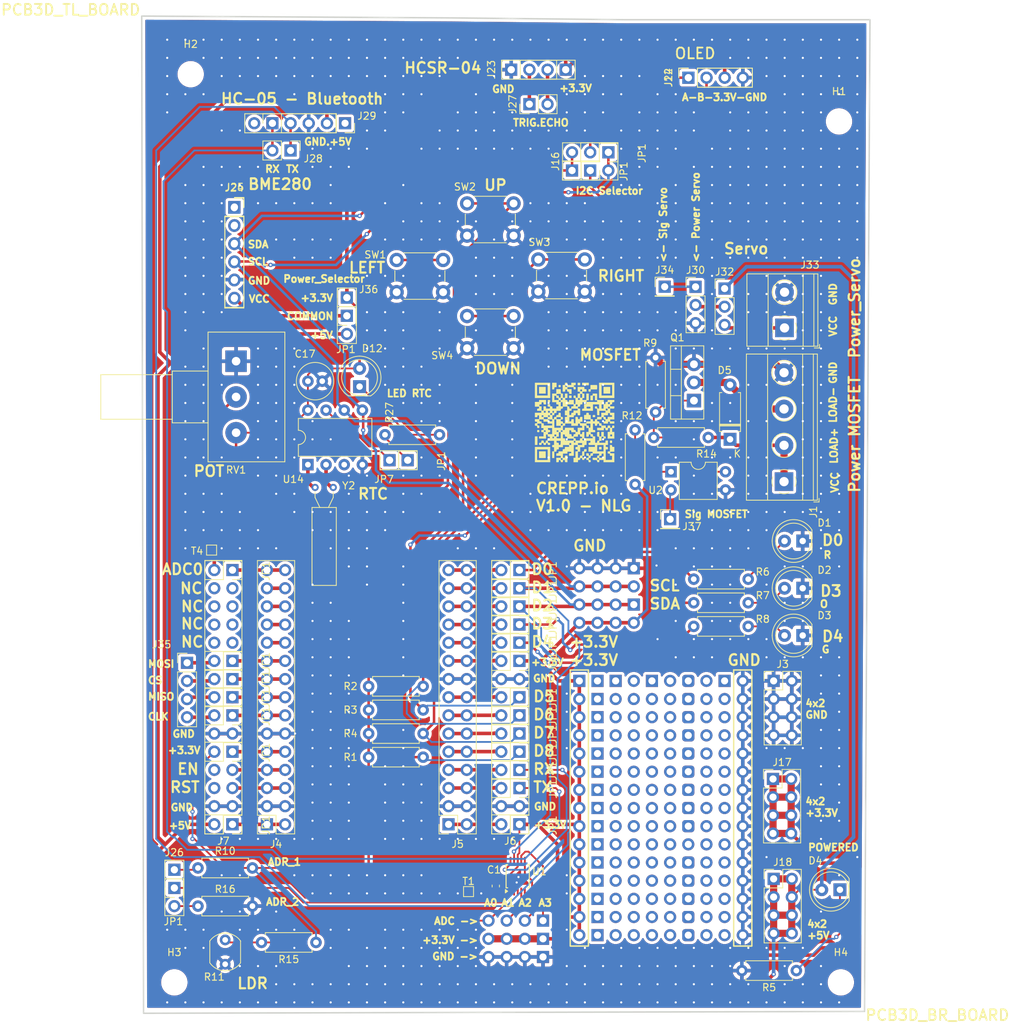
<source format=kicad_pcb>
(kicad_pcb (version 20240108) (generator "pcbnew") (generator_version "8.0")
  (layers (0 "F.Cu" signal) (31 "B.Cu" signal) (34 "B.Paste" user) (35 "F.Paste" user) (36 "B.SilkS" user "B.Silkscreen") (37 "F.SilkS" user "F.Silkscreen") (38 "B.Mask" user) (39 "F.Mask" user) (44 "Edge.Cuts" user))
  (net 0 "")
  (net 1 "Net-(D1-A)")
  (net 2 "Net-(D2-A)")
  (net 3 "/LED/RED_LED")
  (net 4 "Net-(D3-A)")
  (net 5 "/LED/ORANGE_LED")
  (net 6 "/LED/GREEN")
  (net 7 "/OLED/A")
  (net 8 "/OLED/B")
  (net 9 "/IO_Extender/A1")
  (net 10 "/IO_Extender/SDA")
  (net 11 "/LDR")
  (net 12 "/IO_Extender/A2")
  (net 13 "/IO_Extender/SCL")
  (net 14 "/IO_Extender/A3")
  (net 15 "Net-(U1-ALERT{slash}RDY)")
  (net 26 "/MCU/CS")
  (net 27 "+3.3V")
  (net 28 "Net-(D12-K)")
  (net 29 "Net-(JP7-A)")
  (net 30 "Net-(JP7-B)")
  (net 31 "Net-(U14-X2)")
  (net 32 "Net-(U14-X1)")
  (net 33 "+5V")
  (net 34 "Net-(D5-A)")
  (net 35 "Net-(D5-K)")
  (net 36 "Net-(Q1-G)")
  (net 37 "/MCU/Pin_20")
  (net 38 "/MCU/Pin_24")
  (net 39 "/MCU/Pin_6")
  (net 40 "/MCU/Pin_26")
  (net 41 "/MCU/Pin_28")
  (net 42 "/MCU/Pin_30")
  (net 43 "/MCU/Pin_12")
  (net 44 "/MCU/Pin_10")
  (net 45 "/MCU/Pin_14")
  (net 46 "/MCU/Pin_16")
  (net 47 "/MCU/Pin_8")
  (net 48 "/MCU/Pin_22")
  (net 49 "/MCU/Pin_19")
  (net 50 "/MCU/Pin_29")
  (net 51 "/MCU/Pin_9")
  (net 52 "/MCU/Pin_25")
  (net 53 "/MCU/Pin_13")
  (net 54 "/MCU/Pin_5")
  (net 55 "/MCU/Pin_23")
  (net 56 "/MCU/Pin_15")
  (net 57 "/MCU/Pin_1")
  (net 58 "/MCU/Pin_17")
  (net 59 "/MCU/Pin_27")
  (net 60 "/MCU/Pin_21")
  (net 61 "/MCU/Pin_7")
  (net 62 "/POT")
  (net 157 "GND")
  (net 163 "Net-(R12-Pad2)")
  (net 174 "Net-(J26-Pin_1)")
  (net 175 "Net-(J26-Pin_3)")
  (net 176 "Net-(J26-Pin_2)")
  (net 181 "/MCU/Pin_2")
  (net 182 "/MCU/GPIO12_D6")
  (net 183 "/MCU/GPIO14_D5")
  (net 184 "/MCU/GPIO13_D7_RX2")
  (net 185 "/MCU/GPIO15_D8_TX2")
  (net 186 "/MCU/CLK")
  (net 189 "/MCU/EN")
  (net 190 "/MCU/MOSI")
  (net 191 "/MCU/RESET")
  (net 192 "/MCU/MISO")
  (net 193 "Net-(D4-K)")
  (net 198 "Net-(J23-Pin_2)")
  (net 199 "/Bluetooth/TX")
  (net 200 "/Bluetooth/RX")
  (net 208 "Net-(J30-Pin_2)")
  (net 209 "Net-(J30-Pin_1)")
  (net 210 "/Power/Ext_Servo")
  (net 211 "Net-(J23-Pin_3)")
  (net 227 "/Sensors/VCC_Sensor")
  (net 228 "Net-(J37-Pin_1)")
  (footprint "Resistor_THT:R_Axial_DIN0207_L6.3mm_D2.5mm_P7.62mm_Horizontal" (layer "F.Cu") (at 151.13 79.756)
    (property "Reference" "R7")
    (property "Value" "270")
  )
  (footprint "Connector_PinHeader_2.54mm:PinHeader_2x01_P2.54mm_Vertical" (layer "F.Cu") (at 126.746 75.184 180)
    (property "Reference" "JP1")
    (property "Value" "J2.54MM")
  )
  (footprint "Connector_PinSocket_2.54mm:PinSocket_1x06_P2.54mm_Vertical" (layer "F.Cu") (at 86.893 24.409)
    (property "Reference" "J25")
    (property "Value" "BME")
  )
  (footprint "Potentiometer_THT:Potentiometer_Alps_RK163_Single_Horizontal" (layer "F.Cu") (at 87.122 45.974)
    (property "Reference" "RV1")
    (property "Value" "R_Potentiometer")
  )
  (footprint "Connector_PinHeader_2.54mm:PinHeader_2x01_P2.54mm_Vertical" (layer "F.Cu") (at 86.614 90.424 180)
    (property "Reference" "JP1")
    (property "Value" "J2.54MM")
  )
  (footprint "Connector_PinHeader_2.54mm:PinHeader_1x04_P2.54mm_Vertical" (layer "F.Cu") (at 130.048 129.286 -90)
    (property "Reference" "J20" (hide yes))
    (property "Value" "GND_Analog" (hide yes))
  )
  (footprint "Connector_PinHeader_2.54mm:PinHeader_1x03_P2.54mm_Vertical" (layer "F.Cu") (at 151.384 35.575)
    (property "Reference" "J30")
    (property "Value" "Servo")
  )
  (footprint "Connector_PinHeader_2.54mm:PinHeader_2x01_P2.54mm_Vertical" (layer "F.Cu") (at 78.486 119.634 90)
    (property "Reference" "JP1")
    (property "Value" "J2.54MM")
  )
  (footprint "Connector_PinHeader_2.54mm:PinHeader_2x04_P2.54mm_Vertical" (layer "F.Cu") (at 142.748 74.93 -90)
    (property "Reference" "J13" (hide yes))
    (property "Value" "Conn_02x04_Odd_Even" (hide yes))
  )
  (footprint "LED_THT:LED_D5.0mm" (layer "F.Cu") (at 166.37 84.328 180)
    (property "Reference" "D3")
    (property "Value" "LED")
  )
  (footprint "Button_Switch_THT:SW_PUSH_6mm" (layer "F.Cu") (at 119.432 39.66)
    (property "Reference" "SW4")
    (property "Value" "SW_Down")
  )
  (footprint "Connector_PinSocket_2.54mm:PinSocket_2x15_P2.54mm_Vertical" (layer "F.Cu") (at 91.44 110.744 180)
    (property "Reference" "J4")
    (property "Value" "Right_Connector")
  )
  (footprint "Connector_PinHeader_2.54mm:PinHeader_2x04_P2.54mm_Vertical" (layer "F.Cu") (at 142.748 80.01 -90)
    (property "Reference" "J15" (hide yes))
    (property "Value" "Conn_02x04_Odd_Even" (hide yes))
  )
  (footprint "Resistor_THT:R_Axial_DIN0207_L6.3mm_D2.5mm_P7.62mm_Horizontal" (layer "F.Cu") (at 115.57 56.261 180)
    (property "Reference" "R27")
    (property "Value" "270")
  )
  (footprint "Connector_PinHeader_2.54mm:PinHeader_1x04_P2.54mm_Vertical" (layer "F.Cu") (at 130.048 124.206 -90)
    (property "Reference" "J19" (hide yes))
    (property "Value" "Analog_Inputs" (hide yes))
  )
  (footprint "Connector_PinHeader_2.54mm:PinHeader_2x01_P2.54mm_Vertical" (layer "F.Cu") (at 86.619 87.884 180)
    (property "Reference" "JP1")
    (property "Value" "J2.54MM")
  )
  (footprint "Connector_PinHeader_2.54mm:PinHeader_2x01_P2.54mm_Vertical" (layer "F.Cu") (at 126.746 98.044 180)
    (property "Reference" "JP1")
    (property "Value" "J2.54MM")
  )
  (footprint "Connector_PinHeader_2.54mm:PinHeader_2x03_P2.54mm_Vertical" (layer "F.Cu") (at 134.112 19.304 90)
    (property "Reference" "J16")
    (property "Value" "I2C_Selector")
  )
  (footprint "Connector_PinHeader_2.54mm:PinHeader_2x01_P2.54mm_Vertical" (layer "F.Cu") (at 126.746 77.724 180)
    (property "Reference" "JP1")
    (property "Value" "J2.54MM")
  )
  (footprint "Connector_PinSocket_2.54mm:PinSocket_1x04_P2.54mm_Vertical" (layer "F.Cu") (at 150.378 6.325 90)
    (property "Reference" "J22")
    (property "Value" "OLED_SOCKET_VIRTUAL")
  )
  (footprint "Connector_PinHeader_2.54mm:PinHeader_2x15_P2.54mm_Vertical" (layer "F.Cu") (at 126.746 110.744 180)
    (property "Reference" "J6")
    (property "Value" "Right_Connector" (hide yes))
  )
  (footprint "MountingHole:MountingHole_3.2mm_M3" (layer "F.Cu") (at 171.45 12.446)
    (property "Reference" "H1")
    (property "Value" "MountingHole")
  )
  (footprint "Connector_PinHeader_2.54mm:PinHeader_2x15_P2.54mm_Vertical" (layer "F.Cu") (at 86.614 110.744 180)
    (property "Reference" "J7")
    (property "Value" "Left_Connector" (hide yes))
  )
  (footprint "MountingHole:MountingHole_3.2mm_M3" (layer "F.Cu") (at 171.704 132.842)
    (property "Reference" "H4")
    (property "Value" "MountingHole")
  )
  (footprint "Connector_PinHeader_2.54mm:PinHeader_2x01_P2.54mm_Vertical" (layer "F.Cu") (at 126.746 110.744 180)
    (property "Reference" "JP1")
    (property "Value" "J2.54MM")
  )
  (footprint "MountingHole:MountingHole_3.2mm_M3" (layer "F.Cu") (at 80.772 5.842)
    (property "Reference" "H2")
    (property "Value" "MountingHole")
  )
  (footprint "Connector_PinHeader_2.54mm:PinHeader_1x02_P2.54mm_Vertical" (layer "F.Cu") (at 108.585 59.817 90)
    (property "Reference" "JP7")
    (property "Value" "Jumper")
  )
  (footprint "TerminalBlock_Phoenix:TerminalBlock_Phoenix_MKDS-1,5-2_1x02_P5.00mm_Horizontal" (layer "F.Cu") (at 163.83 41.322 90)
    (property "Reference" "J33")
    (property "Value" "Screw_Terminal_01x02")
  )
  (footprint "Button_Switch_THT:SW_PUSH_6mm" (layer "F.Cu") (at 119.432 23.912)
    (property "Reference" "SW2")
    (property "Value" "SW_Up")
  )
  (footprint "Resistor_THT:R_Axial_DIN0207_L6.3mm_D2.5mm_P7.62mm_Horizontal" (layer "F.Cu") (at 105.664 101.346)
    (property "Reference" "R1")
    (property "Value" "10k")
  )
  (footprint "Connector_PinHeader_2.54mm:PinHeader_2x01_P2.54mm_Vertical" (layer "F.Cu") (at 126.751 105.664 180)
    (property "Reference" "JP1")
    (property "Value" "J2.54MM")
  )
  (footprint "Connector_PinSocket_2.54mm:PinSocket_1x04_P2.54mm_Vertical" (layer "F.Cu") (at 125.603 5.207 90)
    (property "Reference" "J23")
    (property "Value" "HC-SR")
  )
  (footprint "Connector_PinHeader_2.54mm:PinHeader_2x01_P2.54mm_Vertical" (layer "F.Cu") (at 126.746 85.344 180)
    (property "Reference" "JP1")
    (property "Value" "J2.54MM")
  )
  (footprint "Connector_PinHeader_2.54mm:PinHeader_2x01_P2.54mm_Vertical" (layer "F.Cu") (at 102.616 39.624 90)
    (property "Reference" "JP1")
    (property "Value" "J2.54MM")
  )
  (footprint "TestPoint:TestPoint_Pad_1.0x1.0mm" (layer "F.Cu") (at 119.634 120.142)
    (property "Reference" "T1")
    (property "Value" "TestPoint")
  )
  (footprint "LED_THT:LED_D5.0mm" (layer "F.Cu") (at 166.37 71.12 180)
    (property "Reference" "D1")
    (property "Value" "LED")
  )
  (footprint "Connector_PinHeader_2.54mm:PinHeader_1x04_P2.54mm_Vertical" (layer "F.Cu") (at 130.048 126.746 -90)
    (property "Reference" "J21" (hide yes))
    (property "Value" "+3.3V_Analog" (hide yes))
  )
  (footprint "Package_DIP:DIP-4_W7.62mm" (layer "F.Cu") (at 147.95 61.436)
    (property "Reference" "U2")
    (property "Value" "PC817")
  )
  (footprint "Connector_PinHeader_2.54mm:PinHeader_1x04_P2.54mm_Vertical" (layer "F.Cu") (at 80.264 88.148)
    (property "Reference" "J35")
    (property "Value" "SPI_Connector")
  )
  (footprint "Connector_PinHeader_2.54mm:PinHeader_2x15_P2.54mm_Vertical" (layer "F.Cu") (at 135.128 90.678)
    (property "Reference" "J12" (hide yes))
    (property "Value" "Right_Connector" (hide yes))
  )
  (footprint "Connector_PinSocket_2.54mm:PinSocket_2x15_P2.54mm_Vertical" (layer "F.Cu") (at 116.84 110.744 180)
    (property "Reference" "J5")
    (property "Value" "Right_Connector")
  )
  (footprint "Button_Switch_THT:SW_PUSH_6mm" (layer "F.Cu") (at 129.39 31.75)
    (property "Reference" "SW3")
    (property "Value" "SW_Right")
  )
  (footprint "LED_THT:LED_D5.0mm" (layer "F.Cu") (at 104.394 49.53 90)
    (property "Reference" "D12")
    (property "Value" "LED")
  )
  (footprint "Connector_PinHeader_2.54mm:PinHeader_2x01_P2.54mm_Vertical" (layer "F.Cu") (at 126.746 92.964 180)
    (property "Reference" "JP1")
    (property "Value" "J2.54MM")
  )
  (footprint "Diode_THT:D_A-405_P7.62mm_Horizontal" (layer "F.Cu") (at 156.21 56.896 90)
    (property "Reference" "D5")
    (property "Value" "D")
  )
  (footprint "Resistor_THT:R_Axial_DIN0207_L6.3mm_D2.5mm_P7.62mm_Horizontal" (layer "F.Cu") (at 105.664 91.44)
    (property "Reference" "R2")
    (property "Value" "10k")
  )
  (footprint "Connector_PinHeader_2.54mm:PinHeader_2x01_P2.54mm_Vertical" (layer "F.Cu") (at 126.746 82.804 180)
    (property "Reference" "JP1")
    (property "Value" "J2.54MM")
  )
  (footprint "Connector_PinHeader_2.54mm:PinHeader_2x15_P2.54mm_Vertical" (layer "F.Cu") (at 155.448 90.678)
    (property "Reference" "J8" (hide yes))
    (property "Value" "Right_Connector" (hide yes))
  )
  (footprint "Connector_PinHeader_2.54mm:PinHeader_2x04_P2.54mm_Vertical" (layer "F.Cu") (at 162.218 104.394)
    (property "Reference" "J17")
    (property "Value" "Conn_02x04_Odd_Even")
  )
  (footprint "Connector_PinHeader_2.54mm:PinHeader_2x04_P2.54mm_Vertical" (layer "F.Cu") (at 162.306 90.678)
    (property "Reference" "J3")
    (property "Value" "Conn_02x04_Odd_Even")
  )
  (footprint "Package_SO:TSSOP-10_3x3mm_P0.5mm" (layer "F.Cu") (at 126.508 117.992 90)
    (property "Reference" "U1")
    (property "Value" "ADS1115IDGS")
  )
  (footprint "Connector_PinHeader_2.54mm:PinHeader_2x01_P2.54mm_Vertical" (layer "F.Cu") (at 126.746 100.584 180)
    (property "Reference" "JP1")
    (property "Value" "J2.54MM")
  )
  (footprint "Connector_PinSocket_2.54mm:PinSocket_1x06_P2.54mm_Vertical" (layer "F.Cu") (at 102.362 12.7 -90)
    (property "Reference" "J29")
    (property "Value" "Conn_01x06_Socket")
  )
  (footprint "Connector_PinHeader_2.54mm:PinHeader_2x15_P2.54mm_Vertical" (layer "F.Cu") (at 140.208 90.678)
    (property "Reference" "J9" (hide yes))
    (property "Value" "Right_Connector" (hide yes))
  )
  (footprint "LED_THT:LED_D5.0mm" (layer "F.Cu") (at 171.577 119.888 180)
    (property "Reference" "D4")
    (property "Value" "LED")
  )
  (footprint "Connector_PinHeader_2.54mm:PinHeader_2x01_P2.54mm_Vertical" (layer "F.Cu") (at 86.614 110.744 180)
    (property "Reference" "JP1")
    (property "Value" "J2.54MM")
  )
  (footprint "Connector_PinHeader_2.54mm:PinHeader_1x03_P2.54mm_Vertical" (layer "F.Cu") (at 102.616 37.084)
    (property "Reference" "J36")
    (property "Value" "Power_Selector")
  )
  (footprint "Resistor_THT:R_Axial_DIN0207_L6.3mm_D2.5mm_P7.62mm_Horizontal" (layer "F.Cu") (at 105.664 94.742)
    (property "Reference" "R3")
    (property "Value" "10k")
  )
  (footprint "Resistor_THT:R_Axial_DIN0207_L6.3mm_D2.5mm_P7.62mm_Horizontal" (layer "F.Cu") (at 165.481 131.191 180)
    (property "Reference" "R5")
    (property "Value" "270")
  )
  (footprint "Connector_PinSocket_2.54mm:PinSocket_1x06_P2.54mm_Vertical" (layer "F.Cu") (at 86.868 24.511)
    (property "Reference" "J24")
    (property "Value" "BME_VIRTUAL")
  )
  (footprint "Connector_PinHeader_2.54mm:PinHeader_2x01_P2.54mm_Vertical" (layer "F.Cu") (at 86.619 100.584 180)
    (property "Reference" "JP1")
    (property "Value" "J2.54MM")
  )
  (footprint "Connector_PinHeader_2.54mm:PinHeader_1x03_P2.54mm_Vertical" (layer "F.Cu") (at 78.486 117.094)
    (property "Reference" "J26")
    (property "Value" "Addr_Selector")
  )
  (footprint "Connector_PinHeader_2.54mm:PinHeader_1x01_P2.54mm_Vertical" (layer "F.Cu") (at 147.828 68.072)
    (property "Reference" "J37")
    (property "Value" "Sig_MOSFET")
  )
  (footprint "Connector_PinSocket_2.54mm:PinSocket_1x04_P2.54mm_Vertical" (layer "F.Cu") (at 92.202 12.7 90)
    (property "Reference" "J31" (hide yes))
    (property "Value" "HC-05_VIRTUAL" (hide yes))
  )
  (footprint "Connector_PinHeader_2.54mm:PinHeader_2x01_P2.54mm_Vertical" (layer "F.Cu") (at 111.125 59.817 180)
    (property "Reference" "JP1")
    (property "Value" "J2.54MM")
  )
  (footprint "Resistor_THT:R_Axial_DIN0207_L6.3mm_D2.5mm_P7.62mm_Horizontal" (layer "F.Cu") (at 81.788 122.174)
    (property "Reference" "R16")
    (property "Value" "10k")
  )
  (footprint "Connector_PinHeader_2.54mm:PinHeader_2x01_P2.54mm_Vertical" (layer "F.Cu") (at 126.746 87.884 180)
    (property "Reference" "JP1")
    (property "Value" "J2.54MM")
  )
  (footprint "Resistor_THT:R_Axial_DIN0207_L6.3mm_D2.5mm_P7.62mm_Horizontal" (layer "F.Cu") (at 98.298 127.254 180)
    (property "Reference" "R15")
    (property "Value" "10k")
  )
  (footprint "Connector_PinHeader_2.54mm:PinHeader_2x15_P2.54mm_Vertical" (layer "F.Cu") (at 150.368 90.678)
    (property "Reference" "J11" (hide yes))
    (property "Value" "Right_Connector" (hide yes))
  )
  (footprint "Resistor_THT:R_Axial_DIN0207_L6.3mm_D2.5mm_P7.62mm_Horizontal" (layer "F.Cu") (at 142.93 63.206 90)
    (property "Reference" "R12")
    (property "Value" "270")
  )
  (footprint "MountingHole:MountingHole_3.2mm_M3" (layer "F.Cu") (at 78.486 132.842)
    (property "Reference" "H3")
    (property "Value" "MountingHole")
  )
  (footprint "TerminalBlock_Phoenix:TerminalBlock_Phoenix_MKDS-1,5-4-5.08_1x04_P5.08mm_Horizontal" (layer "F.Cu") (at 163.76 62.816 90)
    (property "Reference" "J1")
    (property "Value" "Screw_Terminal_01x04")
  )
  (footprint "Capacitor_THT:C_Radial_D5.0mm_H11.0mm_P2.00mm" (layer "F.Cu") (at 99.171 48.768 180)
    (property "Reference" "C17")
    (property "Value" "100nF")
  )
  (footprint "Connector_PinHeader_2.54mm:PinHeader_1x03_P2.54mm_Vertical" (layer "F.Cu") (at 155.448 35.814)
    (property "Reference" "J32")
    (property "Value" "Power_Servo_Selector")
  )
  (footprint "Resistor_THT:R_Axial_DIN0207_L6.3mm_D2.5mm_P7.62mm_Horizontal" (layer "F.Cu") (at 151.13 76.454)
    (property "Reference" "R6")
    (property "Value" "270")
  )
  (footprint "Resistor_THT:R_Axial_DIN0207_L6.3mm_D2.5mm_P7.62mm_Horizontal" (layer "F.Cu") (at 151.13 83.058)
    (property "Reference" "R8")
    (property "Value" "270")
  )
  (footprint "Connector_PinHeader_2.54mm:PinHeader_2x01_P2.54mm_Vertical" (layer "F.Cu") (at 86.614 95.504 180)
    (property "Reference" "JP1")
    (property "Value" "J2.54MM")
  )
  (footprint "Connector_PinHeader_2.54mm:PinHeader_2x15_P2.54mm_Vertical" (layer "F.Cu") (at 145.288 90.678)
    (property "Reference" "J10" (hide yes))
    (property "Value" "Right_Connector" (hide yes))
  )
  (footprint "Connector_PinHeader_2.54mm:PinHeader_2x01_P2.54mm_Vertical" (layer "F.Cu") (at 126.746 95.504 180)
    (property "Reference" "JP1")
    (property "Value" "J2.54MM")
  )
  (footprint "Connector_PinHeader_2.54mm:PinHeader_1x02_P2.54mm_Vertical" (layer "F.Cu") (at 128.143 10.033 90)
    (property "Reference" "J27")
    (property "Value" "SIG_HCSR04")
  )
  (footprint "Crystal:Crystal_AT310_D3.0mm_L10.0mm_Horizontal" (layer "F.Cu") (at 98.171 63.627)
    (property "Reference" "Y2")
    (property "Value" "16MHz")
  )
  (footprint "Package_TO_SOT_THT:TO-220-3_Vertical" (layer "F.Cu") (at 151.16 51.486 90)
    (property "Reference" "Q1")
    (property "Value" "IRF520")
  )
  (footprint "Button_Switch_THT:SW_PUSH_6mm" (layer "F.Cu") (at 109.578 31.822)
    (property "Reference" "SW1")
    (property "Value" "SW_Left")
  )
  (footprint "Connector_PinHeader_2.54mm:PinHeader_2x01_P2.54mm_Vertical" (layer "F.Cu") (at 126.746 80.264 180)
    (property "Reference" "JP1")
    (property "Value" "J2.54MM")
  )
  (footprint "LOGO" (layer "F.Cu") (at 134.493 54.61)
    (property "Reference" "G***" (hide yes))
    (property "Value" "LOGO" (hide yes))
  )
  (footprint "Connector_PinHeader_2.54mm:PinHeader_2x04_P2.54mm_Vertical" (layer "F.Cu") (at 162.306 118.364)
    (property "Reference" "J18")
    (property "Value" "Conn_02x04_Odd_Even")
  )
  (footprint "Capacitor_SMD:C_0603_1608Metric" (layer "F.Cu") (at 123.444 119.367 -90)
    (property "Reference" "C1")
    (property "Value" "100nF")
  )
  (footprint "Connector_PinSocket_2.54mm:PinSocket_1x04_P2.54mm_Vertical" (layer "F.Cu") (at 150.378 6.325 90)
    (property "Reference" "J14")
    (property "Value" "OLED_SOCKET")
  )
  (footprint "Connector_PinHeader_2.54mm:PinHeader_1x02_P2.54mm_Vertical" (layer "F.Cu") (at 94.742 16.51 -90)
    (property "Reference" "J28")
    (property "Value" "SIG_HC-05")
  )
  (footprint "OptoDevice:R_LDR_5.1x4.3mm_P3.4mm_Vertical" (layer "F.Cu") (at 85.598 126.902 -90)
    (property "Reference" "R11")
    (property "Value" "LDR07")
  )
  (footprint "Connector_PinHeader_2.54mm:PinHeader_1x01_P2.54mm_Vertical" (layer "F.Cu") (at 147.066 35.56)
    (property "Reference" "J34")
    (property "Value" "Sig_Servo")
  )
  (footprint "Connector_PinHeader_2.54mm:PinHeader_2x01_P2.54mm_Vertical" (layer "F.Cu") (at 139.192 16.764 180)
    (property "Reference" "JP1")
    (property "Value" "J2.54MM")
  )
  (footprint "Resistor_THT:R_Axial_DIN0207_L6.3mm_D2.5mm_P7.62mm_Horizontal" (layer "F.Cu") (at 105.664 98.044)
    (property "Reference" "R4")
    (property "Value" "10k")
  )
  (footprint "LED_THT:LED_D5.0mm" (layer "F.Cu") (at 166.37 77.724 180)
    (property "Reference" "D2")
    (property "Value" "LED")
  )
  (footprint "Resistor_THT:R_Axial_DIN0207_L6.3mm_D2.5mm_P7.62mm_Horizontal" (layer "F.Cu") (at 145.796 53.086 90)
    (property "Reference" "R9")
    (property "Value" "10k")
  )
  (footprint "Resistor_THT:R_Axial_DIN0207_L6.3mm_D2.5mm_P7.62mm_Horizontal" (layer "F.Cu") (at 153.162 56.642 180)
    (property "Reference" "R14")
    (property "Value" "1k")
  )
  (footprint "Connector_PinHeader_2.54mm:PinHeader_2x01_P2.54mm_Vertical" (layer "F.Cu") (at 136.652 19.304 180)
    (property "Reference" "JP1")
    (property "Value" "J2.54MM")
  )
  (footprint "Resistor_THT:R_Axial_DIN0207_L6.3mm_D2.5mm_P7.62mm_Horizontal" (layer "F.Cu") (at 81.788 116.84)
    (property "Reference" "R10")
    (property "Value" "10k")
  )
  (footprint "TestPoint:TestPoint_Pad_1.0x1.0mm" (layer "F.Cu") (at 83.693 72.39)
    (property "Reference" "T4")
    (property "Value" "TestPoint")
  )
  (footprint "Connector_PinHeader_2.54mm:PinHeader_2x01_P2.54mm_Vertical" (layer "F.Cu") (at 86.619 75.184 180)
    (property "Reference" "JP1")
    (property "Value" "J2.54MM")
  )
  (footprint "Connector_PinHeader_2.54mm:PinHeader_2x01_P2.54mm_Vertical" (layer "F.Cu") (at 86.614 92.964 180)
    (property "Reference" "JP1")
    (property "Value" "J2.54MM")
  )
  (footprint "Package_DIP:DIP-8_W7.62mm" (layer "F.Cu") (at 97.165 60.442 90)
    (property "Reference" "U14")
    (property "Value" "DS1307+")
  )
  (footprint "Connector_PinHeader_2.54mm:PinHeader_2x01_P2.54mm_Vertical" (layer "F.Cu") (at 126.746 103.124 180)
    (property "Reference" "JP1")
    (property "Value" "J2.54MM")
  )
  (footprint "Connector_PinSocket_2.54mm:PinSocket_1x04_P2.54mm_Vertical" (layer "F.Cu") (at 133.223 5.207 -90)
    (property "Reference" "J2" (hide yes))
    (property "Value" "HC-SR04_VIRTUAL" (hide yes))
  )
  (gr_rect (start 156.718 89.154) (end 159.258 127.762) (stroke (width 0.2)) (fill none) (layer "F.SilkS"))
  (gr_rect (start 133.858 89.154) (end 136.398 127.762) (stroke (width 0.2)) (fill none) (layer "F.SilkS"))
  (gr_poly (pts (xy 175.778606 -1.778989) (xy 141.742606 -1.778989) (xy 141.488606 -1.778989) (xy 117.358606 -2.032989) (xy 73.924606 -2.286989) (xy 74.178606 137.159011) (xy 175.016606 136.905011)) (stroke (width 0.2)) (fill none) (layer "Edge.Cuts"))
  (gr_text "CREPP.io\nV1.0 - NLG\n" (at 128.905 67.056 0) (layer "F.SilkS") (effects (font (size 1.5 1.5) (thickness 0.3) (bold yes)) (justify left bottom)))
  (gr_text "D8" (at 128.524 101.346 0) (layer "F.SilkS") (effects (font (size 1.5 1.5) (thickness 0.3) (bold yes)) (justify left bottom)))
  (gr_text "COMMON" (at 94.107 40.259 0) (layer "F.SilkS") (effects (font (size 1 1) (thickness 0.25) (bold yes)) (justify left bottom)))
  (gr_text "PCB3D_BR_BOARD" (at 175.006 138.303 0) (layer "F.SilkS") (effects (font (size 1.5 1.5) (thickness 0.25) (bold yes)) (justify left bottom)))
  (gr_text "+3.3V" (at 96.012 37.719 0) (layer "F.SilkS") (effects (font (size 1 1) (thickness 0.25) (bold yes)) (justify left bottom)))
  (gr_text "GND" (at 171.196 49.276 90) (layer "F.SilkS") (effects (font (size 1 1) (thickness 0.25) (bold yes)) (justify left bottom)))
  (gr_text "GND.+5V" (at 96.52 15.875 0) (layer "F.SilkS") (effects (font (size 1 1) (thickness 0.25) (bold yes)) (justify left bottom)))
  (gr_text "CLK" (at 74.676 96.266 0) (layer "F.SilkS") (effects (font (size 1 1) (thickness 0.25) (bold yes)) (justify left bottom)))
  (gr_text "POWERED" (at 167.005 114.554 0) (layer "F.SilkS") (effects (font (size 1 1) (thickness 0.25) (bold yes)) (justify left bottom)))
  (gr_text "Sig MOSFET" (at 149.733 67.945 0) (layer "F.SilkS") (effects (font (size 1 1) (thickness 0.25) (bold yes)) (justify left bottom)))
  (gr_text "+3.3V" (at 133.604 86.106 0) (layer "F.SilkS") (effects (font (size 1.5 1.5) (thickness 0.3) (bold yes)) (justify left bottom)))
  (gr_text "TRIG.ECHO" (at 125.73 13.208 0) (layer "F.SilkS") (effects (font (size 1 1) (thickness 0.25) (bold yes)) (justify left bottom)))
  (gr_text "NC" (at 79.248 81.153 0) (layer "F.SilkS") (effects (font (size 1.5 1.5) (thickness 0.3) (bold yes)) (justify left bottom)))
  (gr_text "Servo" (at 155.194 31.115 0) (layer "F.SilkS") (effects (font (size 1.5 1.5) (thickness 0.3) (bold yes)) (justify left bottom)))
  (gr_text "D7" (at 128.524 98.806 0) (layer "F.SilkS") (effects (font (size 1.5 1.5) (thickness 0.3) (bold yes)) (justify left bottom)))
  (gr_text "HC-05 - Bluetooth" (at 84.836 10.16 0) (layer "F.SilkS") (effects (font (size 1.5 1.5) (thickness 0.3) (bold yes)) (justify left bottom)))
  (gr_text "GND" (at 77.851 108.966 0) (layer "F.SilkS") (effects (font (size 1 1) (thickness 0.25) (bold yes)) (justify left bottom)))
  (gr_text "+3.3V" (at 128.651 111.379 0) (layer "F.SilkS") (effects (font (size 1 1) (thickness 0.25) (bold yes)) (justify left bottom)))
  (gr_text "NC" (at 79.121 78.613 0) (layer "F.SilkS") (effects (font (size 1.5 1.5) (thickness 0.3) (bold yes)) (justify left bottom)))
  (gr_text "RST" (at 77.724 106.426 0) (layer "F.SilkS") (effects (font (size 1.5 1.5) (thickness 0.3) (bold yes)) (justify left bottom)))
  (gr_text "ADR_1" (at 91.44 116.586 0) (layer "F.SilkS") (effects (font (size 1 1) (thickness 0.25) (bold yes)) (justify left bottom)))
  (gr_text "GND" (at 122.809 8.509 0) (layer "F.SilkS") (effects (font (size 1 1) (thickness 0.25) (bold yes)) (justify left bottom)))
  (gr_text "ADC0" (at 76.581 75.946 0) (layer "F.SilkS") (effects (font (size 1.5 1.5) (thickness 0.3) (bold yes)) (justify left bottom)))
  (gr_text "R" (at 169.164 73.66 0) (layer "F.SilkS") (effects (font (size 1 1) (thickness 0.25) (bold yes)) (justify left bottom)))
  (gr_text "A-B-3.3V-GND" (at 149.352 9.652 0) (layer "F.SilkS") (effects (font (size 1 1) (thickness 0.25) (bold yes)) (justify left bottom)))
  (gr_text "D3" (at 168.656 78.994 0) (layer "F.SilkS") (effects (font (size 1.5 1.5) (thickness 0.3) (bold yes)) (justify left bottom)))
  (gr_text "GND" (at 128.524 90.932 0) (layer "F.SilkS") (effects (font (size 1 1) (thickness 0.25) (bold yes)) (justify left bottom)))
  (gr_text "+3.3V" (at 132.207 8.382 0) (layer "F.SilkS") (effects (font (size 1 1) (thickness 0.25) (bold yes)) (justify left bottom)))
  (gr_text "GND" (at 128.651 108.839 0) (layer "F.SilkS") (effects (font (size 1 1) (thickness 0.25) (bold yes)) (justify left bottom)))
  (gr_text "MOSI" (at 74.676 88.9 0) (layer "F.SilkS") (effects (font (size 1 1) (thickness 0.25) (bold yes)) (justify left bottom)))
  (gr_text "CS" (at 74.676 91.186 0) (layer "F.SilkS") (effects (font (size 1 1) (thickness 0.25) (bold yes)) (justify left bottom)))
  (gr_text "4x2\nGND" (at 166.624 96.012 0) (layer "F.SilkS") (effects (font (size 1 1) (thickness 0.25) (bold yes)) (justify left bottom)))
  (gr_text "RTC" (at 104.013 65.405 0) (layer "F.SilkS") (effects (font (size 1.5 1.5) (thickness 0.3) (bold yes)) (justify left bottom)))
  (gr_text "4x2\n+5V" (at 166.878 126.873 0) (layer "F.SilkS") (effects (font (size 1 1) (thickness 0.25) (bold yes)) (justify left bottom)))
  (gr_text "ADR_2" (at 91.186 122.174 0) (layer "F.SilkS") (effects (font (size 1 1) (thickness 0.25) (bold yes)) (justify left bottom)))
  (gr_text "A3" (at 129.286 122.301 0) (layer "F.SilkS") (effects (font (size 1 1) (thickness 0.25) (bold yes)) (justify left bottom)))
  (gr_text "NC" (at 79.248 83.566 0) (layer "F.SilkS") (effects (font (size 1.5 1.5) (thickness 0.3) (bold yes)) (justify left bottom)))
  (gr_text "TX" (at 128.524 106.426 0) (layer "F.SilkS") (effects (font (size 1.5 1.5) (thickness 0.3) (bold yes)) (justify left bottom)))
  (gr_text "HCSR-04" (at 110.49 5.842 0) (layer "F.SilkS") (effects (font (size 1.5 1.5) (thickness 0.3) (bold yes)) (justify left bottom)))
  (gr_text "<- Power Servo" (at 152.019 32.258 90) (layer "F.SilkS") (effects (font (size 1 1) (thickness 0.25) (bold yes)) (justify left bottom)))
  (gr_text "D2" (at 128.27 81.026 0) (layer "F.SilkS") (effects (font (size 1.5 1.5) (thickness 0.3) (bold yes)) (justify left bottom)))
  (gr_text "D6" (at 128.524 96.266 0) (layer "F.SilkS") (effects (font (size 1.5 1.5) (thickness 0.3) (bold yes)) (justify left bottom)))
  (gr_text "GND ->" (at 114.427 129.794 0) (layer "F.SilkS") (effects (font (size 1 1) (thickness 0.25) (bold yes)) (justify left bottom)))
  (gr_text "D0" (at 168.91 71.882 0) (layer "F.SilkS") (effects (font (size 1.5 1.5) (thickness 0.3) (bold yes)) (justify left bottom)))
  (gr_text "RIGHT" (at 137.541 34.925 0) (layer "F.SilkS") (effects (font (size 1.5 1.5) (thickness 0.3) (bold yes)) (justify left bottom)))
  (gr_text "TX\n" (at 93.98 19.685 0) (layer "F.SilkS") (effects (font (size 1 1) (thickness 0.25) (bold yes)) (justify left bottom)))
  (gr_text "I2C Selector" (at 134.493 22.733 0) (layer "F.SilkS") (effects (font (size 1 1) (thickness 0.25) (bold yes)) (justify left bottom)))
  (gr_text "D4" (at 128.27 86.106 0) (layer "F.SilkS") (effects (font (size 1.5 1.5) (thickness 0.3) (bold yes)) (justify left bottom)))
  (gr_text "MISO" (at 74.676 93.472 0) (layer "F.SilkS") (effects (font (size 1 1) (thickness 0.25) (bold yes)) (justify left bottom)))
  (gr_text "SDA" (at 144.78 80.772 0) (layer "F.SilkS") (effects (font (size 1.5 1.5) (thickness 0.3) (bold yes)) (justify left bottom)))
  (gr_text "LDR" (at 87.122 133.858 0) (layer "F.SilkS") (effects (font (size 1.5 1.5) (thickness 0.3) (bold yes)) (justify left bottom)))
  (gr_text "A1" (at 124.079 122.301 0) (layer "F.SilkS") (effects (font (size 1 1) (thickness 0.25) (bold yes)) (justify left bottom)))
  (gr_text "POT" (at 81.026 62.23 0) (layer "F.SilkS") (effects (font (size 1.5 1.5) (thickness 0.3) (bold yes)) (justify left bottom)))
  (gr_text "<- Sig Servo" (at 147.447 32.258 90) (layer "F.SilkS") (effects (font (size 1 1) (thickness 0.25) (bold yes)) (justify left bottom)))
  (gr_text "SCL" (at 88.646 32.639 0) (layer "F.SilkS") (effects (font (size 1 1) (thickness 0.25) (bold yes)) (justify left bottom)))
  (gr_text "DOWN" (at 120.396 47.879 0) (layer "F.SilkS") (effects (font (size 1.5 1.5) (thickness 0.3) (bold yes)) (justify left bottom)))
  (gr_text "A0" (at 121.666 122.301 0) (layer "F.SilkS") (effects (font (size 1 1) (thickness 0.25) (bold yes)) (justify left bottom)))
  (gr_text "PCB3D_TL_BOARD" (at 54.102 -2.286 0) (layer "F.SilkS") (effects (font (size 1.5 1.5) (thickness 0.25) (bold yes)) (justify left bottom)))
  (gr_text "GND" (at 88.646 35.306 0) (layer "F.SilkS") (effects (font (size 1 1) (thickness 0.25) (bold yes)) (justify left bottom)))
  (gr_text "D5" (at 128.524 93.726 0) (layer "F.SilkS") (effects (font (size 1.5 1.5) (thickness 0.3) (bold yes)) (justify left bottom)))
  (gr_text "LED RTC" (at 108.077 51.054 0) (layer "F.SilkS") (effects (font (size 1 1) (thickness 0.25) (bold yes)) (justify left bottom)))
  (gr_text "+3.3V ->" (at 113.03 127.508 0) (layer "F.SilkS") (effects (font (size 1 1) (thickness 0.25) (bold yes)) (justify left bottom)))
  (gr_text "O" (at 168.656 80.518 0) (layer "F.SilkS") (effects (font (size 1 1) (thickness 0.25) (bold yes)) (justify left bottom)))
  (gr_text "LEFT" (at 102.743 33.782 0) (layer "F.SilkS") (effects (font (size 1.5 1.5) (thickness 0.3) (bold yes)) (justify left bottom)))
  (gr_text "A2" (at 126.492 122.301 0) (layer "F.SilkS") (effects (font (size 1 1) (thickness 0.25) (bold yes)) (justify left bottom)))
  (gr_text "UP" (at 121.666 22.225 0) (layer "F.SilkS") (effects (font (size 1.5 1.5) (thickness 0.3) (bold yes)) (justify left bottom)))
  (gr_text "GND" (at 134.112 72.644 0) (layer "F.SilkS") (effects (font (size 1.5 1.5) (thickness 0.3) (bold yes)) (justify left bottom)))
  (gr_text "D4" (at 168.91 85.344 0) (layer "F.SilkS") (effects (font (size 1.5 1.5) (thickness 0.3) (bold yes)) (justify left bottom)))
  (gr_text "+5V" (at 97.409 42.926 0) (layer "F.SilkS") (effects (font (size 1 1) (thickness 0.25) (bold yes)) (justify left bottom)))
  (gr_text "4x2\n+3.3V" (at 166.624 109.728 0) (layer "F.SilkS") (effects (font (size 1 1) (thickness 0.25) (bold yes)) (justify left bottom)))
  (gr_text "VCC" (at 88.773 37.846 0) (layer "F.SilkS") (effects (font (size 1 1) (thickness 0.25) (bold yes)) (justify left bottom)))
  (gr_text "G" (at 168.91 86.868 0) (layer "F.SilkS") (effects (font (size 1 1) (thickness 0.25) (bold yes)) (justify left bottom)))
  (gr_text "GND" (at 155.702 88.646 0) (layer "F.SilkS") (effects (font (size 1.5 1.5) (thickness 0.3) (bold yes)) (justify left bottom)))
  (gr_text "D1" (at 128.27 78.486 0) (layer "F.SilkS") (effects (font (size 1.5 1.5) (thickness 0.3) (bold yes)) (justify left bottom)))
  (gr_text "D0" (at 128.27 75.946 0) (layer "F.SilkS") (effects (font (size 1.5 1.5) (thickness 0.3) (bold yes)) (justify left bottom)))
  (gr_text "VCC" (at 171.45 64.516 90) (layer "F.SilkS") (effects (font (size 1 1) (thickness 0.25) (bold yes)) (justify left bottom)))
  (gr_text "OLED" (at 148.336 3.81 0) (layer "F.SilkS") (effects (font (size 1.5 1.5) (thickness 0.25) (bold yes)) (justify left bottom)))
  (gr_text "LOAD-" (at 171.196 54.737 90) (layer "F.SilkS") (effects (font (size 1 1) (thickness 0.25) (bold yes)) (justify left bottom)))
  (gr_text "+3.3V" (at 133.604 88.646 0) (layer "F.SilkS") (effects (font (size 1.5 1.5) (thickness 0.3) (bold yes)) (justify left bottom)))
  (gr_text "+3.3V" (at 128.27 88.646 0) (layer "F.SilkS") (effects (font (size 1 1) (thickness 0.25) (bold yes)) (justify left bottom)))
  (gr_text "VCC  GND" (at 171.196 42.672 90) (layer "F.SilkS") (effects (font (size 1 1) (thickness 0.25) (bold yes)) (justify left bottom)))
  (gr_text "RX" (at 91.059 19.685 0) (layer "F.SilkS") (effects (font (size 1 1) (thickness 0.25) (bold yes)) (justify left bottom)))
  (gr_text "EN" (at 78.74 103.886 0) (layer "F.SilkS") (effects (font (size 1.5 1.5) (thickness 0.3) (bold yes)) (justify left bottom)))
  (gr_text "Power_Servo" (at 174.498 45.72 90) (layer "F.SilkS") (effects (font (size 1.5 1.5) (thickness 0.3) (bold yes)) (justify left bottom)))
  (gr_text "D3" (at 128.27 83.566 0) (layer "F.SilkS") (effects (font (size 1.5 1.5) (thickness 0.3) (bold yes)) (justify left bottom)))
  (gr_text "MOSFET" (at 135.001 45.974 0) (layer "F.SilkS") (effects (font (size 1.5 1.5) (thickness 0.3) (bold yes)) (justify left bottom)))
  (gr_text "+5V" (at 77.597 111.506 0) (layer "F.SilkS") (effects (font (size 1 1) (thickness 0.25) (bold yes)) (justify left bottom)))
  (gr_text "SDA" (at 88.646 30.226 0) (layer "F.SilkS") (effects (font (size 1 1) (thickness 0.25) (bold yes)) (justify left bottom)))
  (gr_text "Power MOSFET" (at 174.498 64.516 90) (layer "F.SilkS") (effects (font (size 1.5 1.5) (thickness 0.3) (bold yes)) (justify left bottom)))
  (gr_text "GND" (at 78.105 98.679 0) (layer "F.SilkS") (effects (font (size 1 1) (thickness 0.25) (bold yes)) (justify left bottom)))
  (gr_text "BME280" (at 88.646 22.098 0) (layer "F.SilkS") (effects (font (size 1.5 1.5) (thickness 0.3) (bold yes)) (justify left bottom)))
  (gr_text "SCL" (at 144.78 78.232 0) (layer "F.SilkS") (effects (font (size 1.5 1.5) (thickness 0.3) (bold yes)) (justify left bottom)))
  (gr_text "NC" (at 79.248 86.106 0) (layer "F.SilkS") (effects (font (size 1.5 1.5) (thickness 0.3) (bold yes)) (justify left bottom)))
  (gr_text "Power_Selector" (at 93.599 35.052 0) (layer "F.SilkS") (effects (font (size 1 1) (thickness 0.25) (bold yes)) (justify left bottom)))
  (gr_text "ADC ->" (at 114.681 124.841 0) (layer "F.SilkS") (effects (font (size 1 1) (thickness 0.25) (bold yes)) (justify left bottom)))
  (gr_text "+3.3V" (at 77.47 100.965 0) (layer "F.SilkS") (effects (font (size 1 1) (thickness 0.25) (bold yes)) (justify left bottom)))
  (gr_text "LOAD+" (at 171.323 60.452 90) (layer "F.SilkS") (effects (font (size 1 1) (thickness 0.25) (bold yes)) (justify left bottom)))
  (gr_text "RX" (at 128.524 103.886 0) (layer "F.SilkS") (effects (font (size 1.5 1.5) (thickness 0.3) (bold yes)) (justify left bottom)))
  (segment (start 158.75 76.2) (end 158.75 76.454) (width 0.25) (layer "F.Cu") (net 1))
  (segment (start 163.83 71.12) (end 158.75 76.2) (width 0.25) (layer "F.Cu") (net 1))
  (segment (start 161.798 79.756) (end 163.83 77.724) (width 0.25) (layer "F.Cu") (net 2))
  (segment (start 158.75 79.756) (end 161.798 79.756) (width 0.25) (layer "F.Cu") (net 2))
  (segment (start 147.32 72.644) (end 151.13 76.454) (width 0.35) (layer "F.Cu") (net 3))
  (segment (start 131.064 72.644) (end 147.32 72.644) (width 0.35) (layer "F.Cu") (net 3))
  (segment (start 126.746 75.184) (end 128.524 75.184) (width 0.35) (layer "F.Cu") (net 3))
  (segment (start 128.524 75.184) (end 131.064 72.644) (width 0.35) (layer "F.Cu") (net 3))
  (segment (start 162.56 83.058) (end 163.83 84.328) (width 0.25) (layer "F.Cu") (net 4))
  (segment (start 158.75 83.058) (end 162.56 83.058) (width 0.25) (layer "F.Cu") (net 4))
  (segment (start 134.62 85.598) (end 143.51 85.598) (width 0.35) (layer "F.Cu") (net 5))
  (segment (start 143.51 85.598) (end 149.352 79.756) (width 0.35) (layer "F.Cu") (net 5))
  (segment (start 131.318 82.804) (end 132.08 82.042) (width 0.35) (layer "F.Cu") (net 5))
  (segment (start 149.352 79.756) (end 151.13 79.756) (width 0.35) (layer "F.Cu") (net 5))
  (segment (start 126.746 82.804) (end 131.318 82.804) (width 0.35) (layer "F.Cu") (net 5))
  (segment (start 133.858 86.36) (end 134.62 85.598) (width 0.35) (layer "F.Cu") (net 5))
  (via (at 132.08 82.042) (size 0.6) (drill 0.3) (layers "F.Cu" "B.Cu") (net 5))
  (via (at 133.858 86.36) (size 0.6) (drill 0.3) (layers "F.Cu" "B.Cu") (net 5))
  (segment (start 132.842 82.804) (end 132.08 82.042) (width 0.35) (layer "B.Cu") (net 5))
  (segment (start 132.842 85.344) (end 132.842 82.804) (width 0.35) (layer "B.Cu") (net 5))
  (segment (start 133.858 86.36) (end 132.842 85.344) (width 0.35) (layer "B.Cu") (net 5))
  (segment (start 147.828 86.36) (end 146.05 86.36) (width 0.35) (layer "F.Cu") (net 6))
  (segment (start 145.542 86.868) (end 135.89 86.868) (width 0.35) (layer "F.Cu") (net 6))
  (segment (start 151.13 83.058) (end 147.828 86.36) (width 0.35) (layer "F.Cu") (net 6))
  (segment (start 126.746 85.344) (end 128.016 85.344) (width 0.35) (layer "F.Cu") (net 6))
  (segment (start 146.05 86.36) (end 145.542 86.868) (width 0.35) (layer "F.Cu") (net 6))
  (segment (start 135.89 86.868) (end 134.62 88.138) (width 0.35) (layer "F.Cu") (net 6))
  (segment (start 128.016 85.344) (end 129.286 86.614) (width 0.35) (layer "F.Cu") (net 6))
  (segment (start 134.62 88.138) (end 130.81 88.138) (width 0.35) (layer "F.Cu") (net 6))
  (via (at 129.286 86.614) (size 0.6) (drill 0.3) (layers "F.Cu" "B.Cu") (net 6))
  (via (at 130.81 88.138) (size 0.6) (drill 0.3) (layers "F.Cu" "B.Cu") (net 6))
  (segment (start 129.286 86.614) (end 130.81 88.138) (width 0.35) (layer "B.Cu") (net 6))
  (segment (start 136.652 16.764) (end 136.652 14.732) (width 0.35) (layer "F.Cu") (net 7))
  (segment (start 136.652 14.732) (end 145.059 6.325) (width 0.35) (layer "F.Cu") (net 7))
  (segment (start 145.059 6.325) (end 150.378 6.325) (width 0.35) (layer "F.Cu") (net 7))
  (segment (start 143.51 23.114) (end 152.918 13.706) (width 0.35) (layer "F.Cu") (net 8))
  (segment (start 152.918 13.706) (end 152.918 6.325) (width 0.35) (layer "F.Cu") (net 8))
  (segment (start 136.652 21.59) (end 138.176 23.114) (width 0.35) (layer "F.Cu") (net 8))
  (segment (start 136.652 19.304) (end 136.652 21.59) (width 0.35) (layer "F.Cu") (net 8))
  (segment (start 138.176 23.114) (end 143.51 23.114) (width 0.35) (layer "F.Cu") (net 8))
  (segment (start 124.968 124.206) (end 127.508 121.666) (width 0.25) (layer "F.Cu") (net 9))
  (segment (start 127.508 121.666) (end 127.508 120.142) (width 0.25) (layer "F.Cu") (net 9))
  (segment (start 104.902 55.626) (end 104.902 52.939) (width 0.35) (layer "F.Cu") (net 10))
  (segment (start 134.112 16.764) (end 134.112 19.304) (width 0.35) (layer "F.Cu") (net 10))
  (segment (start 142.748 80.01) (end 140.208 80.01) (width 0.5) (layer "F.Cu") (net 10))
  (segment (start 110.744 19.304) (end 104.394 25.654) (width 0.35) (layer "F.Cu") (net 10))
  (segment (start 126.746 80.264) (end 134.874 80.264) (width 0.5) (layer "F.Cu") (net 10))
  (segment (start 134.112 19.304) (end 110.744 19.304) (width 0.35) (layer "F.Cu") (net 10))
  (segment (start 135.128 80.01) (end 137.668 80.01) (width 0.5) (layer "F.Cu") (net 10))
  (segment (start 104.902 52.939) (end 104.785 52.822) (width 0.35) (layer "F.Cu") (net 10))
  (segment (start 126.008 115.842) (end 126.008 114.578) (width 0.25) (layer "F.Cu") (net 10))
  (segment (start 126.008 114.578) (end 125.984 114.554) (width 0.25) (layer "F.Cu") (net 10))
  (segment (start 134.874 80.264) (end 135.128 80.01) (width 0.5) (layer "F.Cu") (net 10))
  (segment (start 137.668 80.01) (end 140.208 80.01) (width 0.5) (layer "F.Cu") (net 10))
  (via (at 104.394 25.654) (size 0.6) (drill 0.3) (layers "F.Cu" "B.Cu") (net 10))
  (via (at 125.984 114.554) (size 0.6) (drill 0.3) (layers "F.Cu" "B.Cu") (net 10))
  (via (at 104.902 55.626) (size 0.6) (drill 0.3) (layers "F.Cu" "B.Cu") (net 10))
  (segment (start 104.394 25.654) (end 90.728 25.654) (width 0.35) (layer "B.Cu") (net 10))
  (segment (start 131.064 109.474) (end 131.064 90.17) (width 0.25) (layer "B.Cu") (net 10))
  (segment (start 104.785 52.822) (end 102.3085 50.3455) (width 0.35) (layer "B.Cu") (net 10))
  (segment (start 104.902 56.642) (end 104.902 55.626) (width 0.35) (layer "B.Cu") (net 10))
  (segment (start 129.794 83.312) (end 126.746 80.264) (width 0.25) (layer "B.Cu") (net 10))
  (segment (start 132.588 87.63) (end 129.794 84.836) (width 0.25) (layer "B.Cu") (net 10))
  (segment (start 106.68 61.214) (end 106.68 58.42) (width 0.35) (layer "B.Cu") (net 10))
  (segment (start 102.3085 44.9045) (end 86.893 29.489) (width 0.35) (layer "B.Cu") (net 10))
  (segment (start 135.128 80.01) (end 133.858 80.01) (width 0.35) (layer "B.Cu") (net 10))
  (segment (start 125.984 114.554) (end 131.064 109.474) (width 0.25) (layer "B.Cu") (net 10))
  (segment (start 129.794 84.836) (end 129.794 83.312) (width 0.25) (layer "B.Cu") (net 10))
  (segment (start 90.728 25.654) (end 86.893 29.489) (width 0.35) (layer "B.Cu") (net 10))
  (segment (start 132.588 88.646) (end 132.588 87.63) (width 0.25) (layer "B.Cu") (net 10))
  (segment (start 106.68 58.42) (end 104.902 56.642) (width 0.35) (layer "B.Cu") (net 10))
  (segment (start 108.966 62.992) (end 108.458 62.992) (width 0.35) (layer "B.Cu") (net 10))
  (segment (start 133.858 80.01) (end 132.334 78.486) (width 0.35) (layer "B.Cu") (net 10))
  (segment (start 132.334 78.486) (end 116.84 62.992) (width 0.35) (layer "B.Cu") (net 10))
  (segment (start 106.934 61.468) (end 106.68 61.214) (width 0.35) (layer "B.Cu") (net 10))
  (segment (start 108.458 62.992) (end 106.934 61.468) (width 0.35) (layer "B.Cu") (net 10))
  (segment (start 102.3085 50.3455) (end 102.3085 44.9045) (width 0.35) (layer "B.Cu") (net 10))
  (segment (start 131.064 90.17) (end 132.588 88.646) (width 0.25) (layer "B.Cu") (net 10))
  (segment (start 116.84 62.992) (end 108.966 62.992) (width 0.35) (layer "B.Cu") (net 10))
  (segment (start 106.172 124.206) (end 122.428 124.206) (width 0.25) (layer "F.Cu") (net 11))
  (segment (start 125.984 122.174) (end 127.008 121.15) (width 0.25) (layer "F.Cu") (net 11))
  (segment (start 100.33 130.048) (end 106.172 124.206) (width 0.25) (layer "F.Cu") (net 11))
  (segment (start 127.008 121.15) (end 127.008 120.142) (width 0.25) (layer "F.Cu") (net 11))
  (segment (start 90.678 127.254) (end 92.202 127.254) (width 0.25) (layer "F.Cu") (net 11))
  (segment (start 124.46 122.174) (end 124.968 122.174) (width 0.25) (layer "F.Cu") (net 11))
  (segment (start 94.996 130.048) (end 100.33 130.048) (width 0.25) (layer "F.Cu") (net 11))
  (segment (start 122.428 124.206) (end 124.46 122.174) (width 0.25) (layer "F.Cu") (net 11))
  (segment (start 124.968 122.174) (end 125.984 122.174) (width 0.25) (layer "F.Cu") (net 11))
  (segment (start 90.678 127.254) (end 85.95 127.254) (width 0.25) (layer "F.Cu") (net 11))
  (segment (start 92.202 127.254) (end 94.996 130.048) (width 0.25) (layer "F.Cu") (net 11))
  (segment (start 128.524 118.618) (end 127.508 117.602) (width 0.25) (layer "F.Cu") (net 12))
  (segment (start 128.524 123.19) (end 128.524 118.618) (width 0.25) (layer "F.Cu") (net 12))
  (segment (start 127.508 124.206) (end 128.524 123.19) (width 0.25) (layer "F.Cu") (net 12))
  (segment (start 127.508 117.602) (end 127.508 115.842) (width 0.25) (layer "F.Cu") (net 12))
  (segment (start 112.268 21.336) (end 105.41 28.194) (width 0.35) (layer "F.Cu") (net 13))
  (segment (start 140.208 77.47) (end 137.668 77.47) (width 0.5) (layer "F.Cu") (net 13))
  (segment (start 125.508 116.3) (end 124.714 117.094) (width 0.25) (layer "F.Cu") (net 13))
  (segment (start 134.874 77.724) (end 135.128 77.47) (width 0.5) (layer "F.Cu") (net 13))
  (segment (start 90.957 32.029) (end 86.893 32.029) (width 0.35) (layer "F.Cu") (net 13))
  (segment (start 91.948 32.512) (end 91.44 32.512) (width 0.35) (layer "F.Cu") (net 13))
  (segment (start 142.748 77.47) (end 140.208 77.47) (width 0.5) (layer "F.Cu") (net 13))
  (segment (start 137.668 77.47) (end 135.128 77.47) (width 0.5) (layer "F.Cu") (net 13))
  (segment (start 91.44 32.512) (end 90.957 32.029) (width 0.35) (layer "F.Cu") (net 13))
  (segment (start 133.604 22.352) (end 130.302 22.352) (width 0.35) (layer "F.Cu") (net 13))
  (segment (start 125.508 115.842) (end 125.508 116.3) (width 0.25) (layer "F.Cu") (net 13))
  (segment (start 130.302 22.352) (end 129.286 21.336) (width 0.35) (layer "F.Cu") (net 13))
  (segment (start 129.286 21.336) (end 112.268 21.336) (width 0.35) (layer "F.Cu") (net 13))
  (segment (start 126.746 77.724) (end 134.874 77.724) (width 0.5) (layer "F.Cu") (net 13))
  (segment (start 139.192 16.764) (end 139.192 19.304) (width 0.35) (layer "F.Cu") (net 13))
  (via (at 133.604 22.352) (size 0.6) (drill 0.3) (layers "F.Cu" "B.Cu") (net 13))
  (via (at 91.948 32.512) (size 0.6) (drill 0.3) (layers "F.Cu" "B.Cu") (net 13))
  (via (at 124.714 117.094) (size 0.6) (drill 0.3) (layers "F.Cu" "B.Cu") (net 13))
  (via (at 105.41 28.194) (size 0.6) (drill 0.3) (layers "F.Cu" "B.Cu") (net 13))
  (segment (start 101.092 32.512) (end 91.948 32.512) (width 0.35) (layer "B.Cu") (net 13))
  (segment (start 102.245 52.822) (end 101.304 51.881) (width 0.35) (layer "B.Cu") (net 13))
  (segment (start 135.128 87.376) (end 135.128 85.344) (width 0.25) (layer "B.Cu") (net 13))
  (segment (start 132.08 90.424) (end 135.128 87.376) (width 0.25) (layer "B.Cu") (net 13))
  (segment (start 101.304 46.44) (end 86.893 32.029) (width 0.35) (layer "B.Cu") (net 13))
  (segment (start 133.35 105.664) (end 132.08 104.394) (width 0.25) (layer "B.Cu") (net 13))
  (segment (start 137.668 22.352) (end 133.604 22.352) (width 0.35) (layer "B.Cu") (net 13))
  (segment (start 133.604 83.82) (end 133.604 82.296) (width 0.25) (layer "B.Cu") (net 13))
  (segment (start 135.128 77.47) (end 133.925919 77.47) (width 0.35) (layer "B.Cu") (net 13))
  (segment (start 103.779 54.356) (end 102.245 52.822) (width 0.35) (layer "B.Cu") (net 13))
  (segment (start 110.811919 54.356) (end 103.779 54.356) (width 0.35) (layer "B.Cu") (net 13))
  (segment (start 139.192 19.304) (end 139.192 20.828) (width 0.35) (layer "B.Cu") (net 13))
  (segment (start 135.128 85.344) (end 133.604 83.82) (width 0.25) (layer "B.Cu") (net 13))
  (segment (start 101.304 51.881) (end 101.304 46.44) (width 0.35) (layer "B.Cu") (net 13))
  (segment (start 133.925919 77.47) (end 110.811919 54.356) (width 0.35) (layer "B.Cu") (net 13))
  (segment (start 127.762 117.094) (end 133.35 111.506) (width 0.25) (layer "B.Cu") (net 13))
  (segment (start 132.08 104.394) (end 132.08 90.424) (width 0.25) (layer "B.Cu") (net 13))
  (segment (start 105.41 28.194) (end 101.092 32.512) (width 0.35) (layer "B.Cu") (net 13))
  (segment (start 129.032 77.724) (end 126.746 77.724) (width 0.25) (layer "B.Cu") (net 13))
  (segment (start 133.604 82.296) (end 129.032 77.724) (width 0.25) (layer "B.Cu") (net 13))
  (segment (start 139.192 20.828) (end 138.43 21.59) (width 0.35) (layer "B.Cu") (net 13))
  (segment (start 124.714 117.094) (end 127.762 117.094) (width 0.25) (layer "B.Cu") (net 13))
  (segment (start 133.35 111.506) (end 133.35 105.664) (width 0.25) (layer "B.Cu") (net 13))
  (segment (start 138.43 21.59) (end 137.668 22.352) (width 0.35) (layer "B.Cu") (net 13))
  (segment (start 127.008 115.120991) (end 127.008 115.842) (width 0.25) (layer "F.Cu") (net 14))
  (segment (start 127.574991 114.554) (end 127.008 115.120991) (width 0.25) (layer "F.Cu") (net 14))
  (segment (start 130.048 116.586) (end 128.016 114.554) (width 0.25) (layer "F.Cu") (net 14))
  (segment (start 130.048 124.206) (end 130.048 116.586) (width 0.25) (layer "F.Cu") (net 14))
  (segment (start 128.016 114.554) (end 127.574991 114.554) (width 0.25) (layer "F.Cu") (net 14))
  (segment (start 120.409 119.367) (end 124.727 119.367) (width 0.25) (layer "F.Cu") (net 15))
  (segment (start 126.008 119.404) (end 126.008 120.142) (width 0.25) (layer "F.Cu") (net 15))
  (segment (start 125.73 119.126) (end 126.008 119.404) (width 0.25) (layer "F.Cu") (net 15))
  (segment (start 119.634 120.142) (end 120.409 119.367) (width 0.25) (layer "F.Cu") (net 15))
  (segment (start 124.727 119.367) (end 124.968 119.126) (width 0.25) (layer "F.Cu") (net 15))
  (segment (start 124.968 119.126) (end 125.73 119.126) (width 0.25) (layer "F.Cu") (net 15))
  (segment (start 80.264 90.688) (end 83.81 90.688) (width 0.5) (layer "F.Cu") (net 26))
  (segment (start 83.81 90.688) (end 84.074 90.424) (width 0.5) (layer "F.Cu") (net 26))
  (segment (start 135.128 108.458) (end 135.128 110.998) (width 0.5) (layer "F.Cu") (net 27))
  (segment (start 97.165 48.774) (end 97.171 48.768) (width 0.25) (layer "F.Cu") (net 27))
  (segment (start 164.758 112.014) (end 162.218 112.014) (width 1) (layer "F.Cu") (net 27))
  (segment (start 102.616 23.368) (end 102.616 37.084) (width 0.5) (layer "F.Cu") (net 27))
  (segment (start 98.044 46.99) (end 97.171 47.863) (width 0.25) (layer "F.Cu") (net 27))
  (segment (start 174.117 125.476) (end 171.577 128.016) (width 0.5) (layer "F.Cu") (net 27))
  (segment (start 164.758 109.474) (end 164.758 112.014) (width 1) (layer "F.Cu") (net 27))
  (segment (start 162.218 109.474) (end 164.758 109.474) (width 1) (layer "F.Cu") (net 27))
  (segment (start 97.171 47.863) (end 97.171 48.768) (width 0.25) (layer "F.Cu") (net 27))
  (segment (start 174.117 117.475) (end 174.117 125.476) (width 0.5) (layer "F.Cu") (net 27))
  (segment (start 105.664 101.346) (end 105.664 98.044) (width 0.35) (layer "F.Cu") (net 27))
  (segment (start 126.746 114.746595) (end 126.508 114.984595) (width 0.25) (layer "F.Cu") (net 27))
  (segment (start 162.218 104.394) (end 164.758 104.394) (width 1) (layer "F.Cu") (net 27))
  (segment (start 140.208 82.55) (end 137.668 82.55) (width 0.5) (layer "F.Cu") (net 27))
  (segment (start 133.223 3.429) (end 132.842 3.048) (width 0.5) (layer "F.Cu") (net 27))
  (segment (start 104.394 46.99) (end 98.044 46.99) (width 0.25) (layer "F.Cu") (net 27))
  (segment (start 167.894 129.032) (end 133.858 129.032) (width 0.5) (layer "F.Cu") (net 27))
  (segment (start 135.128 98.298) (end 135.128 100.838) (width 0.5) (layer "F.Cu") (net 27))
  (segment (start 87.122 55.974) (end 94.013 55.974) (width 0.25) (layer "F.Cu") (net 27))
  (segment (start 132.08 126.238) (end 131.572 126.746) (width 0.5) (layer "F.Cu") (net 27))
  (segment (start 135.128 113.538) (end 135.128 116.078) (width 0.5) (layer "F.Cu") (net 27))
  (segment (start 135.128 95.758) (end 135.128 98.298) (width 0.5) (layer "F.Cu") (net 27))
  (segment (start 105.664 98.044) (end 105.664 94.742) (width 0.35) (layer "F.Cu") (net 27))
  (segment (start 117.576 118.592) (end 115.824 116.84) (width 0.25) (layer "F.Cu") (net 27))
  (segment (start 133.223 5.207) (end 135.382 3.048) (width 0.5) (layer "F.Cu") (net 27))
  (segment (start 124.583 118.592) (end 126.508 116.667) (width 0.25) (layer "F.Cu") (net 27))
  (segment (start 153.67 3.048) (end 155.458 4.836) (width 0.5) (layer "F.Cu") (net 27))
  (segment (start 162.218 104.394) (end 162.218 106.934) (width 1) (layer "F.Cu") (net 27))
  (segment (start 135.128 110.998) (end 135.128 113.538) (width 0.5) (layer "F.Cu") (net 27))
  (segment (start 132.207 123.698) (end 132.08 123.825) (width 0.5) (layer "F.Cu") (net 27))
  (segment (start 129.794 88.253371) (end 129.794 87.884) (width 0.5) (layer "F.Cu") (net 27))
  (segment (start 82.169 113.665) (end 81.28 112.776) (width 0.25) (layer "F.Cu") (net 27))
  (segment (start 89.408 116.84) (end 85.344 116.84) (width 0.25) (layer "F.Cu") (net 27))
  (segment (start 115.824 116.84) (end 105.664 116.84) (width 0.25) (layer "F.Cu") (net 27))
  (segment (start 126.508 114.984595) (end 126.508 115.842) (width 0.25) (layer "F.Cu") (net 27))
  (segment (start 135.128 95.758) (end 135.128 93.218) (width 0.5) (layer "F.Cu") (net 27))
  (segment (start 155.458 4.836) (end 155.458 6.325) (width 0.5) (layer "F.Cu") (net 27))
  (segment (start 104.394 38.862) (end 104.394 46.99) (width 0.35) (layer "F.Cu") (net 27))
  (segment (start 135.382 3.048) (end 153.67 3.048) (width 0.5) (layer "F.Cu") (net 27))
  (segment (start 85.344 116.84) (end 82.169 113.665) (width 0.25) (layer "F.Cu") (net 27))
  (segment (start 127.508 126.746) (end 124.968 126.746) (width 1) (layer "F.Cu") (net 27))
  (segment (start 134.874 110.744) (end 135.128 110.998) (width 0.5) (layer "F.Cu") (net 27))
  (segment (start 105.664 116.84) (end 89.408 116.84) (width 0.25) (layer "F.Cu") (net 27))
  (segment (start 135.128 121.158) (end 135.128 123.698) (width 0.5) (layer "F.Cu") (net 27))
  (segment (start 130.048 126.746) (end 131.572 126.746) (width 0.5) (layer "F.Cu") (net 27))
  (segment (start 135.128 82.55) (end 137.668 82.55) (width 0.5) (layer "F.Cu") (net 27))
  (segment (start 132.08 113.538) (end 132.08 123.825) (width 0.5) (layer "F.Cu") (net 27))
  (segment (start 129.286 110.744) (end 132.08 113.538) (width 0.5) (layer "F.Cu") (net 27))
  (segment (start 142.748 82.55) (end 140.208 82.55) (width 0.5) (layer "F.Cu") (net 27))
  (segment (start 168.91 116.166) (end 172.808 116.166) (width 0.5) (layer "F.Cu") (net 27))
  (segment (start 130.048 126.746) (end 127.508 126.746) (width 1) (layer "F.Cu") (net 27))
  (segment (start 126.746 110.744) (end 126.746 114.746595) (width 0.25) (layer "F.Cu") (net 27))
  (segment (start 135.128 103.378) (end 135.128 105.918) (width 0.5) (layer "F.Cu") (net 27))
  (segment (start 81.026 108.966) (end 81.026 103.632) (width 0.25) (layer "F.Cu") (net 27))
  (segment (start 171.577 128.016) (end 168.91 128.016) (width 0.5) (layer "F.Cu") (net 27))
  (segment (start 122.936 3.048) (end 102.616 23.368) (width 0.5) (layer "F.Cu") (net 27))
  (segment (start 97.165 52.822) (end 97.165 48.774) (width 0.25) (layer "F.Cu") (net 27))
  (segment (start 123.444 118.592) (end 117.576 118.592) (width 0.25) (layer "F.Cu") (net 27))
  (segment (start 168.91 128.016) (end 167.894 129.032) (width 0.5) (layer "F.Cu") (net 27))
  (segment (start 126.508 116.667) (end 126.508 115.842) (width 0.25) (layer "F.Cu") (net 27))
  (segment (start 172.808 116.166) (end 174.117 117.475) (width 0.5) (layer "F.Cu") (net 27))
  (segment (start 122.428 126.746) (end 124.968 126.746) (width 1) (layer "F.Cu") (net 27))
  (segment (start 133.858 129.032) (end 131.572 126.746) (width 0.5) (layer "F.Cu") (net 27))
  (segment (start 135.128 100.838) (end 135.128 103.378) (width 0.5) (layer "F.Cu") (net 27))
  (segment (start 81.026 103.632) (end 84.074 100.584) (width 0.25) (layer "F.Cu") (net 27))
  (segment (start 162.218 106.934) (end 162.218 109.474) (width 1) (layer "F.Cu") (net 27))
  (segment (start 87.122 62.484) (end 87.122 55.974) (width 0.35) (layer "F.Cu") (net 27))
  (segment (start 132.842 3.048) (end 122.936 3.048) (width 0.5) (layer "F.Cu") (net 27))
  (segment (start 129.794 87.884) (end 135.128 82.55) (width 0.5) (layer "F.Cu") (net 27))
  (segment (start 133.223 5.207) (end 133.223 3.429) (width 0.5) (layer "F.Cu") (net 27))
  (segment (start 132.08 123.825) (end 132.08 126.238) (width 0.5) (layer "F.Cu") (net 27))
  (segment (start 126.746 110.744) (end 134.874 110.744) (width 0.5) (layer "F.Cu") (net 27))
  (segment (start 162.218 109.474) (end 162.218 112.014) (width 1) (layer "F.Cu") (net 27))
  (segment (start 105.664 91.44) (end 105.664 94.742) (width 0.35) (layer "F.Cu") (net 27))
  (segment (start 105.664 81.026) (end 87.122 62.484) (width 0.35) (layer "F.Cu") (net 27))
  (segment (start 162.218 106.934) (end 164.758 106.934) (width 1) (layer "F.Cu") (net 27))
  (segment (start 126.746 87.884) (end 129.794 87.884) (width 0.5) (layer "F.Cu") (net 27))
  (segment (start 105.664 101.346) (end 105.664 116.84) (width 0.35) (layer "F.Cu") (net 27))
  (segment (start 135.128 90.678) (end 132.218629 90.678) (width 0.5) (layer "F.Cu") (net 27))
  (segment (start 123.444 118.592) (end 124.583 118.592) (width 0.25) (layer "F.Cu") (net 27))
  (segment (start 81.28 112.776) (end 81.026 112.776) (width 0.25) (layer "F.Cu") (net 27))
  (segment (start 102.616 37.084) (end 104.394 38.862) (width 0.35) (layer "F.Cu") (net 27))
  (segment (start 135.128 105.918) (end 135.128 108.458) (width 0.5) (layer "F.Cu") (net 27))
  (segment (start 132.218629 90.678) (end 129.794 88.253371) (width 0.5) (layer "F.Cu") (net 27))
  (segment (start 164.758 104.394) (end 164.758 106.934) (width 1) (layer "F.Cu") (net 27))
  (segment (start 126.746 110.744) (end 129.286 110.744) (width 0.5) (layer "F.Cu") (net 27))
  (segment (start 135.128 123.698) (end 132.207 123.698) (width 0.5) (layer "F.Cu") (net 27))
  (segment (start 135.128 118.618) (end 135.128 121.158) (width 0.5) (layer "F.Cu") (net 27))
  (segment (start 164.758 106.934) (end 164.758 109.474) (width 1) (layer "F.Cu") (net 27))
  (segment (start 164.758 112.014) (end 168.91 116.166) (width 0.5) (layer "F.Cu") (net 27))
  (segment (start 135.128 90.678) (end 135.128 93.218) (width 0.5) (layer "F.Cu") (net 27))
  (segment (start 105.664 91.44) (end 105.664 81.026) (width 0.35) (layer "F.Cu") (net 27))
  (segment (start 135.128 116.078) (end 135.128 118.618) (width 0.5) (layer "F.Cu") (net 27))
  (segment (start 94.013 55.974) (end 97.165 52.822) (width 0.25) (layer "F.Cu") (net 27))
  (segment (start 135.128 126.238) (end 135.128 123.698) (width 0.5) (layer "F.Cu") (net 27))
  (via (at 81.026 112.776) (size 0.6) (drill 0.3) (layers "F.Cu" "B.Cu") (net 27))
  (via (at 81.026 108.966) (size 0.6) (drill 0.3) (layers "F.Cu" "B.Cu") (net 27))
  (segment (start 142.748 82.55) (end 144.613 80.685) (width 0.35) (layer "B.Cu") (net 27))
  (segment (start 98.298 127.254) (end 98.298 125.73) (width 0.25) (layer "B.Cu") (net 27))
  (segment (start 81.026 112.776) (end 81.026 108.966) (width 0.25) (layer "B.Cu") (net 27))
  (segment (start 144.613 64.889) (end 142.93 63.206) (width 0.35) (layer "B.Cu") (net 27))
  (segment (start 98.298 125.73) (end 89.408 116.84) (width 0.25) (layer "B.Cu") (net 27))
  (segment (start 144.613 80.685) (end 144.613 64.889) (width 0.35) (layer "B.Cu") (net 27))
  (segment (start 111.252 56.261) (end 104.521 49.53) (width 0.25) (layer "F.Cu") (net 28))
  (segment (start 115.57 56.261) (end 111.252 56.261) (width 0.25) (layer "F.Cu") (net 28))
  (segment (start 104.521 49.53) (end 104.394 49.53) (width 0.25) (layer "F.Cu") (net 28))
  (segment (start 107.315 58.547) (end 108.585 59.817) (width 0.25) (layer "F.Cu") (net 29))
  (segment (start 105.43 58.547) (end 107.315 58.547) (width 0.25) (layer "F.Cu") (net 29))
  (segment (start 99.705 52.822) (end 105.43 58.547) (width 0.25) (layer "F.Cu") (net 29))
  (segment (start 107.95 56.642) (end 107.95 56.261) (width 0.25) (layer "F.Cu") (net 30))
  (segment (start 111.125 59.817) (end 107.95 56.642) (width 0.25) (layer "F.Cu") (net 30))
  (segment (start 100.711 63.627) (end 100.457 63.627) (width 0.5) (layer "F.Cu") (net 31))
  (segment (start 99.705 62.875) (end 99.705 60.442) (width 0.5) (layer "F.Cu") (net 31))
  (segment (start 100.457 63.627) (end 99.705 62.875) (width 0.5) (layer "F.Cu") (net 31))
  (segment (start 97.165 60.442) (end 97.165 62.875) (width 0.5) (layer "F.Cu") (net 32))
  (segment (start 97.917 63.627) (end 98.171 63.627) (width 0.5) (layer "F.Cu") (net 32))
  (segment (start 97.165 62.875) (end 97.917 63.627) (width 0.5) (layer "F.Cu") (net 32))
  (segment (start 76.962 113.792) (end 76.2 114.554) (width 0.5) (layer "F.Cu") (net 33))
  (segment (start 162.306 118.364) (end 164.846 118.364) (width 1) (layer "F.Cu") (net 33))
  (segment (start 164.846 120.904) (end 165.862 119.888) (width 0.25) (layer "F.Cu") (net 33))
  (segment (start 164.846 120.904) (end 164.846 123.444) (width 1) (layer "F.Cu") (net 33))
  (segment (start 77.978 46.228) (end 82.55 41.656) (width 0.5) (layer "F.Cu") (net 33))
  (segment (start 164.846 123.444) (end 162.306 123.444) (width 1) (layer "F.Cu") (net 33))
  (segment (start 162.306 120.904) (end 162.306 118.364) (width 1) (layer "F.Cu") (net 33))
  (segment (start 82.55 41.656) (end 90.424 41.656) (width 0.5) (layer "F.Cu") (net 33))
  (segment (start 76.962 113.792) (end 76.962 113.284) (width 0.5) (layer "F.Cu") (net 33))
  (segment (start 76.2 112.522) (end 76.2 48.006) (width 0.5) (layer "F.Cu") (net 33))
  (segment (start 164.846 125.984) (end 164.846 123.444) (width 1) (layer "F.Cu") (net 33))
  (segment (start 85.09 134.493) (end 159.512 134.493) (width 0.5) (layer "F.Cu") (net 33))
  (segment (start 76.454 18.796) (end 85.598 9.652) (width 0.5) (layer "F.Cu") (net 33))
  (segment (start 159.512 134.493) (end 162.306 131.699) (width 0.5) (layer "F.Cu") (net 33))
  (segment (start 80.01 110.744) (end 76.962 113.792) (width 0.5) (layer "F.Cu") (net 33))
  (segment (start 90.932 42.164) (end 102.616 42.164) (width 0.5) (layer "F.Cu") (net 33))
  (segment (start 76.454 44.704) (end 76.454 18.796) (width 0.5) (layer "F.Cu") (net 33))
  (segment (start 76.2 114.554) (end 76.2 128.27) (width 0.5) (layer "F.Cu") (net 33))
  (segment (start 85.598 9.652) (end 99.314 9.652) (width 0.5) (layer "F.Cu") (net 33))
  (segment (start 76.962 113.284) (end 76.2 112.522) (width 0.5) (layer "F.Cu") (net 33))
  (segment (start 80.391 129.794) (end 85.09 134.493) (width 0.5) (layer "F.Cu") (net 33))
  (segment (start 76.2 128.27) (end 77.597 129.667) (width 0.5) (layer "F.Cu") (net 33))
  (segment (start 84.074 110.744) (end 80.01 110.744) (width 0.5) (layer "F.Cu") (net 33))
  (segment (start 164.846 120.904) (end 164.846 118.364) (width 1) (layer "F.Cu") (net 33))
  (segment (start 99.314 9.652) (end 99.822 10.16) (width 0.5) (layer "F.Cu") (net 33))
  (segment (start 77.597 129.794) (end 80.391 129.794) (width 0.5) (layer "F.Cu") (net 33))
  (segment (start 162.306 125.984) (end 164.846 125.984) (width 1) (layer "F.Cu") (net 33))
  (segment (start 165.862 119.888) (end 169.037 119.888) (width 0.25) (layer "F.Cu") (net 33))
  (segment (start 162.306 123.444) (end 162.306 125.984) (width 1) (layer "F.Cu") (net 33))
  (segment (start 90.424 41.656) (end 90.932 42.164) (width 0.5) (layer "F.Cu") (net 33))
  (segment (start 99.822 10.16) (end 99.822 12.7) (width 0.5) (layer "F.Cu") (net 33))
  (segment (start 77.978 46.228) (end 76.454 44.704) (width 0.5) (layer "F.Cu") (net 33))
  (segment (start 77.597 129.667) (end 77.597 129.794) (width 0.5) (layer "F.Cu") (net 33))
  (segment (start 162.306 123.444) (end 162.306 120.904) (width 1) (layer "F.Cu") (net 33))
  (segment (start 76.2 48.006) (end 77.978 46.228) (width 0.5) (layer "F.Cu") (net 33))
  (via (at 162.306 131.699) (size 0.6) (drill 0.3) (layers "F.Cu" "B.Cu") (net 33))
  (segment (start 158.496 32.766) (end 155.448 35.814) (width 0.5) (layer "B.Cu") (net 33))
  (segment (start 169.037 119.888) (end 169.037 116.967) (width 0.5) (layer "B.Cu") (net 33))
  (segment (start 173.482 34.544) (end 171.704 32.766) (width 0.5) (layer "B.Cu") (net 33))
  (segment (start 162.306 131.699) (end 162.306 125.984) (width 0.5) (layer "B.Cu") (net 33))
  (segment (start 171.704 32.766) (end 158.496 32.766) (width 0.5) (layer "B.Cu") (net 33))
  (segment (start 169.037 116.967) (end 173.482 112.522) (width 0.5) (layer "B.Cu") (net 33))
  (segment (start 173.482 112.522) (end 173.482 34.544) (width 0.5) (layer "B.Cu") (net 33))
  (segment (start 151.16 48.946) (end 155.88 48.946) (width 1) (layer "F.Cu") (net 34))
  (segment (start 159.59 52.656) (end 156.21 49.276) (width 1) (layer "F.Cu") (net 34))
  (segment (start 155.88 48.946) (end 156.21 49.276) (width 1) (layer "F.Cu") (net 34))
  (segment (start 163.76 52.656) (end 159.59 52.656) (width 1) (layer "F.Cu") (net 34))
  (segment (start 157.05 57.736) (end 156.21 56.896) (width 0.5) (layer "F.Cu") (net 35))
  (segment (start 163.76 57.736) (end 163.76 62.816) (width 1) (layer "F.Cu") (net 35))
  (segment (start 153.162 56.642) (end 155.956 56.642) (width 0.5) (layer "F.Cu") (net 35))
  (segment (start 163.76 57.736) (end 157.05 57.736) (width 0.5) (layer "F.Cu") (net 35))
  (segment (start 155.956 56.642) (end 156.21 56.896) (width 0.5) (layer "F.Cu") (net 35))
  (segment (start 145.542 56.642) (end 145.542 53.34) (width 0.25) (layer "F.Cu") (net 36))
  (segment (start 148.59 56.642) (end 145.542 56.642) (width 0.25) (layer "F.Cu") (net 36))
  (segment (start 151.16 51.486) (end 147.396 51.486) (width 0.25) (layer "F.Cu") (net 36))
  (segment (start 147.396 51.486) (end 145.796 53.086) (width 0.25) (layer "F.Cu") (net 36))
  (segment (start 145.542 53.34) (end 145.796 53.086) (width 0.25) (layer "F.Cu") (net 36))
  (segment (start 155.57 61.436) (end 153.384 61.436) (width 0.25) (layer "F.Cu") (net 36))
  (segment (start 153.384 61.436) (end 148.59 56.642) (width 0.25) (layer "F.Cu") (net 36))
  (segment (start 123.19 87.87) (end 123.24 87.82) (width 0.5) (layer "F.Cu") (net 37))
  (segment (start 116.84 87.884) (end 119.38 87.884) (width 0.5) (layer "F.Cu") (net 37))
  (segment (start 119.37 87.87) (end 123.19 87.87) (width 0.5) (layer "F.Cu") (net 37))
  (segment (start 116.84 82.804) (end 119.38 82.804) (width 0.5) (layer "F.Cu") (net 38))
  (segment (start 119.37 82.79) (end 123.19 82.79) (width 0.5) (layer "F.Cu") (net 38))
  (segment (start 123.19 82.79) (end 123.24 82.74) (width 0.5) (layer "F.Cu") (net 38))
  (segment (start 123.19 105.65) (end 123.24 105.6) (width 0.5) (layer "F.Cu") (net 39))
  (segment (start 119.37 105.65) (end 123.19 105.65) (width 0.5) (layer "F.Cu") (net 39))
  (segment (start 116.84 105.664) (end 119.38 105.664) (width 0.5) (layer "F.Cu") (net 39))
  (segment (start 124.206 80.264) (end 119.38 80.264) (width 0.5) (layer "F.Cu") (net 40))
  (segment (start 116.84 80.264) (end 119.38 80.264) (width 0.5) (layer "F.Cu") (net 40))
  (segment (start 123.19 80.25) (end 123.24 80.2) (width 0.5) (layer "F.Cu") (net 40))
  (segment (start 116.84 77.724) (end 119.38 77.724) (width 0.5) (layer "F.Cu") (net 41))
  (segment (start 124.206 77.724) (end 119.38 77.724) (width 0.5) (layer "F.Cu") (net 41))
  (segment (start 123.19 77.71) (end 123.24 77.66) (width 0.5) (layer "F.Cu") (net 41))
  (segment (start 123.19 75.17) (end 123.24 75.12) (width 0.5) (layer "F.Cu") (net 42))
  (segment (start 116.84 75.184) (end 119.38 75.184) (width 0.5) (layer "F.Cu") (net 42))
  (segment (start 124.206 75.184) (end 119.38 75.184) (width 0.5) (layer "F.Cu") (net 42))
  (segment (start 123.19 98.03) (end 123.24 97.98) (width 0.5) (layer "F.Cu") (net 43))
  (segment (start 119.37 98.03) (end 123.19 98.03) (width 0.5) (layer "F.Cu") (net 43))
  (segment (start 116.84 98.044) (end 119.38 98.044) (width 0.5) (layer "F.Cu") (net 43))
  (segment (start 119.37 100.57) (end 123.19 100.57) (width 0.5) (layer "F.Cu") (net 44))
  (segment (start 123.19 100.57) (end 123.24 100.52) (width 0.5) (layer "F.Cu") (net 44))
  (segment (start 119.37 100.57) (end 116.83 100.57) (width 0.5) (layer "F.Cu") (net 44))
  (segment (start 116.84 95.504) (end 119.38 95.504) (width 0.5) (layer "F.Cu") (net 45))
  (segment (start 123.19 95.49) (end 123.24 95.44) (width 0.5) (layer "F.Cu") (net 45))
  (segment (start 119.37 95.49) (end 123.19 95.49) (width 0.5) (layer "F.Cu") (net 45))
  (segment (start 123.19 92.95) (end 123.24 92.9) (width 0.5) (layer "F.Cu") (net 46))
  (segment (start 119.37 92.95) (end 123.19 92.95) (width 0.5) (layer "F.Cu") (net 46))
  (segment (start 116.84 92.964) (end 119.38 92.964) (width 0.5) (layer "F.Cu") (net 46))
  (segment (start 119.37 103.11) (end 123.19 103.11) (width 0.5) (layer "F.Cu") (net 47))
  (segment (start 119.37 103.11) (end 116.83 103.11) (width 0.5) (layer "F.Cu") (net 47))
  (segment (start 123.19 103.11) (end 123.24 103.06) (width 0.5) (layer "F.Cu") (net 47))
  (segment (start 123.19 85.33) (end 123.24 85.28) (width 0.5) (layer "F.Cu") (net 48))
  (segment (start 116.84 85.344) (end 119.38 85.344) (width 0.5) (layer "F.Cu") (net 48))
  (segment (start 119.37 85.33) (end 123.19 85.33) (width 0.5) (layer "F.Cu") (net 48))
  (segment (start 91.44 87.884) (end 93.98 87.884) (width 0.5) (layer "F.Cu") (net 49))
  (segment (start 86.614 87.884) (end 91.44 87.884) (width 0.5) (layer "F.Cu") (net 49))
  (segment (start 93.98 75.184) (end 91.44 75.184) (width 0.5) (layer "F.Cu") (net 50))
  (segment (start 91.44 75.184) (end 86.614 75.184) (width 0.5) (layer "F.Cu") (net 50))
  (segment (start 91.39 100.49) (end 91.47 100.57) (width 0.5) (layer "F.Cu") (net 51))
  (segment (start 91.44 100.584) (end 93.98 100.584) (width 0.5) (layer "F.Cu") (net 51))
  (segment (start 86.614 100.584) (end 91.44 100.584) (width 0.5) (layer "F.Cu") (net 51))
  (segment (start 93.98 80.264) (end 91.44 80.264) (width 0.5) (layer "F.Cu") (net 52))
  (segment (start 91.39 95.41) (end 91.47 95.49) (width 0.5) (layer "F.Cu") (net 53))
  (segment (start 91.44 95.504) (end 93.98 95.504) (width 0.5) (layer "F.Cu") (net 53))
  (segment (start 86.614 95.504) (end 91.44 95.504) (width 0.5) (layer "F.Cu") (net 53))
  (segment (start 91.44 105.664) (end 93.98 105.664) (width 0.5) (layer "F.Cu") (net 54))
  (segment (start 91.44 105.664) (end 86.614 105.664) (width 0.5) (layer "F.Cu") (net 54))
  (segment (start 91.39 105.57) (end 91.47 105.65) (width 0.5) (layer "F.Cu") (net 54))
  (segment (start 91.44 82.804) (end 93.98 82.804) (width 0.5) (layer "F.Cu") (net 55))
  (segment (start 86.614 92.964) (end 91.44 92.964) (width 0.5) (layer "F.Cu") (net 56))
  (segment (start 91.44 92.964) (end 93.98 92.964) (width 0.5) (layer "F.Cu") (net 56))
  (segment (start 91.39 92.87) (end 91.47 92.95) (width 0.5) (layer "F.Cu") (net 56))
  (segment (start 91.44 110.744) (end 86.614 110.744) (width 0.5) (layer "F.Cu") (net 57))
  (segment (start 91.39 110.65) (end 91.47 110.73) (width 0.5) (layer "F.Cu") (net 57))
  (segment (start 91.44 110.744) (end 93.98 110.744) (width 0.5) (layer "F.Cu") (net 57))
  (segment (start 91.39 90.33) (end 91.47 90.41) (width 0.5) (layer "F.Cu") (net 58))
  (segment (start 86.614 90.424) (end 91.44 90.424) (width 0.5) (layer "F.Cu") (net 58))
  (segment (start 91.44 90.424) (end 93.98 90.424) (width 0.5) (layer "F.Cu") (net 58))
  (segment (start 91.44 77.724) (end 93.98 77.724) (width 0.5) (layer "F.Cu") (net 59))
  (segment (start 91.39 85.25) (end 91.47 85.33) (width 0.5) (layer "F.Cu") (net 60))
  (segment (start 91.44 85.344) (end 93.98 85.344) (width 0.5) (layer "F.Cu") (net 60))
  (segment (start 91.44 103.124) (end 93.98 103.124) (width 0.5) (layer "F.Cu") (net 61))
  (segment (start 86.614 103.124) (end 91.44 103.124) (width 0.5) (layer "F.Cu") (net 61))
  (segment (start 91.39 103.03) (end 91.47 103.11) (width 0.5) (layer "F.Cu") (net 61))
  (segment (start 84.074 72.771) (end 83.693 72.39) (width 0.5) (layer "F.Cu") (net 62))
  (segment (start 83.693 54.403) (end 87.122 50.974) (width 0.35) (layer "F.Cu") (net 62))
  (segment (start 84.074 75.184) (end 84.074 72.771) (width 0.5) (layer "F.Cu") (net 62))
  (segment (start 83.693 72.39) (end 83.693 54.403) (width 0.35) (layer "F.Cu") (net 62))
  (segment (start 91.44 98.044) (end 93.98 98.044) (width 0.5) (layer "F.Cu") (net 157))
  (segment (start 93.98 98.044) (end 95.377 98.044) (width 0.5) (layer "F.Cu") (net 157))
  (segment (start 126.508 120.142) (end 126.508 119.015) (width 0.25) (layer "F.Cu") (net 157))
  (segment (start 121.412 120.396) (end 123.19 120.396) (width 0.25) (layer "F.Cu") (net 157))
  (segment (start 119.38 108.204) (end 116.84 108.204) (width 0.5) (layer "F.Cu") (net 157))
  (segment (start 86.614 98.044) (end 84.074 98.044) (width 0.5) (layer "F.Cu") (net 157))
  (segment (start 162.59 46.406) (end 163.76 47.576) (width 1) (layer "F.Cu") (net 157))
  (segment (start 86.614 98.044) (end 91.44 98.044) (width 0.5) (layer "F.Cu") (net 157))
  (segment (start 146.736 46.406) (end 145.796 45.466) (width 1) (layer "F.Cu") (net 157))
  (segment (start 126.508 119.015) (end 126.365 118.872) (width 0.25) (layer "F.Cu") (net 157))
  (segment (start 151.16 46.406) (end 146.736 46.406) (width 1) (layer "F.Cu") (net 157))
  (segment (start 151.16 46.406) (end 162.59 46.406) (width 1) (layer "F.Cu") (net 157))
  (segment (start 91.39 108.11) (end 91.47 108.19) (width 0.5) (layer "F.Cu") (net 157))
  (segment (start 116.84 90.424) (end 119.38 90.424) (width 0.5) (layer "F.Cu") (net 157))
  (segment (start 123.19 120.396) (end 123.444 120.142) (width 0.25) (layer "F.Cu") (net 157))
  (segment (start 91.39 97.95) (end 91.47 98.03) (width 0.5) (layer "F.Cu") (net 157))
  (segment (start 126.746 108.204) (end 124.206 108.204) (width 0.5) (layer "F.Cu") (net 157))
  (via (at 115.588476 6.099047) (size 0.6) (drill 0.3) (layers "F.Cu" "B.Cu") (net 157))
  (via (at 128.288476 67.059047) (size 0.6) (drill 0.3) (layers "F.Cu" "B.Cu") (net 157))
  (via (at 168.928476 110.239047) (size 0.6) (drill 0.3) (layers "F.Cu" "B.Cu") (net 157))
  (via (at 158.768476 1.019047) (size 0.6) (drill 0.3) (layers "F.Cu" "B.Cu") (net 157))
  (via (at 102.888476 107.699047) (size 0.6) (drill 0.3) (layers "F.Cu" "B.Cu") (net 157))
  (via (at 115.588476 26.419047) (size 0.6) (drill 0.3) (layers "F.Cu" "B.Cu") (net 157))
  (via (at 151.148476 72.139047) (size 0.6) (drill 0.3) (layers "F.Cu" "B.Cu") (net 157))
  (via (at 97.808476 133.099047) (size 0.6) (drill 0.3) (layers "F.Cu" "B.Cu") (net 157))
  (via (at 113.048476 120.399047) (size 0.6) (drill 0.3) (layers "F.Cu" "B.Cu") (net 157))
  (via (at 140.988476 39.119047) (size 0.6) (drill 0.3) (layers "F.Cu" "B.Cu") (net 157))
  (via (at 151.148476 54.359047) (size 0.6) (drill 0.3) (layers "F.Cu" "B.Cu") (net 157))
  (via (at 166.388476 133.099047) (size 0.6) (drill 0.3) (layers "F.Cu" "B.Cu") (net 157))
  (via (at 125.748476 34.039047) (size 0.6) (drill 0.3) (layers "F.Cu" "B.Cu") (net 157))
  (via (at 143.528476 128.019047) (size 0.6) (drill 0.3) (layers "F.Cu" "B.Cu") (net 157))
  (via (at 166.388476 79.759047) (size 0.6) (drill 0.3) (layers "F.Cu" "B.Cu") (net 157))
  (via (at 168.928476 102.619047) (size 0.6) (drill 0.3) (layers "F.Cu" "B.Cu") (net 157))
  (via (at 156.228476 128.019047) (size 0.6) (drill 0.3) (layers "F.Cu" "B.Cu") (net 157))
  (via (at 123.208476 135.639047) (size 0.6) (drill 0.3) (layers "F.Cu" "B.Cu") (net 157))
  (via (at 97.808476 67.059047) (size 0.6) (drill 0.3) (layers "F.Cu" "B.Cu") (net 157))
  (via (at 146.068476 31.499047) (size 0.6) (drill 0.3) (layers "F.Cu" "B.Cu") (net 157))
  (via (at 135.908476 34.039047) (size 0.6) (drill 0.3) (layers "F.Cu" "B.Cu") (net 157))
  (via (at 143.528476 41.659047) (size 0.6) (drill 0.3) (layers "F.Cu" "B.Cu") (net 157))
  (via (at 115.588476 44.199047) (size 0.6) (drill 0.3) (layers "F.Cu" "B.Cu") (net 157))
  (via (at 95.268476 44.199047) (size 0.6) (drill 0.3) (layers "F.Cu" "B.Cu") (net 157))
  (via (at 97.808476 92.459047) (size 0.6) (drill 0.3) (layers "F.Cu" "B.Cu") (net 157))
  (via (at 171.468476 105.159047) (size 0.6) (drill 0.3) (layers "F.Cu" "B.Cu") (net 157))
  (via (at 156.228476 133.099047) (size 0.6) (drill 0.3) (layers "F.Cu" "B.Cu") (net 157))
  (via (at 171.468476 31.499047) (size 0.6) (drill 0.3) (layers "F.Cu" "B.Cu") (net 157))
  (via (at 85.108476 1.019047) (size 0.6) (drill 0.3) (layers "F.Cu" "B.Cu") (net 157))
  (via (at 110.508476 11.179047) (size 0.6) (drill 0.3) (layers "F.Cu" "B.Cu") (net 157))
  (via (at 148.608476 82.299047) (size 0.6) (drill 0.3) (layers "F.Cu" "B.Cu") (net 157))
  (via (at 174.008476 8.639047) (size 0.6) (drill 0.3) (layers "F.Cu" "B.Cu") (net 157))
  (via (at 80.028476 39.119047) (size 0.6) (drill 0.3) (layers "F.Cu" "B.Cu") (net 157))
  (via (at 102.888476 74.679047) (size 0.6) (drill 0.3) (layers "F.Cu" "B.Cu") (net 157))
  (via (at 113.048476 26.419047) (size 0.6) (drill 0.3) (layers "F.Cu" "B.Cu") (net 157))
  (via (at 102.888476 100.079047) (size 0.6) (drill 0.3) (layers "F.Cu" "B.Cu") (net 157))
  (via (at 133.368476 26.419047) (size 0.6) (drill 0.3) (layers "F.Cu" "B.Cu") (net 157))
  (via (at 168.928476 87.379047) (size 0.6) (drill 0.3) (layers "F.Cu" "B.Cu") (net 157))
  (via (at 102.888476 94.999047) (size 0.6) (drill 0.3) (layers "F.Cu" "B.Cu") (net 157))
  (via (at 97.808476 23.879047) (size 0.6) (drill 0.3) (layers "F.Cu" "B.Cu") (net 157))
  (via (at 85.108476 26.419047) (size 0.6) (drill 0.3) (layers "F.Cu" "B.Cu") (net 157))
  (via (at 130.828476 23.879047) (size 0.6) (drill 0.3) (layers "F.Cu" "B.Cu") (net 157))
  (via (at 138.448476 31.499047) (size 0.6) (drill 0.3) (layers "F.Cu" "B.Cu") (net 157))
  (via (at 125.748476 31.499047) (size 0.6) (drill 0.3) (layers "F.Cu" "B.Cu") (net 157))
  (via (at 174.008476 21.339047) (size 0.6) (drill 0.3) (layers "F.Cu" "B.Cu") (net 157))
  (via (at 166.388476 1.019047) (size 0.6) (drill 0.3) (layers "F.Cu" "B.Cu") (net 157))
  (via (at 163.848476 18.799047) (size 0.6) (drill 0.3) (layers "F.Cu" "B.Cu") (net 157))
  (via (at 168.928476 56.899047) (size 0.6) (drill 0.3) (layers "F.Cu" "B.Cu") (net 157))
  (via (at 87.648476 135.639047) (size 0.6) (drill 0.3) (layers "F.Cu" "B.Cu") (net 157))
  (via (at 85.108476 34.039047) (size 0.6) (drill 0.3) (layers "F.Cu" "B.Cu") (net 157))
  (via (at 153.688476 133.099047) (size 0.6) (drill 0.3) (layers "F.Cu" "B.Cu") (net 157))
  (via (at 156.228476 1.019047) (size 0.6) (drill 0.3) (layers "F.Cu" "B.Cu") (net 157))
  (via (at 171.468476 67.059047) (size 0.6) (drill 0.3) (layers "F.Cu" "B.Cu") (net 157))
  (via (at 113.048476 61.979047) (size 0.6) (drill 0.3) (layers "F.Cu" "B.Cu") (net 157))
  (via (at 113.048476 130.559047) (size 0.6) (drill 0.3) (layers "F.Cu" "B.Cu") (net 157))
  (via (at 92.728476 135.639047) (size 0.6) (drill 0.3) (layers "F.Cu" "B.Cu") (net 157))
  (via (at 90.188476 130.559047) (size 0.6) (drill 0.3) (layers "F.Cu" "B.Cu") (net 157))
  (via (at 97.808476 18.799047) (size 0.6) (drill 0.3) (layers "F.Cu" "B.Cu") (net 157))
  (via (at 107.968476 130.559047) (size 0.6) (drill 0.3) (layers "F.Cu" "B.Cu") (net 157))
  (via (at 135.908476 67.059047) (size 0.6) (drill 0.3) (layers "F.Cu" "B.Cu") (net 157))
  (via (at 171.468476 23.879047) (size 0.6) (drill 0.3) (layers "F.Cu" "B.Cu") (net 157))
  (via (at 168.928476 44.199047) (size 0.6) (drill 0.3) (layers "F.Cu" "B.Cu") (net 157))
  (via (at 145.923 74.549) (size 0.6) (drill 0.3) (layers "F.Cu" "B.Cu") (net 157))
  (via (at 85.108476 21.339047) (size 0.6) (drill 0.3) (layers "F.Cu" "B.Cu") (net 157))
  (via (at 146.068476 28.959047) (size 0.6) (drill 0.3) (layers "F.Cu" "B.Cu") (net 157))
  (via (at 133.368476 41.659047) (size 0.6) (drill 0.3) (layers "F.Cu" "B.Cu") (net 157))
  (via (at 171.468476 28.959047) (size 0.6) (drill 0.3) (layers "F.Cu" "B.Cu") (net 157))
  (via (at 95.268476 3.559047) (size 0.6) (drill 0.3) (layers "F.Cu" "B.Cu") (net 157))
  (via (at 135.908476 44.199047) (size 0.6) (drill 0.3) (layers "F.Cu" "B.Cu") (net 157))
  (via (at 133.368476 34.039047) (size 0.6) (drill 0.3) (layers "F.Cu" "B.Cu") (net 157))
  (via (at 123.208476 1.019047) (size 0.6) (drill 0.3) (layers "F.Cu" "B.Cu") (net 157))
  (via (at 90.188476 46.739047) (size 0.6) (drill 0.3) (layers "F.Cu" "B.Cu") (net 157))
  (via (at 95.268476 112.779047) (size 0.6) (drill 0.3) (layers "F.Cu" "B.Cu") (net 157))
  (via (at 146.068476 39.119047) (size 0.6) (drill 0.3) (layers "F.Cu" "B.Cu") (net 157))
  (via (at 161.308476 49.279047) (size 0.6) (drill 0.3) (layers "F.Cu" "B.Cu") (net 157))
  (via (at 135.908476 8.639047) (size 0.6) (drill 0.3) (layers "F.Cu" "B.Cu") (net 157))
  (via (at 158.768476 64.519047) (size 0.6) (drill 0.3) (layers "F.Cu" "B.Cu") (net 157))
  (via (at 110.508476 51.819047) (size 0.6) (drill 0.3) (layers "F.Cu" "B.Cu") (net 157))
  (via (at 130.828476 67.059047) (size 0.6) (drill 0.3) (layers "F.Cu" "B.Cu") (net 157))
  (via (at 168.928476 64.519047) (size 0.6) (drill 0.3) (layers "F.Cu" "B.Cu") (net 157))
  (via (at 133.368476 39.119047) (size 0.6) (drill 0.3) (layers "F.Cu" "B.Cu") (net 157))
  (via (at 82.568476 28.959047) (size 0.6) (drill 0.3) (layers "F.Cu" "B.Cu") (net 157))
  (via (at 140.988476 64.519047) (size 0.6) (drill 0.3) (layers "F.Cu" "B.Cu") (net 157))
  (via (at 130.828476 34.039047) (size 0.6) (drill 0.3) (layers "F.Cu" "B.Cu") (net 157))
  (via (at 115.588476 61.979047) (size 0.6) (drill 0.3) (layers "F.Cu" "B.Cu") (net 157))
  (via (at 148.608476 1.019047) (size 0.6) (drill 0.3) (layers "F.Cu" "B.Cu") (net 157))
  (via (at 168.928476 105.159047) (size 0.6) (drill 0.3) (layers "F.Cu" "B.Cu") (net 157))
  (via (at 158.768476 135.639047) (size 0.6) (drill 0.3) (layers "F.Cu" "B.Cu") (net 157))
  (via (at 82.568476 1.019047) (size 0.6) (drill 0.3) (layers "F.Cu" "B.Cu") (net 157))
  (via (at 171.468476 64.519047) (size 0.6) (drill 0.3) (layers "F.Cu" "B.Cu") (net 157))
  (via (at 113.048476 110.239047) (size 0.6) (drill 0.3) (layers "F.Cu" "B.Cu") (net 157))
  (via (at 102.888476 69.599047) (size 0.6) (drill 0.3) (layers "F.Cu" "B.Cu") (net 157))
  (via (at 90.188476 72.139047) (size 0.6) (drill 0.3) (layers "F.Cu" "B.Cu") (net 157))
  (via (at 107.968476 117.859047) (size 0.6) (drill 0.3) (layers "F.Cu" "B.Cu") (net 157))
  (via (at 110.508476 89.919047) (size 0.6) (drill 0.3) (layers "F.Cu" "B.Cu") (net 157))
  (via (at 140.988476 44.199047) (size 0.6) (drill 0.3) (layers "F.Cu" "B.Cu") (net 157))
  (via (at 97.808476 28.959047) (size 0.6) (drill 0.3) (layers "F.Cu" "B.Cu") (net 157))
  (via (at 133.368476 100.079047) (size 0.6) (drill 0.3) (layers "F.Cu" "B.Cu") (net 157))
  (via (at 90.188476 135.639047) (size 0.6) (drill 0.3) (layers "F.Cu" "B.Cu") (net 157))
  (via (at 128.288476 16.259047) (size 0.6) (drill 0.3) (layers "F.Cu" "B.Cu") (net 157))
  (via (at 85.108476 36.579047) (size 0.6) (drill 0.3) (layers "F.Cu" "B.Cu") (net 157))
  (via (at 97.808476 16.259047) (size 0.6) (drill 0.3) (layers "F.Cu" "B.Cu") (net 157))
  (via (at 87.648476 13.719047) (size 0.6) (drill 0.3) (layers "F.Cu" "B.Cu") (net 157))
  (via (at 123.208476 34.039047) (size 0.6) (drill 0.3) (layers "F.Cu" "B.Cu") (net 157))
  (via (at 87.648476 112.779047) (size 0.6) (drill 0.3) (layers "F.Cu" "B.Cu") (net 157))
  (via (at 123.208476 31.499047) (size 0.6) (drill 0.3) (layers "F.Cu" "B.Cu") (net 157))
  (via (at 138.448476 54.359047) (size 0.6) (drill 0.3) (layers "F.Cu" "B.Cu") (net 157))
  (via (at 125.748476 133.099047) (size 0.6) (drill 0.3) (layers "F.Cu" "B.Cu") (net 157))
  (via (at 80.028476 125.479047) (size 0.6) (drill 0.3) (layers "F.Cu" "B.Cu") (net 157))
  (via (at 113.048476 8.639047) (size 0.6) (drill 0.3) (layers "F.Cu" "B.Cu") (net 157))
  (via (at 107.968476 125.479047) (size 0.6) (drill 0.3) (layers "F.Cu" "B.Cu") (net 157))
  (via (at 158.768476 54.359047) (size 0.6) (drill 0.3) (layers "F.Cu" "B.Cu") (net 157))
  (via (at 146.068476 84.839047) (size 0.6) (drill 0.3) (layers "F.Cu" "B.Cu") (net 157))
  (via (at 100.348476 6.099047) (size 0.6) (drill 0.3) (layers "F.Cu" "B.Cu") (net 157))
  (via (at 148.608476 31.499047) (size 0.6) (drill 0.3) (layers "F.Cu" "B.Cu") (net 157))
  (via (at 138.448476 135.639047) (size 0.6) (drill 0.3) (layers "F.Cu" "B.Cu") (net 157))
  (via (at 110.508476 49.279047) (size 0.6) (drill 0.3) (layers "F.Cu" "B.Cu") (net 157))
  (via (at 166.388476 51.819047) (size 0.6) (drill 0.3) (layers "F.Cu" "B.Cu") (net 157))
  (via (at 115.588476 120.399047) (size 0.6) (drill 0.3) (layers "F.Cu" "B.Cu") (net 157))
  (via (at 77.488476 135.639047) (size 0.6) (drill 0.3) (layers "F.Cu" "B.Cu") (net 157))
  (via (at 171.468476 61.979047) (size 0.6) (drill 0.3) (layers "F.Cu" "B.Cu") (net 157))
  (via (at 166.388476 82.299047) (size 0.6) (drill 0.3) (layers "F.Cu" "B.Cu") (net 157))
  (via (at 133.368476 44.199047) (size 0.6) (drill 0.3) (layers "F.Cu" "B.Cu") (net 157))
  (via (at 92.728476 130.559047) (size 0.6) (drill 0.3) (layers "F.Cu" "B.Cu") (net 157))
  (via (at 156.228476 13.719047) (size 0.6) (drill 0.3) (layers "F.Cu" "B.Cu") (net 157))
  (via (at 133.368476 54.359047) (size 0.6) (drill 0.3) (layers "F.Cu" "B.Cu") (net 157))
  (via (at 110.508476 82.299047) (size 0.6) (drill 0.3) (layers "F.Cu" "B.Cu") (net 157))
  (via (at 171.468476 92.459047) (size 0.6) (drill 0.3) (layers "F.Cu" "B.Cu") (net 157))
  (via (at 120.668476 61.979047) (size 0.6) (drill 0.3) (layers "F.Cu" "B.Cu") (net 157))
  (via (at 140.988476 59.439047) (size 0.6) (drill 0.3) (layers "F.Cu" "B.Cu") (net 157))
  (via (at 123.208476 28.959047) (size 0.6) (drill 0.3) (layers "F.Cu" "B.Cu") (net 157))
  (via (at 161.308476 64.519047) (size 0.6) (drill 0.3) (layers "F.Cu" "B.Cu") (net 157))
  (via (at 158.768476 36.579047) (size 0.6) (drill 0.3) (layers "F.Cu" "B.Cu") (net 157))
  (via (at 153.688476 135.639047) (size 0.6) (drill 0.3) (layers "F.Cu" "B.Cu") (net 157))
  (via (at 125.748476 135.639047) (size 0.6) (drill 0.3) (layers "F.Cu" "B.Cu") (net 157))
  (via (at 107.968476 23.879047) (size 0.6) (drill 0.3) (layers "F.Cu" "B.Cu") (net 157))
  (via (at 97.808476 82.299047) (size 0.6) (drill 0.3) (layers "F.Cu" "B.Cu") (net 157))
  (via (at 148.608476 135.639047) (size 0.6) (drill 0.3) (layers "F.Cu" "B.Cu") (net 157))
  (via (at 161.308476 3.559047) (size 0.6) (drill 0.3) (layers "F.Cu" "B.Cu") (net 157))
  (via (at 168.928476 92.459047) (size 0.6) (drill 0.3) (layers "F.Cu" "B.Cu") (net 157))
  (via (at 138.448476 64.519047) (size 0.6) (drill 0.3) (layers "F.Cu" "B.Cu") (net 157))
  (via (at 85.108476 23.879047) (size 0.6) (drill 0.3) (layers "F.Cu" "B.Cu") (net 157))
  (via (at 171.468476 102.619047) (size 0.6) (drill 0.3) (layers "F.Cu" "B.Cu") (net 157))
  (via (at 85.108476 117.859047) (size 0.6) (drill 0.3) (layers "F.Cu" "B.Cu") (net 157))
  (via (at 80.028476 67.059047) (size 0.6) (drill 0.3) (layers "F.Cu" "B.Cu") (net 157))
  (via (at 168.928476 100.079047) (size 0.6) (drill 0.3) (layers "F.Cu" "B.Cu") (net 157))
  (via (at 118.128476 1.019047) (size 0.6) (drill 0.3) (layers "F.Cu" "B.Cu") (net 157))
  (via (at 143.528476 11.179047) (size 0.6) (drill 0.3) (layers "F.Cu" "B.Cu") (net 157))
  (via (at 133.368476 8.639047) (size 0.6) (drill 0.3) (layers "F.Cu" "B.Cu") (net 157))
  (via (at 82.568476 128.019047) (size 0.6) (drill 0.3) (layers "F.Cu" "B.Cu") (net 157))
  (via (at 151.148476 44.199047) (size 0.6) (drill 0.3) (layers "F.Cu" "B.Cu") (net 157))
  (via (at 97.808476 31.499047) (size 0.6) (drill 0.3) (layers "F.Cu" "B.Cu") (net 157))
  (via (at 100.348476 84.839047) (size 0.6) (drill 0.3) (layers "F.Cu" "B.Cu") (net 157))
  (via (at 158.768476 21.339047) (size 0.6) (drill 0.3) (layers "F.Cu" "B.Cu") (net 157))
  (via (at 143.528476 18.799047) (size 0.6) (drill 0.3) (layers "F.Cu" "B.Cu") (net 157))
  (via (at 120.668476 135.639047) (size 0.6) (drill 0.3) (layers "F.Cu" "B.Cu") (net 157))
  (via (at 138.448476 36.579047) (size 0.6) (drill 0.3) (layers "F.Cu" "B.Cu") (net 157))
  (via (at 90.188476 23.879047) (size 0.6) (drill 0.3) (layers "F.Cu" "B.Cu") (net 157))
  (via (at 102.888476 87.379047) (size 0.6) (drill 0.3) (layers "F.Cu" "B.Cu") (net 157))
  (via (at 171.468476 97.539047) (size 0.6) (drill 0.3) (layers "F.Cu" "B.Cu") (net 157))
  (via (at 135.908476 23.879047) (size 0.6) (drill 0.3) (layers "F.Cu" "B.Cu") (net 157))
  (via (at 107.968476 69.599047) (size 0.6) (drill 0.3) (layers "F.Cu" "B.Cu") (net 157))
  (via (at 115.588476 51.819047) (size 0.6) (drill 0.3) (layers "F.Cu" "B.Cu") (net 157))
  (via (at 143.528476 1.019047) (size 0.6) (drill 0.3) (layers "F.Cu" "B.Cu") (net 157))
  (via (at 153.688476 23.879047) (size 0.6) (drill 0.3) (layers "F.Cu" "B.Cu") (net 157))
  (via (at 107.968476 46.739047) (size 0.6) (drill 0.3) (layers "F.Cu" "B.Cu") (net 157))
  (via (at 140.988476 128.019047) (size 0.6) (drill 0.3) (layers "F.Cu" "B.Cu") (net 157))
  (via (at 87.648476 72.139047) (size 0.6) (drill 0.3) (layers "F.Cu" "B.Cu") (net 157))
  (via (at 156.228476 54.359047) (size 0.6) (drill 0.3) (layers "F.Cu" "B.Cu") (net 157))
  (via (at 158.768476 26.419047) (size 0.6) (drill 0.3) (layers "F.Cu" "B.Cu") (net 157))
  (via (at 107.968476 110.239047) (size 0.6) (drill 0.3) (layers "F.Cu" "B.Cu") (net 157))
  (via (at 100.348476 133.099047) (size 0.6) (drill 0.3) (layers "F.Cu" "B.Cu") (net 157))
  (via (at 100.348476 18.799047) (size 0.6) (drill 0.3) (layers "F.Cu" "B.Cu") (net 157))
  (via (at 77.488476 8.639047) (size 0.6) (drill 0.3) (layers "F.Cu" "B.Cu") (net 157))
  (via (at 110.508476 3.559047) (size 0.6) (drill 0.3) (layers "F.Cu" "B.Cu") (net 157))
  (via (at 80.028476 59.439047) (size 0.6) (drill 0.3) (layers "F.Cu" "B.Cu") (net 157))
  (via (at 156.228476 31.499047) (size 0.6) (drill 0.3) (layers "F.Cu" "B.Cu") (net 157))
  (via (at 125.748476 51.819047) (size 0.6) (drill 0.3) (layers "F.Cu" "B.Cu") (net 157))
  (via (at 158.768476 49.279047) (size 0.6) (drill 0.3) (layers "F.Cu" "B.Cu") (net 157))
  (via (at 107.968476 49.279047) (size 0.6) (drill 0.3) (layers "F.Cu" "B.Cu") (net 157))
  (via (at 161.308476 34.039047) (size 0.6) (drill 0.3) (layers "F.Cu" "B.Cu") (net 157))
  (via (at 82.568476 36.579047) (size 0.6) (drill 0.3) (layers "F.Cu" "B.Cu") (net 157))
  (via (at 80.028476 56.899047) (size 0.6) (drill 0.3) (layers "F.Cu" "B.Cu") (net 157))
  (via (at 100.348476 16.259047) (size 0.6) (drill 0.3) (layers "F.Cu" "B.Cu") (net 157))
  (via (at 143.528476 13.719047) (size 0.6) (drill 0.3) (layers "F.Cu" "B.Cu") (net 157))
  (via (at 168.928476 122.939047) (size 0.6) (drill 0.3) (layers "F.Cu" "B.Cu") (net 157))
  (via (at 110.508476 112.779047) (size 0.6) (drill 0.3) (layers "F.Cu" "B.Cu") (net 157))
  (via (at 85.108476 49.279047) (size 0.6) (drill 0.3) (layers "F.Cu" "B.Cu") (net 157))
  (via (at 163.848476 23.879047) (size 0.6) (drill 0.3) (layers "F.Cu" "B.Cu") (net 157))
  (via (at 110.508476 87.379047) (size 0.6) (drill 0.3) (layers "F.Cu" "B.Cu") (net 157))
  (via (at 138.448476 61.979047) (size 0.6) (drill 0.3) (layers "F.Cu" "B.Cu") (net 157))
  (via (at 130.828476 59.439047) (size 0.6) (drill 0.3) (layers "F.Cu" "B.Cu") (net 157))
  (via (at 107.968476 105.159047) (size 0.6) (drill 0.3) (layers "F.Cu" "B.Cu") (net 157))
  (via (at 168.928476 54.359047) (size 0.6) (drill 0.3) (layers "F.Cu" "B.Cu") (net 157))
  (via (at 97.808476 3.559047) (size 0.6) (drill 0.3) (layers "F.Cu" "B.Cu") (net 157))
  (via (at 166.388476 21.339047) (size 0.6) (drill 0.3) (layers "F.Cu" "B.Cu") (net 157))
  (via (at 166.388476 54.359047) (size 0.6) (drill 0.3) (layers "F.Cu" "B.Cu") (net 157))
  (via (at 161.308476 39.119047) (size 0.6) (drill 0.3) (layers "F.Cu" "B.Cu") (net 157))
  (via (at 100.348476 100.079047) (size 0.6) (drill 0.3) (layers "F.Cu" "B.Cu") (net 157))
  (via (at 90.188476 61.979047) (size 0.6) (drill 0.3) (layers "F.Cu" "B.Cu") (net 157))
  (via (at 123.208476 133.099047) (size 0.6) (drill 0.3) (layers "F.Cu" "B.Cu") (net 157))
  (via (at 105.428476 67.059047) (size 0.6) (drill 0.3) (layers "F.Cu" "B.Cu") (net 157))
  (via (at 166.388476 100.079047) (size 0.6) (drill 0.3) (layers "F.Cu" "B.Cu") (net 157))
  (via (at 148.608476 77.219047) (size 0.6) (drill 0.3) (layers "F.Cu" "B.Cu") (net 157))
  (via (at 107.968476 11.179047) (size 0.6) (drill 0.3) (layers "F.Cu" "B.Cu") (net 157))
  (via (at 153.688476 18.799047) (size 0.6) (drill 0.3) (layers "F.Cu" "B.Cu") (net 157))
  (via (at 115.588476 128.019047) (size 0.6) (drill 0.3) (layers "F.Cu" "B.Cu") (net 157))
  (via (at 105.428476 77.219047) (size 0.6) (drill 0.3) (layers "F.Cu" "B.Cu") (net 157))
  (via (at 102.888476 133.099047) (size 0.6) (drill 0.3) (layers "F.Cu" "B.Cu") (net 157))
  (via (at 158.768476 67.059047) (size 0.6) (drill 0.3) (layers "F.Cu" "B.Cu") (net 157))
  (via (at 128.288476 133.099047) (size 0.6) (drill 0.3) (layers "F.Cu" "B.Cu") (net 157))
  (via (at 151.148476 61.979047) (size 0.6) (drill 0.3) (layers "F.Cu" "B.Cu") (net 157))
  (via (at 82.568476 56.899047) (size 0.6) (drill 0.3) (layers "F.Cu" "B.Cu") (net 157))
  (via (at 80.028476 51.819047) (size 0.6) (drill 0.3) (layers "F.Cu" "B.Cu") (net 157))
  (via (at 151.148476 1.019047) (size 0.6) (drill 0.3) (layers "F.Cu" "B.Cu") (net 157))
  (via (at 168.928476 39.119047) (size 0.6) (drill 0.3) (layers "F.Cu" "B.Cu") (net 157))
  (via (at 138.448476 1.019047) (size 0.6) (drill 0.3) (layers "F.Cu" "B.Cu") (net 157))
  (via (at 143.528476 67.059047) (size 0.6) (drill 0.3) (layers "F.Cu" "B.Cu") (net 157))
  (via (at 153.688476 21.339047) (size 0.6) (drill 0.3) (layers "F.Cu" "B.Cu") (net 157))
  (via (at 100.348476 105.159047) (size 0.6) (drill 0.3) (layers "F.Cu" "B.Cu") (net 157))
  (via (at 115.588476 28.959047) (size 0.6) (drill 0.3) (layers "F.Cu" "B.Cu") (net 157))
  (via (at 85.108476 13.719047) (size 0.6) (drill 0.3) (layers "F.Cu" "B.Cu") (net 157))
  (via (at 90.188476 1.019047) (size 0.6) (drill 0.3) (layers "F.Cu" "B.Cu") (net 157))
  (via (at 168.928476 51.819047) (size 0.6) (drill 0.3) (layers "F.Cu" "B.Cu") (net 157))
  (via (at 168.928476 130.559047) (size 0.6) (drill 0.3) (layers "F.Cu" "B.Cu") (net 157))
  (via (at 118.128476 3.559047) (size 0.6) (drill 0.3) (layers "F.Cu" "B.Cu") (net 157))
  (via (at 161.308476 77.219047) (size 0.6) (drill 0.3) (layers "F.Cu" "B.Cu") (net 157))
  (via (at 156.228476 23.879047) (size 0.6) (drill 0.3) (layers "F.Cu" "B.Cu") (net 157))
  (via (at 107.968476 39.119047) (size 0.6) (drill 0.3) (layers "F.Cu" "B.Cu") (net 157))
  (via (at 92.728476 64.519047) (size 0.6) (drill 0.3) (layers "F.Cu" "B.Cu") (net 157))
  (via (at 110.508476 1.019047) (size 0.6) (drill 0.3) (layers "F.Cu" "B.Cu") (net 157))
  (via (at 118.128476 72.139047) (size 0.6) (drill 0.3) (layers "F.Cu" "B.Cu") (net 157))
  (via (at 158.768476 13.719047) (size 0.6) (drill 0.3) (layers "F.Cu" "B.Cu") (net 157))
  (via (at 166.388476 39.119047) (size 0.6) (drill 0.3) (layers "F.Cu" "B.Cu") (net 157))
  (via (at 120.668476 112.779047) (size 0.6) (drill 0.3) (layers "F.Cu" "B.Cu") (net 157))
  (via (at 97.808476 117.859047) (size 0.6) (drill 0.3) (layers "F.Cu" "B.Cu") (net 157))
  (via (at 97.808476 6.099047) (size 0.6) (drill 0.3) (layers "F.Cu" "B.Cu") (net 157))
  (via (at 95.268476 56.899047) (size 0.6) (drill 0.3) (layers "F.Cu" "B.Cu") (net 157))
  (via (at 107.968476 44.199047) (size 0.6) (drill 0.3) (layers "F.Cu" "B.Cu") (net 157))
  (via (at 158.768476 31.499047) (size 0.6) (drill 0.3) (layers "F.Cu" "B.Cu") (net 157))
  (via (at 143.528476 133.099047) (size 0.6) (drill 0.3) (layers "F.Cu" "B.Cu") (net 157))
  (via (at 85.108476 39.119047) (size 0.6) (drill 0.3) (layers "F.Cu" "B.Cu") (net 157))
  (via (at 92.728476 59.439047) (size 0.6) (drill 0.3) (layers "F.Cu" "B.Cu") (net 157))
  (via (at 163.848476 16.259047) (size 0.6) (drill 0.3) (layers "F.Cu" "B.Cu") (net 157))
  (via (at 140.988476 21.339047) (size 0.6) (drill 0.3) (layers "F.Cu" "B.Cu") (net 157))
  (via (at 158.768476 72.139047) (size 0.6) (drill 0.3) (layers "F.Cu" "B.Cu") (net 157))
  (via (at 115.588476 54.359047) (size 0.6) (drill 0.3) (layers "F.Cu" "B.Cu") (net 157))
  (via (at 148.608476 8.639047) (size 0.6) (drill 0.3) (layers "F.Cu" "B.Cu") (net 157))
  (via (at 166.388476 67.059047) (size 0.6) (drill 0.3) (layers "F.Cu" "B.Cu") (net 157))
  (via (at 92.728476 112.779047) (size 0.6) (drill 0.3) (layers "F.Cu" "B.Cu") (net 157))
  (via (at 163.848476 21.339047) (size 0.6) (drill 0.3) (layers "F.Cu" "B.Cu") (net 157))
  (via (at 120.668476 34.039047) (size 0.6) (drill 0.3) (layers "F.Cu" "B.Cu") (net 157))
  (via (at 92.728476 46.739047) (size 0.6) (drill 0.3) (layers "F.Cu" "B.Cu") (net 157))
  (via (at 95.268476 59.439047) (size 0.6) (drill 0.3) (layers "F.Cu" "B.Cu") (net 157))
  (via (at 153.688476 67.059047) (size 0.6) (drill 0.3) (layers "F.Cu" "B.Cu") (net 157))
  (via (at 87.648476 1.019047) (size 0.6) (drill 0.3) (layers "F.Cu" "B.Cu") (net 157))
  (via (at 110.508476 125.479047) (size 0.6) (drill 0.3) (layers "F.Cu" "B.Cu") (net 157))
  (via (at 153.688476 31.499047) (size 0.6) (drill 0.3) (layers "F.Cu" "B.Cu") (net 157))
  (via (at 135.908476 130.559047) (size 0.6) (drill 0.3) (layers "F.Cu" "B.Cu") (net 157))
  (via (at 130.828476 28.959047) (size 0.6) (drill 0.3) (layers "F.Cu" "B.Cu") (net 157))
  (via (at 156.228476 3.559047) (size 0.6) (drill 0.3) (layers "F.Cu" "B.Cu") (net 157))
  (via (at 90.188476 69.599047) (size 0.6) (drill 0.3) (layers "F.Cu" "B.Cu") (net 157))
  (via (at 128.288476 28.959047) (size 0.6) (drill 0.3) (layers "F.Cu" "B.Cu") (net 157))
  (via (at 138.448476 26.419047) (size 0.6) (drill 0.3) (layers "F.Cu" "B.Cu") (net 157))
  (via (at 138.448476 39.119047) (size 0.6) (drill 0.3) (layers "F.Cu" "B.Cu") (net 157))
  (via (at 115.588476 3.559047) (size 0.6) (drill 0.3) (layers "F.Cu" "B.Cu") (net 157))
  (via (at 135.908476 6.099047) (size 0.6) (drill 0.3) (layers "F.Cu" "B.Cu") (net 157))
  (via (at 140.988476 6.099047) (size 0.6) (drill 0.3) (layers "F.Cu" "B.Cu") (net 157))
  (via (at 115.588476 34.039047) (size 0.6) (drill 0.3) (layers "F.Cu" "B.Cu") (net 157))
  (via (at 133.368476 11.179047) (size 0.6) (drill 0.3) (layers "F.Cu" "B.Cu") (net 157))
  (via (at 146.068476 67.059047) (size 0.6) (drill 0.3) (layers "F.Cu" "B.Cu") (net 157))
  (via (at 158.768476 128.019047) (size 0.6) (drill 0.3) (layers "F.Cu" "B.Cu") (net 157))
  (via (at 140.988476 49.279047) (size 0.6) (drill 0.3) (layers "F.Cu" "B.Cu") (net 157))
  (via (at 161.308476 26.419047) (size 0.6) (drill 0.3) (layers "F.Cu" "B.Cu") (net 157))
  (via (at 100.348476 23.879047) (size 0.6) (drill 0.3) (layers "F.Cu" "B.Cu") (net 157))
  (via (at 143.528476 21.339047) (size 0.6) (drill 0.3) (layers "F.Cu" "B.Cu") (net 157))
  (via (at 133.368476 59.439047) (size 0.6) (drill 0.3) (layers "F.Cu" "B.Cu") (net 157))
  (via (at 123.208476 72.139047) (size 0.6) (drill 0.3) (layers "F.Cu" "B.Cu") (net 157))
  (via (at 113.048476 23.879047) (size 0.6) (drill 0.3) (layers "F.Cu" "B.Cu") (net 157))
  (via (at 163.848476 44.199047) (size 0.6) (drill 0.3) (layers "F.Cu" "B.Cu") (net 157))
  (via (at 95.268476 46.739047) (size 0.6) (drill 0.3) (layers "F.Cu" "B.Cu") (net 157))
  (via (at 105.428476 44.199047) (size 0.6) (drill 0.3) (layers "F.Cu" "B.Cu") (net 157))
  (via (at 174.008476 26.419047) (size 0.6) (drill 0.3) (layers "F.Cu" "B.Cu") (net 157))
  (via (at 100.348476 102.619047) (size 0.6) (drill 0.3) (layers "F.Cu" "B.Cu") (net 157))
  (via (at 90.188476 3.559047) (size 0.6) (drill 0.3) (layers "F.Cu" "B.Cu") (net 157))
  (via (at 118.128476 13.719047) (size 0.6) (drill 0.3) (layers "F.Cu" "B.Cu") (net 157))
  (via (at 148.608476 133.099047) (size 0.6) (drill 0.3) (layers "F.Cu" "B.Cu") (net 157))
  (via (at 95.268476 64.519047) (size 0.6) (drill 0.3) (layers "F.Cu" "B.Cu") (net 157))
  (via (at 151.148476 13.719047) (size 0.6) (drill 0.3) (layers "F.Cu" "B.Cu") (net 157))
  (via (at 158.768476 133.099047) (size 0.6) (drill 0.3) (layers "F.Cu" "B.Cu") (net 157))
  (via (at 110.508476 130.559047) (size 0.6) (drill 0.3) (layers "F.Cu" "B.Cu") (net 157))
  (via (at 97.808476 102.619047) (size 0.6) (drill 0.3) (layers "F.Cu" "B.Cu") (net 157))
  (via (at 174.008476 31.499047) (size 0.6) (drill 0.3) (layers "F.Cu" "B.Cu") (net 157))
  (via (at 138.448476 11.179047) (size 0.6) (drill 0.3) (layers "F.Cu" "B.Cu") (net 157))
  (via (at 128.288476 26.419047) (size 0.6) (drill 0.3) (layers "F.Cu" "B.Cu") (net 157))
  (via (at 158.768476 18.799047) (size 0.6) (drill 0.3) (layers "F.Cu" "B.Cu") (net 157))
  (via (at 151.148476 87.379047) (size 0.6) (drill 0.3) (layers "F.Cu" "B.Cu") (net 157))
  (via (at 168.928476 69.599047) (size 0.6) (drill 0.3) (layers "F.Cu" "B.Cu") (net 157))
  (via (at 171.468476 8.639047) (size 0.6) (drill 0.3) (layers "F.Cu" "B.Cu") (net 157))
  (via (at 166.388476 6.099047) (size 0.6) (drill 0.3) (layers "F.Cu" "B.Cu") (net 157))
  (via (at 133.368476 56.899047) (size 0.6) (drill 0.3) (layers "F.Cu" "B.Cu") (net 157))
  (via (at 102.888476 125.479047) (size 0.6) (drill 0.3) (layers "F.Cu" "B.Cu") (net 157))
  (via (at 151.148476 128.019047) (size 0.6) (drill 0.3) (layers "F.Cu" "B.Cu") (net 157))
  (via (at 113.048476 128.019047) (size 0.6) (drill 0.3) (layers "F.Cu" "B.Cu") (net 157))
  (via (at 166.388476 3.559047) (size 0.6) (drill 0.3) (layers "F.Cu" "B.Cu") (net 157))
  (via (at 105.428476 39.119047) (size 0.6) (drill 0.3) (layers "F.Cu" "B.Cu") (net 157))
  (via (at 161.308476 23.879047) (size 0.6) (drill 0.3) (layers "F.Cu" "B.Cu") (net 157))
  (via (at 143.528476 69.599047) (size 0.6) (drill 0.3) (layers "F.Cu" "B.Cu") (net 157))
  (via (at 100.348476 31.499047) (size 0.6) (drill 0.3) (layers "F.Cu" "B.Cu") (net 157))
  (via (at 171.468476 6.099047) (size 0.6) (drill 0.3) (layers "F.Cu" "B.Cu") (net 157))
  (via (at 90.188476 59.439047) (size 0.6) (drill 0.3) (layers "F.Cu" "B.Cu") (net 157))
  (via (at 82.568476 21.339047) (size 0.6) (drill 0.3) (layers "F.Cu" "B.Cu") (net 157))
  (via (at 80.028476 1.019047) (size 0.6) (drill 0.3) (layers "F.Cu" "B.Cu") (net 157))
  (via (at 105.428476 74.679047) (size 0.6) (drill 0.3) (layers "F.Cu" "B.Cu") (net 157))
  (via (at 85.108476 6.099047) (size 0.6) (drill 0.3) (layers "F.Cu" "B.Cu") (net 157))
  (via (at 120.668476 54.359047) (size 0.6) (drill 0.3) (layers "F.Cu" "B.Cu") (net 157))
  (via (at 80.028476 8.639047) (size 0.6) (drill 0.3) (layers "F.Cu" "B.Cu") (net 157))
  (via (at 102.888476 61.979047) (size 0.6) (drill 0.3) (layers "F.Cu" "B.Cu") (net 157))
  (via (at 80.028476 64.519047) (size 0.6) (drill 0.3) (layers "F.Cu" "B.Cu") (net 157))
  (via (at 110.508476 79.759047) (size 0.6) (drill 0.3) (layers "F.Cu" "B.Cu") (net 157))
  (via (at 110.508476 26.419047) (size 0.6) (drill 0.3) (layers "F.Cu" "B.Cu") (net 157))
  (via (at 171.468476 21.339047) (size 0.6) (drill 0.3) (layers "F.Cu" "B.Cu") (net 157))
  (via (at 135.908476 69.599047) (size 0.6) (drill 0.3) (layers "F.Cu" "B.Cu") (net 157))
  (via (at 90.188476 56.899047) (size 0.6) (drill 0.3) (layers "F.Cu" "B.Cu") (net 157))
  (via (at 120.668476 16.259047) (size 0.6) (drill 0.3) (layers "F.Cu" "B.Cu") (net 157))
  (via (at 140.988476 28.959047) (size 0.6) (drill 0.3) (layers "F.Cu" "B.Cu") (net 157))
  (via (at 92.728476 28.959047) (size 0.6) (drill 0.3) (layers "F.Cu" "B.Cu") (net 157))
  (via (at 168.928476 41.659047) (size 0.6) (drill 0.3) (layers "F.Cu" "B.Cu") (net 157))
  (via (at 125.748476 54.359047) (size 0.6) (drill 0.3) (layers "F.Cu" "B.Cu") (net 157))
  (via (at 105.428476 72.139047) (size 0.6) (drill 0.3) (layers "F.Cu" "B.Cu") (net 157))
  (via (at 163.848476 135.639047) (size 0.6) (drill 0.3) (layers "F.Cu" "B.Cu") (net 157))
  (via (at 120.668476 133.099047) (size 0.6) (drill 0.3) (layers "F.Cu" "B.Cu") (net 157))
  (via (at 126.365 118.872) (size 0.6) (drill 0.3) (layers "F.Cu" "B.Cu") (net 157))
  (via (at 143.528476 49.279047) (size 0.6) (drill 0.3) (layers "F.Cu" "B.Cu") (net 157))
  (via (at 146.068476 49.279047) (size 0.6) (drill 0.3) (layers "F.Cu" "B.Cu") (net 157))
  (via (at 135.908476 128.019047) (size 0.6) (drill 0.3) (layers "F.Cu" "B.Cu") (net 157))
  (via (at 115.588476 13.719047) (size 0.6) (drill 0.3) (layers "F.Cu" "B.Cu") (net 157))
  (via (at 133.368476 67.059047) (size 0.6) (drill 0.3) (layers "F.Cu" "B.Cu") (net 157))
  (via (at 102.888476 102.619047) (size 0.6) (drill 0.3) (layers "F.Cu" "B.Cu") (net 157))
  (via (at 146.068476 1.019047) (size 0.6) (drill 0.3) (layers "F.Cu" "B.Cu") (net 157))
  (via (at 80.028476 69.599047) (size 0.6) (drill 0.3) (layers "F.Cu" "B.Cu") (net 157))
  (via (at 130.828476 39.119047) (size 0.6) (drill 0.3) (layers "F.Cu" "B.Cu") (net 157))
  (via (at 168.928476 26.419047) (size 0.6) (drill 0.3) (layers "F.Cu" "B.Cu") (net 157))
  (via (at 105.428476 130.559047) (size 0.6) (drill 0.3) (layers "F.Cu" "B.Cu") (net 157))
  (via (at 95.268476 128.019047) (size 0.6) (drill 0.3) (layers "F.Cu" "B.Cu") (net 157))
  (via (at 77.488476 125.479047) (size 0.6) (drill 0.3) (layers "F.Cu" "B.Cu") (net 157))
  (via (at 105.428476 128.019047) (size 0.6) (drill 0.3) (layers "F.Cu" "B.Cu") (net 157))
  (via (at 100.348476 82.299047) (size 0.6) (drill 0.3) (layers "F.Cu" "B.Cu") (net 157))
  (via (at 156.228476 26.419047) (size 0.6) (drill 0.3) (layers "F.Cu" "B.Cu") (net 157))
  (via (at 135.908476 64.519047) (size 0.6) (drill 0.3) (layers "F.Cu" "B.Cu") (net 157))
  (via (at 100.348476 128.019047) (size 0.6) (drill 0.3) (layers "F.Cu" "B.Cu") (net 157))
  (via (at 163.848476 100.079047) (size 0.6) (drill 0.3) (layers "F.Cu" "B.Cu") (net 157))
  (via (at 107.968476 133.099047) (size 0.6) (drill 0.3) (layers "F.Cu" "B.Cu") (net 157))
  (via (at 153.688476 72.139047) (size 0.6) (drill 0.3) (layers "F.Cu" "B.Cu") (net 157))
  (via (at 130.828476 16.259047) (size 0.6) (drill 0.3) (layers "F.Cu" "B.Cu") (net 157))
  (via (at 126.619 118.11) (size 0.6) (drill 0.3) (layers "F.Cu" "B.Cu") (net 157))
  (via (at 125.748476 46.739047) (size 0.6) (drill 0.3) (layers "F.Cu" "B.Cu") (net 157))
  (via (at 118.128476 125.479047) (size 0.6) (drill 0.3) (layers "F.Cu" "B.Cu") (net 157))
  (via (at 156.228476 82.299047) (size 0.6) (drill 0.3) (layers "F.Cu" "B.Cu") (net 157))
  (via (at 107.968476 34.039047) (size 0.6) (drill 0.3) (layers "F.Cu" "B.Cu") (net 157))
  (via (at 174.008476 28.959047) (size 0.6) (drill 0.3) (layers "F.Cu" "B.Cu") (net 157))
  (via (at 97.808476 107.699047) (size 0.6) (drill 0.3) (layers "F.Cu" "B.Cu") (net 157))
  (via (at 153.688476 36.579047) (size 0.6) (drill 0.3) (layers "F.Cu" "B.Cu") (net 157))
  (via (at 125.748476 11.179047) (size 0.6) (drill 0.3) (layers "F.Cu" "B.Cu") (net 157))
  (via (at 90.188476 54.359047) (size 0.6) (drill 0.3) (layers "F.Cu" "B.Cu") (net 157))
  (via (at 140.988476 135.639047) (size 0.6) (drill 0.3) (layers "F.Cu" "B.Cu") (net 157))
  (via (at 140.988476 18.799047) (size 0.6) (drill 0.3) (layers "F.Cu" "B.Cu") (net 157))
  (via (at 171.468476 94.999047) (size 0.6) (drill 0.3) (layers "F.Cu" "B.Cu") (net 157))
  (via (at 166.388476 11.179047) (size 0.6) (drill 0.3) (layers "F.Cu" "B.Cu") (net 157))
  (via (at 174.008476 18.799047) (size 0.6) (drill 0.3) (layers "F.Cu" "B.Cu") (net 157))
  (via (at 171.468476 16.259047) (size 0.6) (drill 0.3) (layers "F.Cu" "B.Cu") (net 157))
  (via (at 143.528476 36.579047) (size 0.6) (drill 0.3) (layers "F.Cu" "B.Cu") (net 157))
  (via (at 148.608476 13.719047) (size 0.6) (drill 0.3) (layers "F.Cu" "B.Cu") (net 157))
  (via (at 102.888476 112.779047) (size 0.6) (drill 0.3) (layers "F.Cu" "B.Cu") (net 157))
  (via (at 133.368476 49.279047) (size 0.6) (drill 0.3) (layers "F.Cu" "B.Cu") (net 157))
  (via (at 82.568476 34.039047) (size 0.6) (drill 0.3) (layers "F.Cu" "B.Cu") (net 157))
  (via (at 80.028476 31.499047) (size 0.6) (drill 0.3) (layers "F.Cu" "B.Cu") (net 157))
  (via (at 95.268476 1.019047) (size 0.6) (drill 0.3) (layers "F.Cu" "B.Cu") (net 157))
  (via (at 156.228476 84.839047) (size 0.6) (drill 0.3) (layers "F.Cu" "B.Cu") (net 157))
  (via (at 92.728476 125.479047) (size 0.6) (drill 0.3) (layers "F.Cu" "B.Cu") (net 157))
  (via (at 174.008476 6.099047) (size 0.6) (drill 0.3) (layers "F.Cu" "B.Cu") (net 157))
  (via (at 85.108476 3.559047) (size 0.6) (drill 0.3) (layers "F.Cu" "B.Cu") (net 157))
  (via (at 113.048476 112.779047) (size 0.6) (drill 0.3) (layers "F.Cu" "B.Cu") (net 157))
  (via (at 92.728476 56.899047) (size 0.6) (drill 0.3) (layers "F.Cu" "B.Cu") (net 157))
  (via (at 143.528476 135.639047) (size 0.6) (drill 0.3) (layers "F.Cu" "B.Cu") (net 157))
  (via (at 168.928476 112.779047) (size 0.6) (drill 0.3) (layers "F.Cu" "B.Cu") (net 157))
  (via (at 138.448476 51.819047) (size 0.6) (drill 0.3) (layers "F.Cu" "B.Cu") (net 157))
  (via (at 107.968476 3.559047) (size 0.6) (drill 0.3) (layers "F.Cu" "B.Cu") (net 157))
  (via (at 107.968476 112.779047) (size 0.6) (drill 0.3) (layers "F.Cu" "B.Cu") (net 157))
  (via (at 100.348476 56.899047) (size 0.6) (drill 0.3) (layers "F.Cu" "B.Cu") (net 157))
  (via (at 135.908476 49.279047) (size 0.6) (drill 0.3) (layers "F.Cu" "B.Cu") (net 157))
  (via (at 166.388476 74.679047) (size 0.6) (drill 0.3) (layers "F.Cu" "B.Cu") (net 157))
  (via (at 168.928476 89.919047) (size 0.6) (drill 0.3) (layers "F.Cu" "B.Cu") (net 157))
  (via (at 97.808476 87.379047) (size 0.6) (drill 0.3) (layers "F.Cu" "B.Cu") (net 157))
  (via (at 135.908476 26.419047) (size 0.6) (drill 0.3) (layers "F.Cu" "B.Cu") (net 157))
  (via (at 107.968476 28.959047) (size 0.6) (drill 0.3) (layers "F.Cu" "B.Cu") (net 157))
  (via (at 153.688476 74.679047) (size 0.6) (drill 0.3) (layers "F.Cu" "B.Cu") (net 157))
  (via (at 121.412 120.396) (size 0.6) (drill 0.3) (layers "F.Cu" "B.Cu") (net 157))
  (via (at 168.928476 6.099047) (size 0.6) (drill 0.3) (layers "F.Cu" "B.Cu") (net 157))
  (via (at 161.308476 36.579047) (size 0.6) (drill 0.3) (layers "F.Cu" "B.Cu") (net 157))
  (via (at 80.028476 23.879047) (size 0.6) (drill 0.3) (layers "F.Cu" "B.Cu") (net 157))
  (via (at 125.748476 49.279047) (size 0.6) (drill 0.3) (layers "F.Cu" "B.Cu") (net 157))
  (via (at 166.388476 46.739047) (size 0.6) (drill 0.3) (layers "F.Cu" "B.Cu") (net 157))
  (via (at 156.228476 51.819047) (size 0.6) (drill 0.3) (layers "F.Cu" "B.Cu") (net 157))
  (via (at 125.748476 61.979047) (size 0.6) (drill 0.3) (layers "F.Cu" "B.Cu") (net 157))
  (via (at 133.368476 125.479047) (size 0.6) (drill 0.3) (layers "F.Cu" "B.Cu") (net 157))
  (via (at 107.968476 135.639047) (size 0.6) (drill 0.3) (layers "F.Cu" "B.Cu") (net 157))
  (via (at 115.588476 41.659047) (size 0.6) (drill 0.3) (layers "F.Cu" "B.Cu") (net 157))
  (via (at 163.848476 128.019047) (size 0.6) (drill 0.3) (layers "F.Cu" "B.Cu") (net 157))
  (via (at 110.508476 46.739047) (size 0.6) (drill 0.3) (layers "F.Cu" "B.Cu") (net 157))
  (via (at 125.748476 112.779047) (size 0.6) (drill 0.3) (layers "F.Cu" "B.Cu") (net 157))
  (via (at 158.768476 23.879047) (size 0.6) (drill 0.3) (layers "F.Cu" "B.Cu") (net 157))
  (via (at 120.668476 72.139047) (size 0.6) (drill 0.3) (layers "F.Cu" "B.Cu") (net 157))
  (via (at 135.908476 56.899047) (size 0.6) (drill 0.3) (layers "F.Cu" "B.Cu") (net 157))
  (via (at 133.368476 64.519047) (size 0.6) (drill 0.3) (layers "F.Cu" "B.Cu") (net 157))
  (via (at 100.348476 112.779047) (size 0.6) (drill 0.3) (layers "F.Cu" "B.Cu") (net 157))
  (via (at 143.528476 16.259047) (size 0.6) (drill 0.3) (layers "F.Cu" "B.Cu") (net 157))
  (via (at 135.908476 133.099047) (size 0.6) (drill 0.3) (layers "F.Cu" "B.Cu") (net 157))
  (via (at 138.448476 28.959047) (size 0.6) (drill 0.3) (layers "F.Cu" "B.Cu") (net 157))
  (via (at 138.448476 59.439047) (size 0.6) (drill 0.3) (layers "F.Cu" "B.Cu") (net 157))
  (via (at 163.848476 3.559047) (size 0.6) (drill 0.3) (layers "F.Cu" "B.Cu") (net 157))
  (via (at 156.228476 69.599047) (size 0.6) (drill 0.3) (layers "F.Cu" "B.Cu") (net 157))
  (via (at 168.928476 11.179047) (size 0.6) (drill 0.3) (layers "F.Cu" "B.Cu") (net 157))
  (via (at 148.608476 16.259047) (size 0.6) (drill 0.3) (layers "F.Cu" "B.Cu") (net 157))
  (via (at 80.028476 49.279047) (size 0.6) (drill 0.3) (layers "F.Cu" "B.Cu") (net 157))
  (via (at 143.528476 130.559047) (size 0.6) (drill 0.3) (layers "F.Cu" "B.Cu") (net 157))
  (via (at 138.448476 128.019047) (size 0.6) (drill 0.3) (layers "F.Cu" "B.Cu") (net 157))
  (via (at 82.568476 135.639047) (size 0.6) (drill 0.3) (layers "F.Cu" "B.Cu") (net 157))
  (via (at 100.348476 69.599047) (size 0.6) (drill 0.3) (layers "F.Cu" "B.Cu") (net 157))
  (via (at 133.368476 94.999047) (size 0.6) (drill 0.3) (layers "F.Cu" "B.Cu") (net 157))
  (via (at 87.648476 122.939047) (size 0.6) (drill 0.3) (layers "F.Cu" "B.Cu") (net 157))
  (via (at 100.348476 125.479047) (size 0.6) (drill 0.3) (layers "F.Cu" "B.Cu") (net 157))
  (via (at 135.908476 61.979047) (size 0.6) (drill 0.3) (layers "F.Cu" "B.Cu") (net 157))
  (via (at 120.668476 46.739047) (size 0.6) (drill 0.3) (layers "F.Cu" "B.Cu") (net 157))
  (via (at 148.608476 59.439047) (size 0.6) (drill 0.3) (layers "F.Cu" "B.Cu") (net 157))
  (via (at 125.748476 59.439047) (size 0.6) (drill 0.3) (layers "F.Cu" "B.Cu") (net 157))
  (via (at 143.528476 26.419047) (size 0.6) (drill 0.3) (layers "F.Cu" "B.Cu") (net 157))
  (via (at 80.028476 54.359047) (size 0.6) (drill 0.3) (layers "F.Cu" "B.Cu") (net 157))
  (via (at 156.228476 16.259047) (size 0.6) (drill 0.3) (layers "F.Cu" "B.Cu") (net 157))
  (via (at 146.068476 8.639047) (size 0.6) (drill 0.3) (layers "F.Cu" "B.Cu") (net 157))
  (via (at 168.928476 8.639047) (size 0.6) (drill 0.3) (layers "F.Cu" "B.Cu") (net 157))
  (via (at 125.748476 13.719047) (size 0.6) (drill 0.3) (layers "F.Cu" "B.Cu") (net 157))
  (via (at 130.828476 133.099047) (size 0.6) (drill 0.3) (layers "F.Cu" "B.Cu") (net 157))
  (via (at 82.568476 49.279047) (size 0.6) (drill 0.3) (layers "F.Cu" "B.Cu") (net 157))
  (via (at 100.348476 135.639047) (size 0.6) (drill 0.3) (layers "F.Cu" "B.Cu") (net 157))
  (via (at 92.728476 23.879047) (size 0.6) (drill 0.3) (layers "F.Cu" "B.Cu") (net 157))
  (via (at 146.068476 18.799047) (size 0.6) (drill 0.3) (layers "F.Cu" "B.Cu") (net 157))
  (via (at 97.808476 69.599047) (size 0.6) (drill 0.3) (layers "F.Cu" "B.Cu") (net 157))
  (via (at 140.988476 67.059047) (size 0.6) (drill 0.3) (layers "F.Cu" "B.Cu") (net 157))
  (via (at 110.508476 97.539047) (size 0.6) (drill 0.3) (layers "F.Cu" "B.Cu") (net 157))
  (via (at 115.588476 125.479047) (size 0.6) (drill 0.3) (layers "F.Cu" "B.Cu") (net 157))
  (via (at 97.808476 1.019047) (size 0.6) (drill 0.3) (layers "F.Cu" "B.Cu") (net 157))
  (via (at 140.988476 41.659047) (size 0.6) (drill 0.3) (layers "F.Cu" "B.Cu") (net 157))
  (via (at 151.148476 11.179047) (size 0.6) (drill 0.3) (layers "F.Cu" "B.Cu") (net 157))
  (via (at 153.688476 26.419047) (size 0.6) (drill 0.3) (layers "F.Cu" "B.Cu") (net 157))
  (via (at 85.108476 122.939047) (size 0.6) (drill 0.3) (layers "F.Cu" "B.Cu") (net 157))
  (via (at 80.028476 21.339047) (size 0.6) (drill 0.3) (layers "F.Cu" "B.Cu") (net 157))
  (via (at 130.828476 61.979047) (size 0.6) (drill 0.3) (layers "F.Cu" "B.Cu") (net 157))
  (via (at 166.388476 56.899047) (size 0.6) (drill 0.3) (layers "F.Cu" "B.Cu") (net 157))
  (via (at 87.648476 117.859047) (size 0.6) (drill 0.3) (layers "F.Cu" "B.Cu") (net 157))
  (via (at 100.348476 67.059047) (size 0.6) (drill 0.3) (layers "F.Cu" "B.Cu") (net 157))
  (via (at 133.368476 69.599047) (size 0.6) (drill 0.3) (layers "F.Cu" "B.Cu") (net 157))
  (via (at 135.908476 59.439047) (size 0.6) (drill 0.3) (layers "F.Cu" "B.Cu") (net 157))
  (via (at 163.848476 74.679047) (size 0.6) (drill 0.3) (layers "F.Cu" "B.Cu") (net 157))
  (via (at 146.068476 128.019047) (size 0.6) (drill 0.3) (layers "F.Cu" "B.Cu") (net 157))
  (via (at 120.668476 31.499047) (size 0.6) (drill 0.3) (layers "F.Cu" "B.Cu") (net 157))
  (via (at 174.008476 115.319047) (size 0.6) (drill 0.3) (layers "F.Cu" "B.Cu") (net 157))
  (via (at 115.588476 133.099047) (size 0.6) (drill 0.3) (layers "F.Cu" "B.Cu") (net 157))
  (via (at 95.268476 51.819047) (size 0.6) (drill 0.3) (layers "F.Cu" "B.Cu") (net 157))
  (via (at 95.268476 135.639047) (size 0.6) (drill 0.3) (layers "F.Cu" "B.Cu") (net 157))
  (via (at 153.688476 59.439047) (size 0.6) (drill 0.3) (layers "F.Cu" "B.Cu") (net 157))
  (via (at 133.368476 51.819047) (size 0.6) (drill 0.3) (layers "F.Cu" "B.Cu") (net 157))
  (via (at 133.368476 74.679047) (size 0.6) (drill 0.3) (layers "F.Cu" "B.Cu") (net 157))
  (via (at 102.888476 82.299047) (size 0.6) (drill 0.3) (layers "F.Cu" "B.Cu") (net 157))
  (via (at 113.048476 135.639047) (size 0.6) (drill 0.3) (layers "F.Cu" "B.Cu") (net 157))
  (via (at 163.848476 11.179047) (size 0.6) (drill 0.3) (layers "F.Cu" "B.Cu") (net 157))
  (via (at 140.988476 16.259047) (size 0.6) (drill 0.3) (layers "F.Cu" "B.Cu") (net 157))
  (via (at 153.688476 128.019047) (size 0.6) (drill 0.3) (layers "F.Cu" "B.Cu") (net 157))
  (via (at 146.068476 133.099047) (size 0.6) (drill 0.3) (layers "F.Cu" "B.Cu") (net 157))
  (via (at 85.108476 112.779047) (size 0.6) (drill 0.3) (layers "F.Cu" "B.Cu") (net 157))
  (via (at 148.608476 128.019047) (size 0.6) (drill 0.3) (layers "F.Cu" "B.Cu") (net 157))
  (via (at 138.448476 49.279047) (size 0.6) (drill 0.3) (layers "F.Cu" "B.Cu") (net 157))
  (via (at 163.848476 34.039047) (size 0.6) (drill 0.3) (layers "F.Cu" "B.Cu") (net 157))
  (via (at 82.568476 31.499047) (size 0.6) (drill 0.3) (layers "F.Cu" "B.Cu") (net 157))
  (via (at 168.928476 18.799047) (size 0.6) (drill 0.3) (layers "F.Cu" "B.Cu") (net 157))
  (via (at 153.688476 1.019047) (size 0.6) (drill 0.3) (layers "F.Cu" "B.Cu") (net 157))
  (via (at 80.028476 128.019047) (size 0.6) (drill 0.3) (layers "F.Cu" "B.Cu") (net 157))
  (via (at 128.288476 64.519047) (size 0.6) (drill 0.3) (layers "F.Cu" "B.Cu") (net 157))
  (via (at 97.808476 135.639047) (size 0.6) (drill 0.3) (layers "F.Cu" "B.Cu") (net 157))
  (via (at 156.228476 44.199047) (size 0.6) (drill 0.3) (layers "F.Cu" "B.Cu") (net 157))
  (via (at 118.128476 135.639047) (size 0.6) (drill 0.3) (layers "F.Cu" "B.Cu") (net 157))
  (via (at 168.928476 34.039047) (size 0.6) (drill 0.3) (layers "F.Cu" "B.Cu") (net 157))
  (via (at 171.468476 135.639047) (size 0.6) (drill 0.3) (layers "F.Cu" "B.Cu") (net 157))
  (via (at 133.368476 13.719047) (size 0.6) (drill 0.3) (layers "F.Cu" "B.Cu") (net 157))
  (via (at 82.568476 69.599047) (size 0.6) (drill 0.3) (layers "F.Cu" "B.Cu") (net 157))
  (via (at 113.048476 1.019047) (size 0.6) (drill 0.3) (layers "F.Cu" "B.Cu") (net 157))
  (via (at 135.908476 54.359047) (size 0.6) (drill 0.3) (layers "F.Cu" "B.Cu") (net 157))
  (via (at 90.188476 49.279047) (size 0.6) (drill 0.3) (layers "F.Cu" "B.Cu") (net 157))
  (via (at 130.828476 13.719047) (size 0.6) (drill 0.3) (layers "F.Cu" "B.Cu") (net 157))
  (via (at 168.928476 28.959047) (size 0.6) (drill 0.3) (layers "F.Cu" "B.Cu") (net 157))
  (via (at 102.888476 110.239047) (size 0.6) (drill 0.3) (layers "F.Cu" "B.Cu") (net 157))
  (via (at 128.288476 69.599047) (size 0.6) (drill 0.3) (layers "F.Cu" "B.Cu") (net 157))
  (via (at 158.768476 28.959047) (size 0.6) (drill 0.3) (layers "F.Cu" "B.Cu") (net 157))
  (via (at 113.048476 6.099047) (size 0.6) (drill 0.3) (layers "F.Cu" "B.Cu") (net 157))
  (via (at 95.268476 117.859047) (size 0.6) (drill 0.3) (layers "F.Cu" "B.Cu") (net 157))
  (via (at 120.668476 13.719047) (size 0.6) (drill 0.3) (layers "F.Cu" "B.Cu") (net 157))
  (via (at 115.588476 16.259047) (size 0.6) (drill 0.3) (layers "F.Cu" "B.Cu") (net 157))
  (via (at 146.068476 130.559047) (size 0.6) (drill 0.3) (layers "F.Cu" "B.Cu") (net 157))
  (via (at 118.128476 112.779047) (size 0.6) (drill 0.3) (layers "F.Cu" "B.Cu") (net 157))
  (via (at 82.568476 125.479047) (size 0.6) (drill 0.3) (layers "F.Cu" "B.Cu") (net 157))
  (via (at 87.648476 130.559047) (size 0.6) (drill 0.3) (layers "F.Cu" "B.Cu") (net 157))
  (via (at 97.808476 84.839047) (size 0.6) (drill 0.3) (layers "F.Cu" "B.Cu") (net 157))
  (via (at 102.888476 89.919047) (size 0.6) (drill 0.3) (layers "F.Cu" "B.Cu") (net 157))
  (via (at 138.448476 44.199047) (size 0.6) (drill 0.3) (layers "F.Cu" "B.Cu") (net 157))
  (via (at 92.728476 44.199047) (size 0.6) (drill 0.3) (layers "F.Cu" "B.Cu") (net 157))
  (via (at 95.268476 67.059047) (size 0.6) (drill 0.3) (layers "F.Cu" "B.Cu") (net 157))
  (via (at 85.108476 69.599047) (size 0.6) (drill 0.3) (layers "F.Cu" "B.Cu") (net 157))
  (via (at 174.008476 23.879047) (size 0.6) (drill 0.3) (layers "F.Cu" "B.Cu") (net 157))
  (via (at 102.888476 120.399047) (size 0.6) (drill 0.3) (layers "F.Cu" "B.Cu") (net 157))
  (via (at 140.988476 8.639047) (size 0.6) (drill 0.3) (layers "F.Cu" "B.Cu") (net 157))
  (via (at 97.808476 112.779047) (size 0.6) (drill 0.3) (layers "F.Cu" "B.Cu") (net 157))
  (via (at 133.368476 135.639047) (size 0.6) (drill 0.3) (layers "F.Cu" "B.Cu") (net 157))
  (via (at 120.668476 11.179047) (size 0.6) (drill 0.3) (layers "F.Cu" "B.Cu") (net 157))
  (via (at 168.928476 133.099047) (size 0.6) (drill 0.3) (layers "F.Cu" "B.Cu") (net 157))
  (via (at 113.048476 54.359047) (size 0.6) (drill 0.3) (layers "F.Cu" "B.Cu") (net 157))
  (via (at 161.308476 31.499047) (size 0.6) (drill 0.3) (layers "F.Cu" "B.Cu") (net 157))
  (via (at 100.348476 110.239047) (size 0.6) (drill 0.3) (layers "F.Cu" "B.Cu") (net 157))
  (via (at 174.008476 11.179047) (size 0.6) (drill 0.3) (layers "F.Cu" "B.Cu") (net 157))
  (via (at 125.748476 26.419047) (size 0.6) (drill 0.3) (layers "F.Cu" "B.Cu") (net 157))
  (via (at 166.388476 31.499047) (size 0.6) (drill 0.3) (layers "F.Cu" "B.Cu") (net 157))
  (via (at 166.388476 8.639047) (size 0.6) (drill 0.3) (layers "F.Cu" "B.Cu") (net 157))
  (via (at 105.428476 135.639047) (size 0.6) (drill 0.3) (layers "F.Cu" "B.Cu") (net 157))
  (via (at 146.068476 77.219047) (size 0.6) (drill 0.3) (layers "F.Cu" "B.Cu") (net 157))
  (via (at 166.388476 26.419047) (size 0.6) (drill 0.3) (layers "F.Cu" "B.Cu") (net 157))
  (via (at 166.388476 135.639047) (size 0.6) (drill 0.3) (layers "F.Cu" "B.Cu") (net 157))
  (via (at 120.668476 130.559047) (size 0.6) (drill 0.3) (layers "F.Cu" "B.Cu") (net 157))
  (via (at 156.228476 74.679047) (size 0.6) (drill 0.3) (layers "F.Cu" "B.Cu") (net 157))
  (via (at 107.968476 120.399047) (size 0.6) (drill 0.3) (layers "F.Cu" "B.Cu") (net 157))
  (via (at 158.768476 39.119047) (size 0.6) (drill 0.3) (layers "F.Cu" "B.Cu") (net 157))
  (via (at 107.968476 107.699047) (size 0.6) (drill 0.3) (layers "F.Cu" "B.Cu") (net 157))
  (via (at 135.908476 51.819047) (size 0.6) (drill 0.3) (layers "F.Cu" "B.Cu") (net 157))
  (via (at 151.148476 133.099047) (size 0.6) (drill 0.3) (layers "F.Cu" "B.Cu") (net 157))
  (via (at 118.128476 16.259047) (size 0.6) (drill 0.3) (layers "F.Cu" "B.Cu") (net 157))
  (via (at 110.508476 133.099047) (size 0.6) (drill 0.3) (layers "F.Cu" "B.Cu") (net 157))
  (via (at 82.568476 51.819047) (size 0.6) (drill 0.3) (layers "F.Cu" "B.Cu") (net 157))
  (via (at 153.688476 69.599047) (size 0.6) (drill 0.3) (layers "F.Cu" "B.Cu") (net 157))
  (via (at 77.488476 6.099047) (size 0.6) (drill 0.3) (layers "F.Cu" "B.Cu") (net 157))
  (via (at 113.048476 117.859047) (size 0.6) (drill 0.3) (layers "F.Cu" "B.Cu") (net 157))
  (via (at 110.508476 41.659047) (size 0.6) (drill 0.3) (layers "F.Cu" "B.Cu") (net 157))
  (via (at 171.468476 26.419047) (size 0.6) (drill 0.3) (layers "F.Cu" "B.Cu") (net 157))
  (via (at 148.608476 11.179047) (size 0.6) (drill 0.3) (layers "F.Cu" "B.Cu") (net 157))
  (via (at 143.528476 44.199047) (size 0.6) (drill 0.3) (layers "F.Cu" "B.Cu") (net 157))
  (via (at 140.988476 54.359047) (size 0.6) (drill 0.3) (layers "F.Cu" "B.Cu") (net 157))
  (via (at 168.928476 72.139047) (size 0.6) (drill 0.3) (layers "F.Cu" "B.Cu") (net 157))
  (via (at 92.728476 72.139047) (size 0.6) (drill 0.3) (layers "F.Cu" "B.Cu") (net 157))
  (via (at 105.428476 1.019047) (size 0.6) (drill 0.3) (layers "F.Cu" "B.Cu") (net 157))
  (via (at 161.308476 100.079047) (size 0.6) (drill 0.3) (layers "F.Cu" "B.Cu") (net 157))
  (via (at 140.988476 69.599047) (size 0.6) (drill 0.3) (layers "F.Cu" "B.Cu") (net 157))
  (via (at 118.128476 120.399047) (size 0.6) (drill 0.3) (layers "F.Cu" "B.Cu") (net 157))
  (via (at 82.568476 59.439047) (size 0.6) (drill 0.3) (layers "F.Cu" "B.Cu") (net 157))
  (via (at 125.748476 36.579047) (size 0.6) (drill 0.3) (layers "F.Cu" "B.Cu") (net 157))
  (via (at 120.668476 49.279047) (size 0.6) (drill 0.3) (layers "F.Cu" "B.Cu") (net 157))
  (via (at 153.688476 41.659047) (size 0.6) (drill 0.3) (layers "F.Cu" "B.Cu") (net 157))
  (via (at 168.928476 135.639047) (size 0.6) (drill 0.3) (layers "F.Cu" "B.Cu") (net 157))
  (via (at 90.188476 6.099047) (size 0.6) (drill 0.3) (layers "F.Cu" "B.Cu") (net 157))
  (via (at 92.728476 61.979047) (size 0.6) (drill 0.3) (layers "F.Cu" "B.Cu") (net 157))
  (via (at 128.288476 1.019047) (size 0.6) (drill 0.3) (layers "F.Cu" "B.Cu") (net 157))
  (via (at 148.608476 41.659047) (size 0.6) (drill 0.3) (layers "F.Cu" "B.Cu") (net 157))
  (via (at 146.068476 26.419047) (size 0.6) (drill 0.3) (layers "F.Cu" "B.Cu") (net 157))
  (via (at 138.448476 56.899047) (size 0.6) (drill 0.3) (layers "F.Cu" "B.Cu") (net 157))
  (via (at 90.188476 112.779047) (size 0.6) (drill 0.3) (layers "F.Cu" "B.Cu") (net 157))
  (via (at 153.688476 54.359047) (size 0.6) (drill 0.3) (layers "F.Cu" "B.Cu") (net 157))
  (via (at 113.048476 49.279047) (size 0.6) (drill 0.3) (layers "F.Cu" "B.Cu") (net 157))
  (via (at 123.208476 16.259047) (size 0.6) (drill 0.3) (layers "F.Cu" "B.Cu") (net 157))
  (via (at 135.908476 135.639047) (size 0.6) (drill 0.3) (layers "F.Cu" "B.Cu") (net 157))
  (via (at 133.368476 61.979047) (size 0.6) (drill 0.3) (layers "F.Cu" "B.Cu") (net 157))
  (via (at 166.388476 87.379047) (size 0.6) (drill 0.3) (layers "F.Cu" "B.Cu") (net 157))
  (via (at 107.968476 102.619047) (size 0.6) (drill 0.3) (layers "F.Cu" "B.Cu") (net 157))
  (via (at 113.048476 28.959047) (size 0.6) (drill 0.3) (layers "F.Cu" "B.Cu") (net 157))
  (via (at 115.588476 49.279047) (size 0.6) (drill 0.3) (layers "F.Cu" "B.Cu") (net 157))
  (via (at 97.808476 110.239047) (size 0.6) (drill 0.3) (layers "F.Cu" "B.Cu") (net 157))
  (via (at 110.508476 107.699047) (size 0.6) (drill 0.3) (layers "F.Cu" "B.Cu") (net 157))
  (via (at 120.668476 128.019047) (size 0.6) (drill 0.3) (layers "F.Cu" "B.Cu") (net 157))
  (via (at 95.268476 23.879047) (size 0.6) (drill 0.3) (layers "F.Cu" "B.Cu") (net 157))
  (via (at 161.308476 69.599047) (size 0.6) (drill 0.3) (layers "F.Cu" "B.Cu") (net 157))
  (via (at 95.268476 31.499047) (size 0.6) (drill 0.3) (layers "F.Cu" "B.Cu") (net 157))
  (via (at 113.048476 51.819047) (size 0.6) (drill 0.3) (layers "F.Cu" "B.Cu") (net 157))
  (via (at 95.268476 28.959047) (size 0.6) (drill 0.3) (layers "F.Cu" "B.Cu") (net 157))
  (via (at 168.928476 13.719047) (size 0.6) (drill 0.3) (layers "F.Cu" "B.Cu") (net 157))
  (via (at 158.768476 3.559047) (size 0.6) (drill 0.3) (layers "F.Cu" "B.Cu") (net 157))
  (via (at 156.228476 59.439047) (size 0.6) (drill 0.3) (layers "F.Cu" "B.Cu") (net 157))
  (via (at 174.008476 16.259047) (size 0.6) (drill 0.3) (layers "F.Cu" "B.Cu") (net 157))
  (via (at 146.068476 13.719047) (size 0.6) (drill 0.3) (layers "F.Cu" "B.Cu") (net 157))
  (via (at 120.668476 1.019047) (size 0.6) (drill 0.3) (layers "F.Cu" "B.Cu") (net 157))
  (via (at 168.928476 49.279047) (size 0.6) (drill 0.3) (layers "F.Cu" "B.Cu") (net 157))
  (via (at 140.988476 31.499047) (size 0.6) (drill 0.3) (layers "F.Cu" "B.Cu") (net 157))
  (via (at 82.568476 67.059047) (size 0.6) (drill 0.3) (layers "F.Cu" "B.Cu") (net 157))
  (via (at 168.928476 23.879047) (size 0.6) (drill 0.3) (layers "F.Cu" "B.Cu") (net 157))
  (via (at 110.508476 67.059047) (size 0.6) (drill 0.3) (layers "F.Cu" "B.Cu") (net 157))
  (via (at 130.828476 64.519047) (size 0.6) (drill 0.3) (layers "F.Cu" "B.Cu") (net 157))
  (via (at 148.608476 130.559047) (size 0.6) (drill 0.3) (layers "F.Cu" "B.Cu") (net 157))
  (via (at 130.828476 135.639047) (size 0.6) (drill 0.3) (layers "F.Cu" "B.Cu") (net 157))
  (via (at 161.308476 21.339047) (size 0.6) (drill 0.3) (layers "F.Cu" "B.Cu") (net 157))
  (via (at 123.208476 36.579047) (size 0.6) (drill 0.3) (layers "F.Cu" "B.Cu") (net 157))
  (via (at 138.448476 130.559047) (size 0.6) (drill 0.3) (layers "F.Cu" "B.Cu") (net 157))
  (via (at 92.728476 6.099047) (size 0.6) (drill 0.3) (layers "F.Cu" "B.Cu") (net 157))
  (via (at 133.368476 92.459047) (size 0.6) (drill 0.3) (layers "F.Cu" "B.Cu") (net 157))
  (via (at 80.028476 28.959047) (size 0.6) (drill 0.3) (layers "F.Cu" "B.Cu") (net 157))
  (via (at 140.988476 51.819047) (size 0.6) (drill 0.3) (layers "F.Cu" "B.Cu") (net 157))
  (via (at 156.228476 11.179047) (size 0.6) (drill 0.3) (layers "F.Cu" "B.Cu") (net 157))
  (via (at 90.188476 44.199047) (size 0.6) (drill 0.3) (layers "F.Cu" "B.Cu") (net 157))
  (via (at 102.888476 72.139047) (size 0.6) (drill 0.3) (layers "F.Cu" "B.Cu") (net 157))
  (via (at 105.428476 133.099047) (size 0.6) (drill 0.3) (layers "F.Cu" "B.Cu") (net 157))
  (via (at 107.968476 13.719047) (size 0.6) (drill 0.3) (layers "F.Cu" "B.Cu") (net 157))
  (via (at 168.928476 67.059047) (size 0.6) (drill 0.3) (layers "F.Cu" "B.Cu") (net 157))
  (via (at 156.228476 67.059047) (size 0.6) (drill 0.3) (layers "F.Cu" "B.Cu") (net 157))
  (via (at 118.128476 11.179047) (size 0.6) (drill 0.3) (layers "F.Cu" "B.Cu") (net 157))
  (via (at 87.648476 69.599047) (size 0.6) (drill 0.3) (layers "F.Cu" "B.Cu") (net 157))
  (via (at 151.148476 84.839047) (size 0.6) (drill 0.3) (layers "F.Cu" "B.Cu") (net 157))
  (via (at 151.148476 56.899047) (size 0.6) (drill 0.3) (layers "F.Cu" "B.Cu") (net 157))
  (via (at 161.308476 13.719047) (size 0.6) (drill 0.3) (layers "F.Cu" "B.Cu") (net 157))
  (via (at 85.108476 72.139047) (size 0.6) (drill 0.3) (layers "F.Cu" "B.Cu") (net 157))
  (via (at 146.068476 64.519047) (size 0.6) (drill 0.3) (layers "F.Cu" "B.Cu") (net 157))
  (via (at 163.848476 79.759047) (size 0.6) (drill 0.3) (layers "F.Cu" "B.Cu") (net 157))
  (via (at 105.428476 69.599047) (size 0.6) (drill 0.3) (layers "F.Cu" "B.Cu") (net 157))
  (via (at 92.728476 54.359047) (size 0.6) (drill 0.3) (layers "F.Cu" "B.Cu") (net 157))
  (via (at 130.828476 51.819047) (size 0.6) (drill 0.3) (layers "F.Cu" "B.Cu") (net 157))
  (via (at 100.348476 92.459047) (size 0.6) (drill 0.3) (layers "F.Cu" "B.Cu") (net 157))
  (via (at 135.908476 46.739047) (size 0.6) (drill 0.3) (layers "F.Cu" "B.Cu") (net 157))
  (via (at 125.748476 1.019047) (size 0.6) (drill 0.3) (layers "F.Cu" "B.Cu") (net 157))
  (via (at 163.848476 87.379047) (size 0.6) (drill 0.3) (layers "F.Cu" "B.Cu") (net 157))
  (via (at 158.768476 16.259047) (size 0.6) (drill 0.3) (layers "F.Cu" "B.Cu") (net 157))
  (via (at 146.068476 16.259047) (size 0.6) (drill 0.3) (layers "F.Cu" "B.Cu") (net 157))
  (via (at 115.588476 112.779047) (size 0.6) (drill 0.3) (layers "F.Cu" "B.Cu") (net 157))
  (via (at 156.228476 72.139047) (size 0.6) (drill 0.3) (layers "F.Cu" "B.Cu") (net 157))
  (via (at 113.048476 125.479047) (size 0.6) (drill 0.3) (layers "F.Cu" "B.Cu") (net 157))
  (via (at 97.808476 120.399047) (size 0.6) (drill 0.3) (layers "F.Cu" "B.Cu") (net 157))
  (via (at 174.008476 1.019047) (size 0.6) (drill 0.3) (layers "F.Cu" "B.Cu") (net 157))
  (via (at 113.048476 64.519047) (size 0.6) (drill 0.3) (layers "F.Cu" "B.Cu") (net 157))
  (via (at 168.928476 16.259047) (size 0.6) (drill 0.3) (layers "F.Cu" "B.Cu") (net 157))
  (via (at 110.508476 102.619047) (size 0.6) (drill 0.3) (layers "F.Cu" "B.Cu") (net 157))
  (via (at 135.908476 13.719047) (size 0.6) (drill 0.3) (layers "F.Cu" "B.Cu") (net 157))
  (via (at 163.848476 6.099047) (size 0.6) (drill 0.3) (layers "F.Cu" "B.Cu") (net 157))
  (via (at 161.308476 11.179047) (size 0.6) (drill 0.3) (layers "F.Cu" "B.Cu") (net 157))
  (via (at 156.228476 77.219047) (size 0.6) (drill 0.3) (layers "F.Cu" "B.Cu") (net 157))
  (via (at 140.988476 1.019047) (size 0.6) (drill 0.3) (layers "F.Cu" "B.Cu") (net 157))
  (via (at 161.308476 135.639047) (size 0.6) (drill 0.3) (layers "F.Cu" "B.Cu") (net 157))
  (via (at 110.508476 128.019047) (size 0.6) (drill 0.3) (layers "F.Cu" "B.Cu") (net 157))
  (via (at 168.928476 3.559047) (size 0.6) (drill 0.3) (layers "F.Cu" "B.Cu") (net 157))
  (via (at 85.108476 28.959047) (size 0.6) (drill 0.3) (layers "F.Cu" "B.Cu") (net 157))
  (via (at 161.308476 18.799047) (size 0.6) (drill 0.3) (layers "F.Cu" "B.Cu") (net 157))
  (via (at 153.688476 79.759047) (size 0.6) (drill 0.3) (layers "F.Cu" "B.Cu") (net 157))
  (via (at 130.828476 56.899047) (size 0.6) (drill 0.3) (layers "F.Cu" "B.Cu") (net 157))
  (via (at 97.808476 105.159047) (size 0.6) (drill 0.3) (layers "F.Cu" "B.Cu") (net 157))
  (via (at 148.608476 21.339047) (size 0.6) (drill 0.3) (layers "F.Cu" "B.Cu") (net 157))
  (via (at 102.888476 16.259047) (size 0.6) (drill 0.3) (layers "F.Cu" "B.Cu") (net 157))
  (via (at 102.888476 67.059047) (size 0.6) (drill 0.3) (layers "F.Cu" "B.Cu") (net 157))
  (via (at 140.988476 61.979047) (size 0.6) (drill 0.3) (layers "F.Cu" "B.Cu") (net 157))
  (via (at 156.228476 18.799047) (size 0.6) (drill 0.3) (layers "F.Cu" "B.Cu") (net 157))
  (via (at 168.928476 46.739047) (size 0.6) (drill 0.3) (layers "F.Cu" "B.Cu") (net 157))
  (via (at 171.468476 117.859047) (size 0.6) (drill 0.3) (layers "F.Cu" "B.Cu") (net 157))
  (via (at 87.648476 125.479047) (size 0.6) (drill 0.3) (layers "F.Cu" "B.Cu") (net 157))
  (via (at 161.308476 1.019047) (size 0.6) (drill 0.3) (layers "F.Cu" "B.Cu") (net 157))
  (via (at 85.108476 64.519047) (size 0.6) (drill 0.3) (layers "F.Cu" "B.Cu") (net 157))
  (via (at 80.028476 46.739047) (size 0.6) (drill 0.3) (layers "F.Cu" "B.Cu") (net 157))
  (via (at 140.988476 130.559047) (size 0.6) (drill 0.3) (layers "F.Cu" "B.Cu") (net 157))
  (via (at 138.448476 69.599047) (size 0.6) (drill 0.3) (layers "F.Cu" "B.Cu") (net 157))
  (via (at 105.428476 3.559047) (size 0.6) (drill 0.3) (layers "F.Cu" "B.Cu") (net 157))
  (via (at 97.808476 100.079047) (size 0.6) (drill 0.3) (layers "F.Cu" "B.Cu") (net 157))
  (via (at 85.108476 67.059047) (size 0.6) (drill 0.3) (layers "F.Cu" "B.Cu") (net 157))
  (via (at 161.308476 28.959047) (size 0.6) (drill 0.3) (layers "F.Cu" "B.Cu") (net 157))
  (via (at 110.508476 39.119047) (size 0.6) (drill 0.3) (layers "F.Cu" "B.Cu") (net 157))
  (via (at 130.828476 1.019047) (size 0.6) (drill 0.3) (layers "F.Cu" "B.Cu") (net 157))
  (via (at 120.668476 8.639047) (size 0.6) (drill 0.3) (layers "F.Cu" "B.Cu") (net 157))
  (via (at 107.968476 1.019047) (size 0.6) (drill 0.3) (layers "F.Cu" "B.Cu") (net 157))
  (via (at 166.388476 49.279047) (size 0.6) (drill 0.3) (layers "F.Cu" "B.Cu") (net 157))
  (via (at 97.808476 89.919047) (size 0.6) (drill 0.3) (layers "F.Cu" "B.Cu") (net 157))
  (via (at 77.488476 1.019047) (size 0.6) (drill 0.3) (layers "F.Cu" "B.Cu") (net 157))
  (via (at 133.368476 133.099047) (size 0.6) (drill 0.3) (layers "F.Cu" "B.Cu") (net 157))
  (via (at 146.068476 69.599047) (size 0.6) (drill 0.3) (layers "F.Cu" "B.Cu") (net 157))
  (via (at 166.388476 36.579047) (size 0.6) (drill 0.3) (layers "F.Cu" "B.Cu") (net 157))
  (via (at 133.368476 117.859047) (size 0.6) (drill 0.3) (layers "F.Cu" "B.Cu") (net 157))
  (via (at 80.028476 61.979047) (size 0.6) (drill 0.3) (layers "F.Cu" "B.Cu") (net 157))
  (via (at 161.308476 59.439047) (size 0.6) (drill 0.3) (layers "F.Cu" "B.Cu") (net 157))
  (via (at 171.468476 87.379047) (size 0.6) (drill 0.3) (layers "F.Cu" "B.Cu") (net 157))
  (via (at 140.988476 26.419047) (size 0.6) (drill 0.3) (layers "F.Cu" "B.Cu") (net 157))
  (via (at 90.188476 18.799047) (size 0.6) (drill 0.3) (layers "F.Cu" "B.Cu") (net 157))
  (via (at 102.888476 18.799047) (size 0.6) (drill 0.3) (layers "F.Cu" "B.Cu") (net 157))
  (via (at 95.268476 6.099047) (size 0.6) (drill 0.3) (layers "F.Cu" "B.Cu") (net 157))
  (via (at 130.828476 44.199047) (size 0.6) (drill 0.3) (layers "F.Cu" "B.Cu") (net 157))
  (via (at 82.568476 44.199047) (size 0.6) (drill 0.3) (layers "F.Cu" "B.Cu") (net 157))
  (via (at 143.528476 28.959047) (size 0.6) (drill 0.3) (layers "F.Cu" "B.Cu") (net 157))
  (via (at 110.508476 110.239047) (size 0.6) (drill 0.3) (layers "F.Cu" "B.Cu") (net 157))
  (via (at 166.388476 64.519047) (size 0.6) (drill 0.3) (layers "F.Cu" "B.Cu") (net 157))
  (via (at 143.528476 51.819047) (size 0.6) (drill 0.3) (layers "F.Cu" "B.Cu") (net 157))
  (via (at 80.028476 72.139047) (size 0.6) (drill 0.3) (layers "F.Cu" "B.Cu") (net 157))
  (via (at 158.768476 61.979047) (size 0.6) (drill 0.3) (layers "F.Cu" "B.Cu") (net 157))
  (via (at 107.968476 8.639047) (size 0.6) (drill 0.3) (layers "F.Cu" "B.Cu") (net 157))
  (via (at 161.308476 67.059047) (size 0.6) (drill 0.3) (layers "F.Cu" "B.Cu") (net 157))
  (via (at 148.608476 54.359047) (size 0.6) (drill 0.3) (layers "F.Cu" "B.Cu") (net 157))
  (via (at 107.968476 128.019047) (size 0.6) (drill 0.3) (layers "F.Cu" "B.Cu") (net 157))
  (via (at 105.428476 61.979047) (size 0.6) (drill 0.3) (layers "F.Cu" "B.Cu") (net 157))
  (via (at 151.148476 130.559047) (size 0.6) (drill 0.3) (layers "F.Cu" "B.Cu") (net 157))
  (via (at 97.808476 54.359047) (size 0.6) (drill 0.3) (layers "F.Cu" "B.Cu") (net 157))
  (via (at 135.908476 11.179047) (size 0.6) (drill 0.3) (layers "F.Cu" "B.Cu") (net 157))
  (via (at 87.648476 67.059047) (size 0.6) (drill 0.3) (layers "F.Cu" "B.Cu") (net 157))
  (via (at 80.028476 34.039047) (size 0.6) (drill 0.3) (layers "F.Cu" "B.Cu") (net 157))
  (via (at 138.448476 46.739047) (size 0.6) (drill 0.3) (layers "F.Cu" "B.Cu") (net 157))
  (via (at 115.588476 39.119047) (size 0.6) (drill 0.3) (layers "F.Cu" "B.Cu") (net 157))
  (via (at 168.928476 97.539047) (size 0.6) (drill 0.3) (layers "F.Cu" "B.Cu") (net 157))
  (via (at 153.688476 77.219047) (size 0.6) (drill 0.3) (layers "F.Cu" "B.Cu") (net 157))
  (via (at 118.128476 130.559047) (size 0.6) (drill 0.3) (layers "F.Cu" "B.Cu") (net 157))
  (via (at 171.468476 1.019047) (size 0.6) (drill 0.3) (layers "F.Cu" "B.Cu") (net 157))
  (via (at 163.848476 67.059047) (size 0.6) (drill 0.3) (layers "F.Cu" "B.Cu") (net 157))
  (via (at 92.728476 133.099047) (size 0.6) (drill 0.3) (layers "F.Cu" "B.Cu") (net 157))
  (via (at 82.568476 64.519047) (size 0.6) (drill 0.3) (layers "F.Cu" "B.Cu") (net 157))
  (via (at 82.568476 39.119047) (size 0.6) (drill 0.3) (layers "F.Cu" "B.Cu") (net 157))
  (via (at 166.388476 34.039047) (size 0.6) (drill 0.3) (layers "F.Cu" "B.Cu") (net 157))
  (via (at 133.368476 130.559047) (size 0.6) (drill 0.3) (layers "F.Cu" "B.Cu") (net 157))
  (via (at 97.808476 56.899047) (size 0.6) (drill 0.3) (layers "F.Cu" "B.Cu") (net 157))
  (via (at 113.048476 59.439047) (size 0.6) (drill 0.3) (layers "F.Cu" "B.Cu") (net 157))
  (via (at 161.308476 84.839047) (size 0.6) (drill 0.3) (layers "F.Cu" "B.Cu") (net 157))
  (via (at 113.048476 133.099047) (size 0.6) (drill 0.3) (layers "F.Cu" "B.Cu") (net 157))
  (via (at 115.588476 67.059047) (size 0.6) (drill 0.3) (layers "F.Cu" "B.Cu") (net 157))
  (via (at 161.308476 61.979047) (size 0.6) (drill 0.3) (layers "F.Cu" "B.Cu") (net 157))
  (via (at 133.368476 36.579047) (size 0.6) (drill 0.3) (layers "F.Cu" "B.Cu") (net 157))
  (via (at 125.748476 41.659047) (size 0.6) (drill 0.3) (layers "F.Cu" "B.Cu") (net 157))
  (via (at 143.528476 46.739047) (size 0.6) (drill 0.3) (layers "F.Cu" "B.Cu") (net 157))
  (via (at 135.908476 1.019047) (size 0.6) (drill 0.3) (layers "F.Cu" "B.Cu") (net 157))
  (via (at 87.648476 18.799047) (size 0.6) (drill 0.3) (layers "F.Cu" "B.Cu") (net 157))
  (via (at 168.928476 31.499047) (size 0.6) (drill 0.3) (layers "F.Cu" "B.Cu") (net 157))
  (via (at 146.068476 79.759047) (size 0.6) (drill 0.3) (layers "F.Cu" "B.Cu") (net 157))
  (via (at 80.028476 41.659047) (size 0.6) (drill 0.3) (layers "F.Cu" "B.Cu") (net 157))
  (via (at 151.148476 74.679047) (size 0.6) (drill 0.3) (layers "F.Cu" "B.Cu") (net 157))
  (via (at 100.348476 21.339047) (size 0.6) (drill 0.3) (layers "F.Cu" "B.Cu") (net 157))
  (via (at 100.348476 28.959047) (size 0.6) (drill 0.3) (layers "F.Cu" "B.Cu") (net 157))
  (via (at 135.908476 41.659047) (size 0.6) (drill 0.3) (layers "F.Cu" "B.Cu") (net 157))
  (via (at 113.048476 3.559047) (size 0.6) (drill 0.3) (layers "F.Cu" "B.Cu") (net 157))
  (via (at 102.888476 105.159047) (size 0.6) (drill 0.3) (layers "F.Cu" "B.Cu") (net 157))
  (via (at 87.648476 6.099047) (size 0.6) (drill 0.3) (layers "F.Cu" "B.Cu") (net 157))
  (via (at 135.908476 39.119047) (size 0.6) (drill 0.3) (layers "F.Cu" "B.Cu") (net 157))
  (via (at 130.828476 41.659047) (size 0.6) (drill 0.3) (layers "F.Cu" "B.Cu") (net 157))
  (via (at 130.828476 69.599047) (size 0.6) (drill 0.3) (layers "F.Cu" "B.Cu") (net 157))
  (via (at 100.348476 117.859047) (size 0.6) (drill 0.3) (layers "F.Cu" "B.Cu") (net 157))
  (via (at 90.188476 51.819047) (size 0.6) (drill 0.3) (layers "F.Cu" "B.Cu") (net 157))
  (via (at 163.848476 39.119047) (size 0.6) (drill 0.3) (layers "F.Cu" "B.Cu") (net 157))
  (via (at 123.208476 13.719047) (size 0.6) (drill 0.3) (layers "F.Cu" "B.Cu") (net 157))
  (via (at 82.568476 46.739047) (size 0.6) (drill 0.3) (layers "F.Cu" "B.Cu") (net 157))
  (via (at 166.388476 44.199047) (size 0.6) (drill 0.3) (layers "F.Cu" "B.Cu") (net 157))
  (via (at 82.568476 26.419047) (size 0.6) (drill 0.3) (layers "F.Cu" "B.Cu") (net 157))
  (via (at 161.308476 44.199047) (size 0.6) (drill 0.3) (layers "F.Cu" "B.Cu") (net 157))
  (via (at 158.768476 59.439047) (size 0.6) (drill 0.3) (layers "F.Cu" "B.Cu") (net 157))
  (via (at 110.508476 100.079047) (size 0.6) (drill 0.3) (layers "F.Cu" "B.Cu") (net 157))
  (via (at 163.848476 13.719047) (size 0.6) (drill 0.3) (layers "F.Cu" "B.Cu") (net 157))
  (via (at 153.688476 64.519047) (size 0.6) (drill 0.3) (layers "F.Cu" "B.Cu") (net 157))
  (via (at 148.608476 49.279047) (size 0.6) (drill 0.3) (layers "F.Cu" "B.Cu") (net 157))
  (via (at 143.528476 6.099047) (size 0.6) (drill 0.3) (layers "F.Cu" "B.Cu") (net 157))
  (via (at 168.928476 36.579047) (size 0.6) (drill 0.3) (layers "F.Cu" "B.Cu") (net 157))
  (via (at 100.348476 72.139047) (size 0.6) (drill 0.3) (layers "F.Cu" "B.Cu") (net 157))
  (via (at 113.048476 46.739047) (size 0.6) (drill 0.3) (layers "F.Cu" "B.Cu") (net 157))
  (via (at 166.388476 13.719047) (size 0.6) (drill 0.3) (layers "F.Cu" "B.Cu") (net 157))
  (via (at 166.388476 18.799047) (size 0.6) (drill 0.3) (layers "F.Cu" "B.Cu") (net 157))
  (via (at 153.688476 34.039047) (size 0.6) (drill 0.3) (layers "F.Cu" "B.Cu") (net 157))
  (via (at 92.728476 3.559047) (size 0.6) (drill 0.3) (layers "F.Cu" "B.Cu") (net 157))
  (via (at 95.268476 8.639047) (size 0.6) (drill 0.3) (layers "F.Cu" "B.Cu") (net 157))
  (via (at 100.348476 107.699047) (size 0.6) (drill 0.3) (layers "F.Cu" "B.Cu") (net 157))
  (via (at 102.888476 97.539047) (size 0.6) (drill 0.3) (layers "F.Cu" "B.Cu") (net 157))
  (via (at 115.588476 130.559047) (size 0.6) (drill 0.3) (layers "F.Cu" "B.Cu") (net 157))
  (via (at 110.508476 44.199047) (size 0.6) (drill 0.3) (layers "F.Cu" "B.Cu") (net 157))
  (via (at 153.688476 51.819047) (size 0.6) (drill 0.3) (layers "F.Cu" "B.Cu") (net 157))
  (via (at 133.368476 1.019047) (size 0.6) (drill 0.3) (layers "F.Cu" "B.Cu") (net 157))
  (via (at 125.748476 56.899047) (size 0.6) (drill 0.3) (layers "F.Cu" "B.Cu") (net 157))
  (via (at 110.508476 120.399047) (size 0.6) (drill 0.3) (layers "F.Cu" "B.Cu") (net 157))
  (via (at 110.508476 61.979047) (size 0.6) (drill 0.3) (layers "F.Cu" "B.Cu") (net 157))
  (via (at 163.848476 26.419047) (size 0.6) (drill 0.3) (layers "F.Cu" "B.Cu") (net 157))
  (via (at 133.368476 46.739047) (size 0.6) (drill 0.3) (layers "F.Cu" "B.Cu") (net 157))
  (via (at 128.288476 23.879047) (size 0.6) (drill 0.3) (layers "F.Cu" "B.Cu") (net 157))
  (via (at 158.768476 84.839047) (size 0.6) (drill 0.3) (layers "F.Cu" "B.Cu") (net 157))
  (via (at 156.228476 135.639047) (size 0.6) (drill 0.3) (layers "F.Cu" "B.Cu") (net 157))
  (via (at 163.848476 28.959047) (size 0.6) (drill 0.3) (layers "F.Cu" "B.Cu") (net 157))
  (via (at 171.468476 107.699047) (size 0.6) (drill 0.3) (layers "F.Cu" "B.Cu") (net 157))
  (via (at 133.368476 23.879047) (size 0.6) (drill 0.3) (layers "F.Cu" "B.Cu") (net 157))
  (via (at 174.008476 3.559047) (size 0.6) (drill 0.3) (layers "F.Cu" "B.Cu") (net 157))
  (via (at 153.688476 28.959047) (size 0.6) (drill 0.3) (layers "F.Cu" "B.Cu") (net 157))
  (via (at 95.268476 125.479047) (size 0.6) (drill 0.3) (layers "F.Cu" "B.Cu") (net 157))
  (via (at 107.968476 67.059047) (size 0.6) (drill 0.3) (layers "F.Cu" "B.Cu") (net 157))
  (via (at 133.368476 120.399047) (size 0.6) (drill 0.3) (layers "F.Cu" "B.Cu") (net 157))
  (via (at 151.148476 67.059047) (size 0.6) (drill 0.3) (layers "F.Cu" "B.Cu") (net 157))
  (via (at 82.568476 18.799047) (size 0.6) (drill 0.3) (layers "F.Cu" "B.Cu") (net 157))
  (via (at 168.928476 21.339047) (size 0.6) (drill 0.3) (layers "F.Cu" "B.Cu") (net 157))
  (via (at 130.828476 26.419047) (size 0.6) (drill 0.3) (layers "F.Cu" "B.Cu") (net 157))
  (via (at 120.668476 125.479047) (size 0.6) (drill 0.3) (layers "F.Cu" "B.Cu") (net 157))
  (via (at 95.377 98.044) (size 0.6) (drill 0.3) (layers "F.Cu" "B.Cu") (net 157))
  (via (at 115.588476 1.019047) (size 0.6) (drill 0.3) (layers "F.Cu" "B.Cu") (net 157))
  (via (at 92.728476 122.939047) (size 0.6) (drill 0.3) (layers "F.Cu" "B.Cu") (net 157))
  (via (at 166.388476 59.439047) (size 0.6) (drill 0.3) (layers "F.Cu" "B.Cu") (net 157))
  (via (at 87.648476 21.339047) (size 0.6) (drill 0.3) (layers "F.Cu" "B.Cu") (net 157))
  (via (at 148.608476 87.379047) (size 0.6) (drill 0.3) (layers "F.Cu" "B.Cu") (net 157))
  (via (at 120.668476 56.899047) (size 0.6) (drill 0.3) (layers "F.Cu" "B.Cu") (net 157))
  (via (at 130.828476 54.359047) (size 0.6) (drill 0.3) (layers "F.Cu" "B.Cu") (net 157))
  (via (at 138.448476 67.059047) (size 0.6) (drill 0.3) (layers "F.Cu" "B.Cu") (net 157))
  (via (at 166.388476 128.019047) (size 0.6) (drill 0.3) (layers "F.Cu" "B.Cu") (net 157))
  (via (at 161.308476 128.019047) (size 0.6) (drill 0.3) (layers "F.Cu" "B.Cu") (net 157))
  (via (at 130.828476 46.739047) (size 0.6) (drill 0.3) (layers "F.Cu" "B.Cu") (net 157))
  (via (at 153.688476 44.199047) (size 0.6) (drill 0.3) (layers "F.Cu" "B.Cu") (net 157))
  (via (at 110.508476 64.519047) (size 0.6) (drill 0.3) (layers "F.Cu" "B.Cu") (net 157))
  (via (at 85.108476 18.799047) (size 0.6) (drill 0.3) (layers "F.Cu" "B.Cu") (net 157))
  (via (at 120.668476 51.819047) (size 0.6) (drill 0.3) (layers "F.Cu" "B.Cu") (net 157))
  (via (at 148.608476 44.199047) (size 0.6) (drill 0.3) (layers "F.Cu" "B.Cu") (net 157))
  (via (at 148.608476 26.419047) (size 0.6) (drill 0.3) (layers "F.Cu" "B.Cu") (net 157))
  (via (at 105.428476 13.719047) (size 0.6) (drill 0.3) (layers "F.Cu" "B.Cu") (net 157))
  (via (at 161.308476 54.359047) (size 0.6) (drill 0.3) (layers "F.Cu" "B.Cu") (net 157))
  (via (at 146.068476 11.179047) (size 0.6) (drill 0.3) (layers "F.Cu" "B.Cu") (net 157))
  (via (at 102.888476 1.019047) (size 0.6) (drill 0.3) (layers "F.Cu" "B.Cu") (net 157))
  (via (at 171.468476 89.919047) (size 0.6) (drill 0.3) (layers "F.Cu" "B.Cu") (net 157))
  (via (at 138.448476 6.099047) (size 0.6) (drill 0.3) (layers "F.Cu" "B.Cu") (net 157))
  (via (at 128.288476 13.719047) (size 0.6) (drill 0.3) (layers "F.Cu" "B.Cu") (net 157))
  (via (at 156.228476 21.339047) (size 0.6) (drill 0.3) (layers "F.Cu" "B.Cu") (net 157))
  (via (at 171.468476 3.559047) (size 0.6) (drill 0.3) (layers "F.Cu" "B.Cu") (net 157))
  (via (at 105.428476 34.039047) (size 0.6) (drill 0.3) (layers "F.Cu" "B.Cu") (net 157))
  (via (at 123.208476 6.099047) (size 0.6) (drill 0.3) (layers "F.Cu" "B.Cu") (net 157))
  (via (at 148.608476 39.119047) (size 0.6) (drill 0.3) (layers "F.Cu" "B.Cu") (net 157))
  (via (at 77.488476 3.559047) (size 0.6) (drill 0.3) (layers "F.Cu" "B.Cu") (net 157))
  (via (at 110.508476 34.039047) (size 0.6) (drill 0.3) (layers "F.Cu" "B.Cu") (net 157))
  (via (at 171.468476 100.079047) (size 0.6) (drill 0.3) (layers "F.Cu" "B.Cu") (net 157))
  (via (at 115.588476 135.639047) (size 0.6) (drill 0.3) (layers "F.Cu" "B.Cu") (net 157))
  (via (at 105.428476 117.859047) (size 0.6) (drill 0.3) (layers "F.Cu" "B.Cu") (net 157))
  (via (at 138.448476 133.099047) (size 0.6) (drill 0.3) (layers "F.Cu" "B.Cu") (net 157))
  (via (at 153.688476 82.299047) (size 0.6) (drill 0.3) (layers "F.Cu" "B.Cu") (net 157))
  (via (at 166.388476 23.879047) (size 0.6) (drill 0.3) (layers "F.Cu" "B.Cu") (net 157))
  (via (at 125.748476 16.259047) (size 0.6) (drill 0.3) (layers "F.Cu" "B.Cu") (net 157))
  (via (at 82.568476 8.639047) (size 0.6) (drill 0.3) (layers "F.Cu" "B.Cu") (net 157))
  (via (at 146.068476 41.659047) (size 0.6) (drill 0.3) (layers "F.Cu" "B.Cu") (net 157))
  (via (at 153.688476 87.379047) (size 0.6) (drill 0.3) (layers "F.Cu" "B.Cu") (net 157))
  (via (at 133.368476 28.959047) (size 0.6) (drill 0.3) (layers "F.Cu" "B.Cu") (net 157))
  (via (at 102.888476 3.559047) (size 0.6) (drill 0.3) (layers "F.Cu" "B.Cu") (net 157))
  (via (at 153.688476 130.559047) (size 0.6) (drill 0.3) (layers "F.Cu" "B.Cu") (net 157))
  (via (at 143.528476 31.499047) (size 0.6) (drill 0.3) (layers "F.Cu" "B.Cu") (net 157))
  (via (at 161.308476 6.099047) (size 0.6) (drill 0.3) (layers "F.Cu" "B.Cu") (net 157))
  (via (at 102.888476 135.639047) (size 0.6) (drill 0.3) (layers "F.Cu" "B.Cu") (net 157))
  (via (at 97.808476 94.999047) (size 0.6) (drill 0.3) (layers "F.Cu" "B.Cu") (net 157))
  (via (at 118.128476 26.419047) (size 0.6) (drill 0.3) (layers "F.Cu" "B.Cu") (net 157))
  (via (at 148.608476 72.139047) (size 0.6) (drill 0.3) (layers "F.Cu" "B.Cu") (net 157))
  (via (at 158.768476 69.599047) (size 0.6) (drill 0.3) (layers "F.Cu" "B.Cu") (net 157))
  (via (at 85.108476 59.439047) (size 0.6) (drill 0.3) (layers "F.Cu" "B.Cu") (net 157))
  (via (at 80.028476 135.639047) (size 0.6) (drill 0.3) (layers "F.Cu" "B.Cu") (net 157))
  (via (at 133.368476 97.539047) (size 0.6) (drill 0.3) (layers "F.Cu" "B.Cu") (net 157))
  (via (at 140.988476 36.579047) (size 0.6) (drill 0.3) (layers "F.Cu" "B.Cu") (net 157))
  (via (at 125.748476 67.059047) (size 0.6) (drill 0.3) (layers "F.Cu" "B.Cu") (net 157))
  (via (at 163.848476 130.559047) (size 0.6) (drill 0.3) (layers "F.Cu" "B.Cu") (net 157))
  (via (at 156.228476 130.559047) (size 0.6) (drill 0.3) (layers "F.Cu" "B.Cu") (net 157))
  (via (at 100.348476 79.759047) (size 0.6) (drill 0.3) (layers "F.Cu" "B.Cu") (net 157))
  (via (at 102.888476 92.459047) (size 0.6) (drill 0.3) (layers "F.Cu" "B.Cu") (net 157))
  (via (at 110.508476 135.639047) (size 0.6) (drill 0.3) (layers "F.Cu" "B.Cu") (net 157))
  (via (at 171.468476 69.599047) (size 0.6) (drill 0.3) (layers "F.Cu" "B.Cu") (net 157))
  (via (at 174.008476 13.719047) (size 0.6) (drill 0.3) (layers "F.Cu" "B.Cu") (net 157))
  (via (at 100.348476 120.399047) (size 0.6) (drill 0.3) (layers "F.Cu" "B.Cu") (net 157))
  (via (at 110.508476 105.159047) (size 0.6) (drill 0.3) (layers "F.Cu" "B.Cu") (net 157))
  (via (at 168.928476 1.019047) (size 0.6) (drill 0.3) (layers "F.Cu" "B.Cu") (net 157))
  (via (at 146.068476 23.879047) (size 0.6) (drill 0.3) (layers "F.Cu" "B.Cu") (net 157))
  (via (at 105.428476 120.399047) (size 0.6) (drill 0.3) (layers "F.Cu" "B.Cu") (net 157))
  (via (at 163.848476 8.639047) (size 0.6) (drill 0.3) (layers "F.Cu" "B.Cu") (net 157))
  (via (at 77.488476 11.179047) (size 0.6) (drill 0.3) (layers "F.Cu" "B.Cu") (net 157))
  (via (at 143.528476 39.119047) (size 0.6) (drill 0.3) (layers "F.Cu" "B.Cu") (net 157))
  (via (at 105.428476 6.099047) (size 0.6) (drill 0.3) (layers "F.Cu" "B.Cu") (net 157))
  (via (at 110.508476 6.099047) (size 0.6) (drill 0.3) (layers "F.Cu" "B.Cu") (net 157))
  (via (at 151.148476 135.639047) (size 0.6) (drill 0.3) (layers "F.Cu" "B.Cu") (net 157))
  (via (at 130.828476 49.279047) (size 0.6) (drill 0.3) (layers "F.Cu" "B.Cu") (net 157))
  (via (at 163.848476 133.099047) (size 0.6) (drill 0.3) (layers "F.Cu" "B.Cu") (net 157))
  (via (at 123.208476 11.179047) (size 0.6) (drill 0.3) (layers "F.Cu" "B.Cu") (net 157))
  (via (at 110.508476 28.959047) (size 0.6) (drill 0.3) (layers "F.Cu" "B.Cu") (net 157))
  (via (at 151.148476 69.599047) (size 0.6) (drill 0.3) (layers "F.Cu" "B.Cu") (net 157))
  (via (at 82.568476 54.359047) (size 0.6) (drill 0.3) (layers "F.Cu" "B.Cu") (net 157))
  (via (at 163.848476 1.019047) (size 0.6) (drill 0.3) (layers "F.Cu" "B.Cu") (net 157))
  (via (at 107.968476 41.659047) (size 0.6) (drill 0.3) (layers "F.Cu" "B.Cu") (net 157))
  (via (at 102.888476 64.519047) (size 0.6) (drill 0.3) (layers "F.Cu" "B.Cu") (net 157))
  (via (at 120.668476 36.579047) (size 0.6) (drill 0.3) (layers "F.Cu" "B.Cu") (net 157))
  (via (at 163.848476 31.499047) (size 0.6) (drill 0.3) (layers "F.Cu" "B.Cu") (net 157))
  (via (at 80.028476 36.579047) (size 0.6) (drill 0.3) (layers "F.Cu" "B.Cu") (net 157))
  (via (at 113.048476 105.159047) (size 0.6) (drill 0.3) (layers "F.Cu" "B.Cu") (net 157))
  (via (at 100.348476 3.559047) (size 0.6) (drill 0.3) (layers "F.Cu" "B.Cu") (net 157))
  (via (at 166.388476 41.659047) (size 0.6) (drill 0.3) (layers "F.Cu" "B.Cu") (net 157))
  (via (at 82.568476 3.559047) (size 0.6) (drill 0.3) (layers "F.Cu" "B.Cu") (net 157))
  (via (at 118.128476 128.019047) (size 0.6) (drill 0.3) (layers "F.Cu" "B.Cu") (net 157))
  (via (at 102.888476 6.099047) (size 0.6) (drill 0.3) (layers "F.Cu" "B.Cu") (net 157))
  (via (at 100.348476 97.539047) (size 0.6) (drill 0.3) (layers "F.Cu" "B.Cu") (net 157))
  (via (at 107.968476 6.099047) (size 0.6) (drill 0.3) (layers "F.Cu" "B.Cu") (net 157))
  (via (at 168.928476 61.979047) (size 0.6) (drill 0.3) (layers "F.Cu" "B.Cu") (net 157))
  (via (at 153.688476 16.259047) (size 0.6) (drill 0.3) (layers "F.Cu" "B.Cu") (net 157))
  (via (at 138.448476 8.639047) (size 0.6) (drill 0.3) (layers "F.Cu" "B.Cu") (net 157))
  (via (at 146.068476 59.439047) (size 0.6) (drill 0.3) (layers "F.Cu" "B.Cu") (net 157))
  (via (at 171.468476 74.679047) (size 0.6) (drill 0.3) (layers "F.Cu" "B.Cu") (net 157))
  (via (at 120.668476 41.659047) (size 0.6) (drill 0.3) (layers "F.Cu" "B.Cu") (net 157))
  (via (at 102.888476 117.859047) (size 0.6) (drill 0.3) (layers "F.Cu" "B.Cu") (net 157))
  (via (at 148.608476 28.959047) (size 0.6) (drill 0.3) (layers "F.Cu" "B.Cu") (net 157))
  (via (at 158.768476 44.199047) (size 0.6) (drill 0.3) (layers "F.Cu" "B.Cu") (net 157))
  (via (at 110.508476 21.339047) (size 0.6) (drill 0.3) (layers "F.Cu" "B.Cu") (net 157))
  (via (at 97.808476 97.539047) (size 0.6) (drill 0.3) (layers "F.Cu" "B.Cu") (net 157))
  (via (at 100.348476 89.919047) (size 0.6) (drill 0.3) (layers "F.Cu" "B.Cu") (net 157))
  (via (at 110.508476 84.839047) (size 0.6) (drill 0.3) (layers "F.Cu" "B.Cu") (net 157))
  (via (at 85.108476 135.639047) (size 0.6) (drill 0.3) (layers "F.Cu" "B.Cu") (net 157))
  (via (at 168.928476 59.439047) (size 0.6) (drill 0.3) (layers "F.Cu" "B.Cu") (net 157))
  (via (at 140.988476 56.899047) (size 0.6) (drill 0.3) (layers "F.Cu" "B.Cu") (net 157))
  (via (at 110.508476 117.859047) (size 0.6) (drill 0.3) (layers "F.Cu" "B.Cu") (net 157))
  (via (at 120.668476 59.439047) (size 0.6) (drill 0.3) (layers "F.Cu" "B.Cu") (net 157))
  (via (at 148.608476 23.879047) (size 0.6) (drill 0.3) (layers "F.Cu" "B.Cu") (net 157))
  (via (at 146.068476 135.639047) (size 0.6) (drill 0.3) (layers "F.Cu" "B.Cu") (net 157))
  (via (at 82.568476 23.879047) (size 0.6) (drill 0.3) (layers "F.Cu" "B.Cu") (net 157))
  (via (at 110.508476 77.219047) (size 0.6) (drill 0.3) (layers "F.Cu" "B.Cu") (net 157))
  (via (at 95.268476 133.099047) (size 0.6) (drill 0.3) (layers "F.Cu" "B.Cu") (net 157))
  (via (at 161.308476 87.379047) (size 0.6) (drill 0.3) (layers "F.Cu" "B.Cu") (net 157))
  (via (at 97.808476 77.219047) (size 0.6) (drill 0.3) (layers "F.Cu" "B.Cu") (net 157))
  (via (at 151.148476 18.799047) (size 0.6) (drill 0.3) (layers "F.Cu" "B.Cu") (net 157))
  (via (at 120.668476 26.419047) (size 0.6) (drill 0.3) (layers "F.Cu" "B.Cu") (net 157))
  (via (at 97.808476 79.759047) (size 0.6) (drill 0.3) (layers "F.Cu" "B.Cu") (net 157))
  (via (at 113.048476 107.699047) (size 0.6) (drill 0.3) (layers "F.Cu" "B.Cu") (net 157))
  (via (at 100.348476 1.019047) (size 0.6) (drill 0.3) (layers "F.Cu" "B.Cu") (net 157))
  (via (at 100.348476 94.999047) (size 0.6) (drill 0.3) (layers "F.Cu" "B.Cu") (net 157))
  (via (at 85.108476 31.499047) (size 0.6) (drill 0.3) (layers "F.Cu" "B.Cu") (net 157))
  (via (at 163.848476 82.299047) (size 0.6) (drill 0.3) (layers "F.Cu" "B.Cu") (net 157))
  (via (at 158.768476 11.179047) (size 0.6) (drill 0.3) (layers "F.Cu" "B.Cu") (net 157))
  (via (at 90.188476 125.479047) (size 0.6) (drill 0.3) (layers "F.Cu" "B.Cu") (net 157))
  (via (at 92.728476 1.019047) (size 0.6) (drill 0.3) (layers "F.Cu" "B.Cu") (net 157))
  (via (at 153.688476 84.839047) (size 0.6) (drill 0.3) (layers "F.Cu" "B.Cu") (net 157))
  (via (at 166.388476 61.979047) (size 0.6) (drill 0.3) (layers "F.Cu" "B.Cu") (net 157))
  (via (at 135.908476 28.959047) (size 0.6) (drill 0.3) (layers "F.Cu" "B.Cu") (net 157))
  (via (at 87.648476 3.559047) (size 0.6) (drill 0.3) (layers "F.Cu" "B.Cu") (net 157))
  (via (at 140.988476 13.719047) (size 0.6) (drill 0.3) (layers "F.Cu" "B.Cu") (net 157))
  (via (at 105.428476 16.259047) (size 0.6) (drill 0.3) (layers "F.Cu" "B.Cu") (net 157))
  (via (at 115.588476 23.879047) (size 0.6) (drill 0.3) (layers "F.Cu" "B.Cu") (net 157))
  (via (at 102.888476 84.839047) (size 0.6) (drill 0.3) (layers "F.Cu" "B.Cu") (net 157))
  (via (at 118.128476 133.099047) (size 0.6) (drill 0.3) (layers "F.Cu" "B.Cu") (net 157))
  (via (at 105.428476 41.659047) (size 0.6) (drill 0.3) (layers "F.Cu" "B.Cu") (net 157))
  (via (at 171.468476 110.239047) (size 0.6) (drill 0.3) (layers "F.Cu" "B.Cu") (net 157))
  (via (at 156.228476 79.759047) (size 0.6) (drill 0.3) (layers "F.Cu" "B.Cu") (net 157))
  (via (at 161.308476 115.319047) (size 0.6) (drill 0.3) (layers "F.Cu" "B.Cu") (net 157))
  (via (at 92.728476 51.819047) (size 0.6) (drill 0.3) (layers "F.Cu" "B.Cu") (net 157))
  (via (at 123.208476 112.779047) (size 0.6) (drill 0.3) (layers "F.Cu" "B.Cu") (net 157))
  (via (at 166.388476 16.259047) (size 0.6) (drill 0.3) (layers "F.Cu" "B.Cu") (net 157))
  (via (at 110.508476 74.679047) (size 0.6) (drill 0.3) (layers "F.Cu" "B.Cu") (net 157))
  (via (at 166.388476 28.959047) (size 0.6) (drill 0.3) (layers "F.Cu" "B.Cu") (net 157))
  (via (at 140.988476 46.739047) (size 0.6) (drill 0.3) (layers "F.Cu" "B.Cu") (net 157))
  (via (at 95.268476 49.279047) (size 0.6) (drill 0.3) (layers "F.Cu" "B.Cu") (net 157))
  (via (at 110.508476 8.639047) (size 0.6) (drill 0.3) (layers "F.Cu" "B.Cu") (net 157))
  (via (at 171.468476 18.799047) (size 0.6) (drill 0.3) (layers "F.Cu" "B.Cu") (net 157))
  (via (at 151.148476 64.519047) (size 0.6) (drill 0.3) (layers "F.Cu" "B.Cu") (net 157))
  (via (at 140.988476 133.099047) (size 0.6) (drill 0.3) (layers "F.Cu" "B.Cu") (net 157))
  (via (at 113.048476 16.259047) (size 0.6) (drill 0.3) (layers "F.Cu" "B.Cu") (net 157))
  (via (at 80.028476 26.419047) (size 0.6) (drill 0.3) (layers "F.Cu" "B.Cu") (net 157))
  (via (at 161.308476 16.259047) (size 0.6) (drill 0.3) (layers "F.Cu" "B.Cu") (net 157))
  (via (at 92.728476 49.279047) (size 0.6) (drill 0.3) (layers "F.Cu" "B.Cu") (net 157))
  (via (at 100.348476 87.379047) (size 0.6) (drill 0.3) (layers "F.Cu" "B.Cu") (net 157))
  (via (at 102.888476 130.559047) (size 0.6) (drill 0.3) (layers "F.Cu" "B.Cu") (net 157))
  (via (at 138.448476 41.659047) (size 0.6) (drill 0.3) (layers "F.Cu" "B.Cu") (net 157))
  (via (at 128.288476 135.639047) (size 0.6) (drill 0.3) (layers "F.Cu" "B.Cu") (net 157))
  (segment (start 142.93 55.586) (end 142.93 59.11) (width 0.25) (layer "F.Cu") (net 163))
  (segment (start 145.256 61.436) (end 147.95 61.436) (width 0.25) (layer "F.Cu") (net 163))
  (segment (start 142.93 59.11) (end 145.256 61.436) (width 0.25) (layer "F.Cu") (net 163))
  (segment (start 81.534 117.094) (end 81.788 116.84) (width 0.25) (layer "F.Cu") (net 174))
  (segment (start 78.486 117.094) (end 81.534 117.094) (width 0.25) (layer "F.Cu") (net 174))
  (segment (start 81.788 122.174) (end 78.486 122.174) (width 0.25) (layer "F.Cu") (net 175))
  (segment (start 124.206 121.666) (end 96.52 121.666) (width 0.25) (layer "F.Cu") (net 176))
  (segment (start 94.488 119.634) (end 78.486 119.634) (width 0.25) (layer "F.Cu") (net 176))
  (segment (start 125.508 120.142) (end 125.508 120.364) (width 0.25) (layer "F.Cu") (net 176))
  (segment (start 125.508 120.364) (end 124.206 121.666) (width 0.25) (layer "F.Cu") (net 176))
  (segment (start 96.52 121.666) (end 94.488 119.634) (width 0.25) (layer "F.Cu") (net 176))
  (segment (start 124.206 110.744) (end 119.38 110.744) (width 0.5) (layer "F.Cu") (net 181))
  (segment (start 116.84 110.744) (end 119.38 110.744) (width 0.5) (layer "F.Cu") (net 181))
  (segment (start 118.872 66.548) (end 118.872 51.816) (width 0.35) (layer "F.Cu") (net 182))
  (segment (start 117.602 32.242) (end 125.932 23.912) (width 0.35) (layer "F.Cu") (net 182))
  (segment (start 118.872 51.816) (end 117.602 50.546) (width 0.35) (layer "F.Cu") (net 182))
  (segment (start 119.432 23.912) (end 125.932 23.912) (width 0.35) (layer "F.Cu") (net 182))
  (segment (start 117.602 50.546) (end 117.602 32.242) (width 0.35) (layer "F.Cu") (net 182))
  (segment (start 113.284 91.44) (end 113.284 72.136) (width 0.35) (layer "F.Cu") (net 182))
  (segment (start 113.284 72.136) (end 118.872 66.548) (width 0.35) (layer "F.Cu") (net 182))
  (segment (start 126.746 95.504) (end 125.571 96.679) (width 0.25) (layer "B.Cu") (net 182))
  (segment (start 110.998 92.964) (end 112.522 91.44) (width 0.25) (layer "B.Cu") (net 182))
  (segment (start 112.522 91.44) (end 113.284 91.44) (width 0.25) (layer "B.Cu") (net 182))
  (segment (start 112.427 96.679) (end 110.998 95.25) (width 0.25) (layer "B.Cu") (net 182))
  (segment (start 125.571 96.679) (end 112.427 96.679) (width 0.25) (layer "B.Cu") (net 182))
  (segment (start 110.998 95.25) (end 110.998 92.964) (width 0.25) (layer "B.Cu") (net 182))
  (segment (start 129.39 31.75) (end 127.762 33.378) (width 0.35) (layer "F.Cu") (net 183))
  (segment (start 111.506 92.964) (end 113.284 94.742) (width 0.35) (layer "F.Cu") (net 183))
  (segment (start 129.39 31.75) (end 135.89 31.75) (width 0.35) (layer "F.Cu") (net 183))
  (segment (start 127.762 33.378) (end 127.762 40.386) (width 0.35) (layer "F.Cu") (net 183))
  (segment (start 111.506 71.628) (end 111.506 92.964) (width 0.35) (layer "F.Cu") (net 183))
  (segment (start 127.762 40.386) (end 127.762 61.722) (width 0.35) (layer "F.Cu") (net 183))
  (segment (start 127.762 61.722) (end 119.126 70.358) (width 0.35) (layer "F.Cu") (net 183))
  (via (at 119.126 70.358) (size 0.6) (drill 0.3) (layers "F.Cu" "B.Cu") (net 183))
  (via (at 111.506 71.628) (size 0.6) (drill 0.3) (layers "F.Cu" "B.Cu") (net 183))
  (segment (start 112.776 70.358) (end 111.506 71.628) (width 0.35) (layer "B.Cu") (net 183))
  (segment (start 119.126 70.358) (end 112.776 70.358) (width 0.35) (layer "B.Cu") (net 183))
  (segment (start 113.887 94.139) (end 113.284 94.742) (width 0.25) (layer "B.Cu") (net 183))
  (segment (start 125.571 94.139) (end 113.887 94.139) (width 0.25) (layer "B.Cu") (net 183))
  (segment (start 126.746 92.964) (end 125.571 94.139) (width 0.25) (layer "B.Cu") (net 183))
  (segment (start 114.808 72.644) (end 114.808 96.52) (width 0.35) (layer "F.Cu") (net 184))
  (segment (start 114.808 96.52) (end 113.284 98.044) (width 0.35) (layer "F.Cu") (net 184))
  (segment (start 122.682 64.77) (end 114.808 72.644) (width 0.35) (layer "F.Cu") (net 184))
  (segment (start 122.682 39.66) (end 125.932 39.66) (width 0.35) (layer "F.Cu") (net 184))
  (segment (start 119.432 39.66) (end 122.682 39.66) (width 0.35) (layer "F.Cu") (net 184))
  (segment (start 122.682 39.66) (end 122.682 64.77) (width 0.35) (layer "F.Cu") (net 184))
  (segment (start 114.459 99.219) (end 125.571 99.219) (width 0.25) (layer "B.Cu") (net 184))
  (segment (start 125.571 99.219) (end 126.746 98.044) (width 0.25) (layer "B.Cu") (net 184))
  (segment (start 113.284 98.044) (end 114.459 99.219) (width 0.25) (layer "B.Cu") (net 184))
  (segment (start 107.442 72.644) (end 116.745 63.341) (width 0.35) (layer "F.Cu") (net 185))
  (segment (start 112.268 42.873106) (end 112.268 41.656) (width 0.35) (layer "F.Cu") (net 185))
  (segment (start 109.474 101.346) (end 107.442 99.314) (width 0.35) (layer "F.Cu") (net 185))
  (segment (start 116.745 57.753) (end 116.84 57.658) (width 0.35) (layer "F.Cu") (net 185))
  (segment (start 112.522 41.402) (end 112.522 31.822) (width 0.35) (layer "F.Cu") (net 185))
  (segment (start 116.84 47.445106) (end 112.268 42.873106) (width 0.35) (layer "F.Cu") (net 185))
  (segment (start 107.442 99.314) (end 107.442 72.644) (width 0.35) (layer "F.Cu") (net 185))
  (segment (start 109.578 31.822) (end 112.522 31.822) (width 0.35) (layer "F.Cu") (net 185))
  (segment (start 116.84 57.658) (end 116.84 47.445106) (width 0.35) (layer "F.Cu") (net 185))
  (segment (start 112.268 41.656) (end 112.522 41.402) (width 0.35) (layer "F.Cu") (net 185))
  (segment (start 116.745 63.341) (end 116.745 57.753) (width 0.35) (layer "F.Cu") (net 185))
  (segment (start 113.284 101.346) (end 109.474 101.346) (width 0.35) (layer "F.Cu") (net 185))
  (segment (start 112.522 31.822) (end 116.078 31.822) (width 0.35) (layer "F.Cu") (net 185))
  (segment (start 113.697 101.759) (end 125.571 101.759) (width 0.25) (layer "B.Cu") (net 185))
  (segment (start 125.571 101.759) (end 126.746 100.584) (width 0.25) (layer "B.Cu") (net 185))
  (segment (start 113.284 101.346) (end 113.697 101.759) (width 0.25) (layer "B.Cu") (net 185))
  (segment (start 80.264 95.768) (end 83.81 95.768) (width 0.5) (layer "F.Cu") (net 186))
  (segment (start 83.81 95.768) (end 84.074 95.504) (width 0.5) (layer "F.Cu") (net 186))
  (segment (start 83.81 88.148) (end 84.074 87.884) (width 0.5) (layer "F.Cu") (net 190))
  (segment (start 80.264 88.148) (end 83.81 88.148) (width 0.5) (layer "F.Cu") (net 190))
  (segment (start 80.528 92.964) (end 80.264 93.228) (width 0.5) (layer "F.Cu") (net 192))
  (segment (start 84.074 92.964) (end 80.528 92.964) (width 0.5) (layer "F.Cu") (net 192))
  (segment (start 171.577 119.888) (end 171.577 125.984) (width 0.25) (layer "F.Cu") (net 193))
  (segment (start 171.577 125.984) (end 171.069 126.492) (width 0.25) (layer "F.Cu") (net 193))
  (via (at 171.069 126.492) (size 0.6) (drill 0.3) (layers "F.Cu" "B.Cu") (net 193))
  (segment (start 171.069 126.492) (end 170.815 126.746) (width 0.25) (layer "B.Cu") (net 193))
  (segment (start 170.815 126.746) (end 169.926 126.746) (width 0.25) (layer "B.Cu") (net 193))
  (segment (start 169.926 126.746) (end 165.481 131.191) (width 0.25) (layer "B.Cu") (net 193))
  (segment (start 128.143 10.033) (end 128.143 5.207) (width 0.5) (layer "F.Cu") (net 198))
  (segment (start 131.826 105.664) (end 132.334 106.172) (width 0.25) (layer "F.Cu") (net 199))
  (segment (start 92.202 12.7) (end 92.202 16.51) (width 0.35) (layer "F.Cu") (net 199))
  (segment (start 126.746 105.664) (end 131.826 105.664) (width 0.25) (layer "F.Cu") (net 199))
  (via (at 132.334 106.172) (size 0.6) (drill 0.3) (layers "F.Cu" "B.Cu") (net 199))
  (segment (start 81.28 16.51) (end 92.202 16.51) (width 0.25) (layer "B.Cu") (net 199))
  (segment (start 78.486 112.522) (end 78.232 112.522) (width 0.25) (layer "B.Cu") (net 199))
  (segment (start 78.232 112.522) (end 77.47 111.76) (width 0.25) (layer "B.Cu") (net 199))
  (segment (start 77.47 111.76) (end 77.47 39.116) (width 0.25) (layer "B.Cu") (net 199))
  (segment (start 77.47 39.116) (end 76.962 38.608) (width 0.25) (layer "B.Cu") (net 199))
  (segment (start 132.334 106.172) (end 132.334 110.744) (width 0.25) (layer "B.Cu") (net 199))
  (segment (start 76.962 20.828) (end 81.28 16.51) (width 0.25) (layer "B.Cu") (net 199))
  (segment (start 76.962 38.608) (end 76.962 20.828) (width 0.25) (layer "B.Cu") (net 199))
  (segment (start 127.508 115.57) (end 93.472 115.57) (width 0.25) (layer "B.Cu") (net 199))
  (segment (start 92.202 114.3) (end 80.264 114.3) (width 0.25) (layer "B.Cu") (net 199))
  (segment (start 93.472 115.57) (end 92.202 114.3) (width 0.25) (layer "B.Cu") (net 199))
  (segment (start 132.334 110.744) (end 127.508 115.57) (width 0.25) (layer "B.Cu") (net 199))
  (segment (start 80.264 114.3) (end 78.486 112.522) (width 0.25) (layer "B.Cu") (net 199))
  (segment (start 94.742 12.7) (end 94.742 16.51) (width 0.35) (layer "F.Cu") (net 200))
  (segment (start 126.746 103.124) (end 132.755 103.124) (width 0.25) (layer "F.Cu") (net 200))
  (via (at 132.755 103.124) (size 0.6) (drill 0.3) (layers "F.Cu" "B.Cu") (net 200))
  (segment (start 94.742 12.7) (end 92.456 10.414) (width 0.25) (layer "B.Cu") (net 200))
  (segment (start 75.946 112.776) (end 78.486 115.316) (width 0.25) (layer "B.Cu") (net 200))
  (segment (start 90.424 115.316) (end 97.282 122.174) (width 0.25) (layer "B.Cu") (net 200))
  (segment (start 97.282 122.174) (end 124.968 122.174) (width 0.25) (layer "B.Cu") (net 200))
  (segment (start 133.8 111.692396) (end 133.8 104.169) (width 0.25) (layer "B.Cu") (net 200))
  (segment (start 124.968 122.174) (end 133.546 113.596) (width 0.25) (layer "B.Cu") (net 200))
  (segment (start 78.486 115.316) (end 90.424 115.316) (width 0.25) (layer "B.Cu") (net 200))
  (segment (start 75.946 16.51) (end 75.946 112.776) (width 0.25) (layer "B.Cu") (net 200))
  (segment (start 133.8 104.169) (end 132.755 103.124) (width 0.25) (layer "B.Cu") (net 200))
  (segment (start 133.546 113.596) (end 133.546 111.946396) (width 0.25) (layer "B.Cu") (net 200))
  (segment (start 92.456 10.414) (end 82.042 10.414) (width 0.25) (layer "B.Cu") (net 200))
  (segment (start 133.546 111.946396) (end 133.8 111.692396) (width 0.25) (layer "B.Cu") (net 200))
  (segment (start 82.042 10.414) (end 75.946 16.51) (width 0.25) (layer "B.Cu") (net 200))
  (segment (start 151.623 38.354) (end 151.384 38.115) (width 0.5) (layer "F.Cu") (net 208))
  (segment (start 155.448 38.354) (end 151.623 38.354) (width 0.5) (layer "F.Cu") (net 208))
  (segment (start 151.369 35.56) (end 151.384 35.575) (width 0.35) (layer "B.Cu") (net 209))
  (segment (start 147.066 35.56) (end 151.369 35.56) (width 0.35) (layer "B.Cu") (net 209))
  (segment (start 155.876 41.322) (end 155.448 40.894) (width 0.5) (layer "F.Cu") (net 210))
  (segment (start 163.83 41.322) (end 155.876 41.322) (width 0.5) (layer "F.Cu") (net 210))
  (segment (start 130.683 10.033) (end 130.683 5.207) (width 0.5) (layer "F.Cu") (net 211))
  (segment (start 102.616 39.624) (end 89.408 39.624) (width 0.5) (layer "F.Cu") (net 227))
  (segment (start 89.408 39.624) (end 86.893 37.109) (width 0.5) (layer "F.Cu") (net 227))
  (segment (start 147.828 68.072) (end 147.828 64.098) (width 0.25) (layer "B.Cu") (net 228))
  (segment (start 147.828 64.098) (end 147.95 63.976) (width 0.25) (layer "B.Cu") (net 228))
  (zone (net 157) (net_name "GND") (layers "F&B.Cu") (connect_pads (clearance 0.4)) (min_thickness 0.25) (fill yes (thermal_gap 0.5) (thermal_bridge_width 0.5))
    (polygon (pts (xy 175.26 136.398) (xy 74.168 136.398) (xy 73.406 -2.54) (xy 117.094 -2.032) (xy 117.348 -2.032) (xy 141.478 -1.778) (xy 141.732 -1.27) (xy 176.022 -1.778)))
  )
)
</source>
